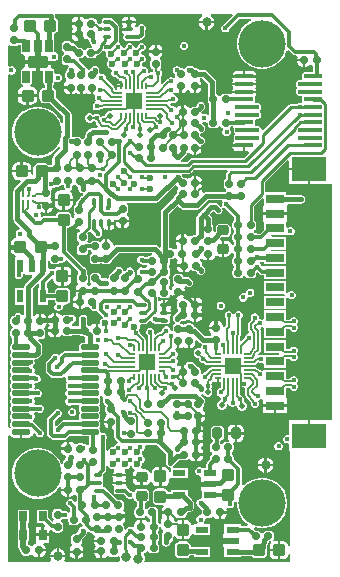
<source format=gbr>
G04*
G04 #@! TF.GenerationSoftware,Altium Limited,Altium Designer,24.9.1 (31)*
G04*
G04 Layer_Physical_Order=1*
G04 Layer_Color=255*
%FSLAX44Y44*%
%MOMM*%
G71*
G04*
G04 #@! TF.SameCoordinates,FD4918BF-9287-427B-8844-C27258197B88*
G04*
G04*
G04 #@! TF.FilePolarity,Positive*
G04*
G01*
G75*
G04:AMPARAMS|DCode=13|XSize=0.65mm|YSize=0.6mm|CornerRadius=0.15mm|HoleSize=0mm|Usage=FLASHONLY|Rotation=0.000|XOffset=0mm|YOffset=0mm|HoleType=Round|Shape=RoundedRectangle|*
%AMROUNDEDRECTD13*
21,1,0.6500,0.3000,0,0,0.0*
21,1,0.3500,0.6000,0,0,0.0*
1,1,0.3000,0.1750,-0.1500*
1,1,0.3000,-0.1750,-0.1500*
1,1,0.3000,-0.1750,0.1500*
1,1,0.3000,0.1750,0.1500*
%
%ADD13ROUNDEDRECTD13*%
G04:AMPARAMS|DCode=14|XSize=1.1mm|YSize=1mm|CornerRadius=0.25mm|HoleSize=0mm|Usage=FLASHONLY|Rotation=0.000|XOffset=0mm|YOffset=0mm|HoleType=Round|Shape=RoundedRectangle|*
%AMROUNDEDRECTD14*
21,1,1.1000,0.5000,0,0,0.0*
21,1,0.6000,1.0000,0,0,0.0*
1,1,0.5000,0.3000,-0.2500*
1,1,0.5000,-0.3000,-0.2500*
1,1,0.5000,-0.3000,0.2500*
1,1,0.5000,0.3000,0.2500*
%
%ADD14ROUNDEDRECTD14*%
G04:AMPARAMS|DCode=15|XSize=0.65mm|YSize=0.6mm|CornerRadius=0.15mm|HoleSize=0mm|Usage=FLASHONLY|Rotation=90.000|XOffset=0mm|YOffset=0mm|HoleType=Round|Shape=RoundedRectangle|*
%AMROUNDEDRECTD15*
21,1,0.6500,0.3000,0,0,90.0*
21,1,0.3500,0.6000,0,0,90.0*
1,1,0.3000,0.1500,0.1750*
1,1,0.3000,0.1500,-0.1750*
1,1,0.3000,-0.1500,-0.1750*
1,1,0.3000,-0.1500,0.1750*
%
%ADD15ROUNDEDRECTD15*%
G04:AMPARAMS|DCode=16|XSize=1.5mm|YSize=0.45mm|CornerRadius=0.1125mm|HoleSize=0mm|Usage=FLASHONLY|Rotation=0.000|XOffset=0mm|YOffset=0mm|HoleType=Round|Shape=RoundedRectangle|*
%AMROUNDEDRECTD16*
21,1,1.5000,0.2250,0,0,0.0*
21,1,1.2750,0.4500,0,0,0.0*
1,1,0.2250,0.6375,-0.1125*
1,1,0.2250,-0.6375,-0.1125*
1,1,0.2250,-0.6375,0.1125*
1,1,0.2250,0.6375,0.1125*
%
%ADD16ROUNDEDRECTD16*%
G04:AMPARAMS|DCode=17|XSize=1.1mm|YSize=0.6mm|CornerRadius=0.05mm|HoleSize=0mm|Usage=FLASHONLY|Rotation=270.000|XOffset=0mm|YOffset=0mm|HoleType=Round|Shape=RoundedRectangle|*
%AMROUNDEDRECTD17*
21,1,1.1000,0.5000,0,0,270.0*
21,1,1.0000,0.6000,0,0,270.0*
1,1,0.1000,-0.2500,-0.5000*
1,1,0.1000,-0.2500,0.5000*
1,1,0.1000,0.2500,0.5000*
1,1,0.1000,0.2500,-0.5000*
%
%ADD17ROUNDEDRECTD17*%
G04:AMPARAMS|DCode=18|XSize=0.975mm|YSize=1.7mm|CornerRadius=0.05mm|HoleSize=0mm|Usage=FLASHONLY|Rotation=270.000|XOffset=0mm|YOffset=0mm|HoleType=Round|Shape=RoundedRectangle|*
%AMROUNDEDRECTD18*
21,1,0.9750,1.6000,0,0,270.0*
21,1,0.8750,1.7000,0,0,270.0*
1,1,0.1000,-0.8000,-0.4375*
1,1,0.1000,-0.8000,0.4375*
1,1,0.1000,0.8000,0.4375*
1,1,0.1000,0.8000,-0.4375*
%
%ADD18ROUNDEDRECTD18*%
G04:AMPARAMS|DCode=19|XSize=0.3mm|YSize=0.66mm|CornerRadius=0.075mm|HoleSize=0mm|Usage=FLASHONLY|Rotation=90.000|XOffset=0mm|YOffset=0mm|HoleType=Round|Shape=RoundedRectangle|*
%AMROUNDEDRECTD19*
21,1,0.3000,0.5100,0,0,90.0*
21,1,0.1500,0.6600,0,0,90.0*
1,1,0.1500,0.2550,0.0750*
1,1,0.1500,0.2550,-0.0750*
1,1,0.1500,-0.2550,-0.0750*
1,1,0.1500,-0.2550,0.0750*
%
%ADD19ROUNDEDRECTD19*%
%ADD20R,0.6096X0.1778*%
%ADD21R,0.1778X0.6096*%
%ADD22R,1.4478X1.4478*%
G04:AMPARAMS|DCode=23|XSize=1.1mm|YSize=1mm|CornerRadius=0.25mm|HoleSize=0mm|Usage=FLASHONLY|Rotation=90.000|XOffset=0mm|YOffset=0mm|HoleType=Round|Shape=RoundedRectangle|*
%AMROUNDEDRECTD23*
21,1,1.1000,0.5000,0,0,90.0*
21,1,0.6000,1.0000,0,0,90.0*
1,1,0.5000,0.2500,0.3000*
1,1,0.5000,0.2500,-0.3000*
1,1,0.5000,-0.2500,-0.3000*
1,1,0.5000,-0.2500,0.3000*
%
%ADD23ROUNDEDRECTD23*%
G04:AMPARAMS|DCode=24|XSize=0.3mm|YSize=0.66mm|CornerRadius=0.075mm|HoleSize=0mm|Usage=FLASHONLY|Rotation=0.000|XOffset=0mm|YOffset=0mm|HoleType=Round|Shape=RoundedRectangle|*
%AMROUNDEDRECTD24*
21,1,0.3000,0.5100,0,0,0.0*
21,1,0.1500,0.6600,0,0,0.0*
1,1,0.1500,0.0750,-0.2550*
1,1,0.1500,-0.0750,-0.2550*
1,1,0.1500,-0.0750,0.2550*
1,1,0.1500,0.0750,0.2550*
%
%ADD24ROUNDEDRECTD24*%
G04:AMPARAMS|DCode=25|XSize=0.95mm|YSize=0.85mm|CornerRadius=0.2125mm|HoleSize=0mm|Usage=FLASHONLY|Rotation=180.000|XOffset=0mm|YOffset=0mm|HoleType=Round|Shape=RoundedRectangle|*
%AMROUNDEDRECTD25*
21,1,0.9500,0.4250,0,0,180.0*
21,1,0.5250,0.8500,0,0,180.0*
1,1,0.4250,-0.2625,0.2125*
1,1,0.4250,0.2625,0.2125*
1,1,0.4250,0.2625,-0.2125*
1,1,0.4250,-0.2625,-0.2125*
%
%ADD25ROUNDEDRECTD25*%
%ADD26C,0.2000*%
%ADD27R,0.6000X1.1000*%
%ADD28R,1.4478X1.4478*%
G04:AMPARAMS|DCode=29|XSize=0.95mm|YSize=0.85mm|CornerRadius=0.2125mm|HoleSize=0mm|Usage=FLASHONLY|Rotation=270.000|XOffset=0mm|YOffset=0mm|HoleType=Round|Shape=RoundedRectangle|*
%AMROUNDEDRECTD29*
21,1,0.9500,0.4250,0,0,270.0*
21,1,0.5250,0.8500,0,0,270.0*
1,1,0.4250,-0.2125,-0.2625*
1,1,0.4250,-0.2125,0.2625*
1,1,0.4250,0.2125,0.2625*
1,1,0.4250,0.2125,-0.2625*
%
%ADD29ROUNDEDRECTD29*%
%ADD30R,1.1000X0.6000*%
G04:AMPARAMS|DCode=31|XSize=1.5mm|YSize=0.4mm|CornerRadius=0.1mm|HoleSize=0mm|Usage=FLASHONLY|Rotation=0.000|XOffset=0mm|YOffset=0mm|HoleType=Round|Shape=RoundedRectangle|*
%AMROUNDEDRECTD31*
21,1,1.5000,0.2000,0,0,0.0*
21,1,1.3000,0.4000,0,0,0.0*
1,1,0.2000,0.6500,-0.1000*
1,1,0.2000,-0.6500,-0.1000*
1,1,0.2000,-0.6500,0.1000*
1,1,0.2000,0.6500,0.1000*
%
%ADD31ROUNDEDRECTD31*%
%ADD32R,1.6000X0.8000*%
%ADD33R,3.0000X2.1000*%
%ADD34R,0.6500X0.8500*%
%ADD44C,0.8000*%
%ADD45C,0.5000*%
%ADD49C,0.6000*%
%ADD51C,0.4000*%
%ADD52C,0.3000*%
%ADD53C,0.3200*%
%ADD54C,0.2000*%
%ADD55C,0.1800*%
%ADD56C,0.2200*%
%ADD57C,0.5000*%
%ADD58C,4.0000*%
%ADD59C,0.4000*%
G36*
X190288Y462614D02*
X183083Y455408D01*
X182017Y454967D01*
X181033Y453983D01*
X180500Y452696D01*
Y451304D01*
X181033Y450017D01*
X182017Y449033D01*
X183304Y448500D01*
X184696D01*
X185983Y449033D01*
X186967Y450017D01*
X187408Y451083D01*
X196267Y459941D01*
X205455D01*
X205753Y458441D01*
X204816Y458053D01*
X201295Y455700D01*
X198300Y452705D01*
X195947Y449184D01*
X194326Y445271D01*
X193500Y441118D01*
Y436882D01*
X194326Y432729D01*
X195947Y428816D01*
X198300Y425295D01*
X201295Y422300D01*
X204816Y419947D01*
X208729Y418326D01*
X212882Y417500D01*
X217118D01*
X221271Y418326D01*
X225184Y419947D01*
X228705Y422300D01*
X231700Y425295D01*
X234053Y428816D01*
X235674Y432729D01*
X235740Y433063D01*
X237176Y433498D01*
X240837Y429837D01*
X241829Y429174D01*
X243000Y428941D01*
X243000Y428941D01*
X244106D01*
X245068Y427441D01*
X244881Y426500D01*
Y426000D01*
X250750D01*
Y425000D01*
X251750D01*
Y419381D01*
X252500D01*
X254076Y419694D01*
X255413Y420587D01*
X255559Y420807D01*
X257139Y421068D01*
X258191Y420247D01*
Y414799D01*
X251500D01*
X250525Y414605D01*
X249698Y414052D01*
X249145Y413225D01*
X248951Y412250D01*
Y410250D01*
X249107Y409466D01*
X248657Y408866D01*
X247988Y408306D01*
X247821Y408375D01*
X246429D01*
X245142Y407842D01*
X244158Y406858D01*
X243625Y405571D01*
Y404179D01*
X244158Y402892D01*
X244445Y402605D01*
X244986Y401625D01*
X244445Y400645D01*
X244158Y400358D01*
X243625Y399071D01*
Y397679D01*
X244158Y396392D01*
X245142Y395408D01*
X246429Y394875D01*
X247821D01*
X248219Y395040D01*
X248431Y394933D01*
X249083Y393831D01*
X249118Y393589D01*
X248951Y392750D01*
Y390750D01*
X249107Y389966D01*
X248657Y389366D01*
X247988Y388806D01*
X247821Y388875D01*
X246429D01*
X245142Y388342D01*
X244826Y388026D01*
X239375D01*
X238361Y387824D01*
X237500Y387249D01*
X237500Y387249D01*
X215875Y365624D01*
X214375Y366245D01*
Y366321D01*
X213842Y367608D01*
X212858Y368592D01*
X211571Y369125D01*
X210179D01*
X209781Y368960D01*
X209569Y369067D01*
X208918Y370169D01*
X208882Y370411D01*
X209049Y371250D01*
Y373250D01*
X208893Y374034D01*
X209343Y374634D01*
X210012Y375194D01*
X210179Y375125D01*
X211571D01*
X212858Y375658D01*
X213842Y376642D01*
X214375Y377929D01*
Y379321D01*
X213842Y380608D01*
X213680Y380770D01*
X213066Y381881D01*
X213680Y382730D01*
X213967Y383017D01*
X214500Y384304D01*
Y385696D01*
X213967Y386983D01*
X212983Y387967D01*
X211696Y388500D01*
X210304D01*
X209786Y388286D01*
X209664D01*
X208855Y389775D01*
X209049Y390750D01*
Y392750D01*
X208855Y393725D01*
X209048Y394695D01*
X209052Y394698D01*
X209835Y395869D01*
X210109Y397250D01*
X189891D01*
X189923Y397086D01*
X188790Y395901D01*
X187822Y395891D01*
X187171Y396326D01*
X186000Y396559D01*
X182500D01*
X181329Y396326D01*
X180337Y395663D01*
X179814Y394880D01*
X179000Y394765D01*
X178186Y394880D01*
X177663Y395663D01*
X176670Y396326D01*
X176069Y396446D01*
Y406500D01*
X175797Y407866D01*
X175023Y409023D01*
X168273Y415773D01*
X167116Y416547D01*
X165750Y416819D01*
X161893D01*
X161663Y417163D01*
X160671Y417826D01*
X159500Y418059D01*
X158488D01*
X157423Y419123D01*
X156266Y419897D01*
X154900Y420169D01*
X153000D01*
X152655Y420100D01*
X152304D01*
X151979Y419966D01*
X151634Y419897D01*
X151342Y419702D01*
X151017Y419567D01*
X150769Y419319D01*
X150477Y419123D01*
X150281Y418831D01*
X150033Y418583D01*
X148671Y417826D01*
X148254Y417909D01*
X147500Y418059D01*
X146184D01*
X145967Y418583D01*
X144983Y419567D01*
X143696Y420100D01*
X142304D01*
X141017Y419567D01*
X140033Y418583D01*
X139500Y417296D01*
Y415904D01*
X140033Y414617D01*
X141017Y413633D01*
X141441Y413457D01*
Y411500D01*
X141657Y410414D01*
X141593Y410321D01*
X140223Y409727D01*
X139983Y409967D01*
X138696Y410500D01*
X137304D01*
X136017Y409967D01*
X135033Y408983D01*
X135003Y408912D01*
X134643Y408840D01*
X133849Y408309D01*
X129981Y404442D01*
X128816Y405398D01*
X129261Y406064D01*
X129447Y407000D01*
Y411497D01*
X129967Y412017D01*
X130500Y413304D01*
Y414696D01*
X129967Y415983D01*
X129415Y416535D01*
X129008Y417240D01*
X129127Y418531D01*
X129326Y418829D01*
X129559Y420000D01*
Y423500D01*
X129326Y424671D01*
X128775Y425495D01*
X128666Y425682D01*
X128948Y427277D01*
X129413Y427587D01*
X130306Y428924D01*
X130619Y430500D01*
Y431250D01*
X125000D01*
X119381D01*
Y430500D01*
X119694Y428924D01*
X120587Y427587D01*
X121052Y427277D01*
X121334Y425682D01*
X121225Y425495D01*
X120674Y424671D01*
X120441Y423500D01*
Y420000D01*
X120674Y418829D01*
X121337Y417837D01*
X122330Y417174D01*
X122753Y417090D01*
Y416071D01*
X122836Y415651D01*
X121697Y414500D01*
X121696Y414500D01*
X120304D01*
X119684Y414243D01*
X118500Y415304D01*
Y416696D01*
X117967Y417983D01*
X116983Y418967D01*
X115696Y419500D01*
X114459D01*
X113912Y420000D01*
X113343Y420726D01*
X113500Y421105D01*
Y422500D01*
X113696D01*
X114983Y423033D01*
X115967Y424017D01*
X116500Y425304D01*
Y426696D01*
X115967Y427983D01*
X114983Y428967D01*
X113847Y429437D01*
X112500Y430105D01*
X112500Y430886D01*
Y431895D01*
X113847Y432562D01*
X114983Y433033D01*
X115967Y434017D01*
X116500Y435304D01*
Y436696D01*
X115967Y437983D01*
X114983Y438967D01*
X113696Y439500D01*
X112304D01*
X111017Y438967D01*
X110033Y437983D01*
X109563Y436847D01*
X108895Y435500D01*
X107105Y435500D01*
X106438Y436847D01*
X105967Y437983D01*
X104983Y438967D01*
X103696Y439500D01*
X102304D01*
X101017Y438967D01*
X100033Y437983D01*
X99563Y436847D01*
X98895Y435500D01*
X97105Y435500D01*
X96437Y436847D01*
X95967Y437983D01*
X94983Y438967D01*
X93920Y440003D01*
X94161Y441213D01*
Y452745D01*
X93920Y453954D01*
X93235Y454980D01*
X88580Y459635D01*
X87554Y460320D01*
X87479Y460335D01*
X87428Y460369D01*
X86550Y460544D01*
X86428D01*
X86345Y460561D01*
X85700D01*
X85616Y460544D01*
X81450D01*
X80572Y460369D01*
X79828Y459872D01*
X79331Y459128D01*
X79156Y458250D01*
Y456750D01*
X77935Y455466D01*
X77250Y455410D01*
X76341Y456319D01*
X75547Y456850D01*
X75105Y456938D01*
Y457364D01*
X74872Y458534D01*
X74209Y459527D01*
X73217Y460190D01*
X72046Y460423D01*
X68546D01*
X67375Y460190D01*
X66551Y459639D01*
X66364Y459530D01*
X64769Y459811D01*
X64459Y460276D01*
X63122Y461169D01*
X61546Y461483D01*
X60796D01*
Y455864D01*
X59796D01*
Y454864D01*
X53927D01*
Y454364D01*
X54240Y452787D01*
X55133Y451451D01*
Y451276D01*
X54240Y449940D01*
X53927Y448364D01*
Y447864D01*
X59796D01*
Y446864D01*
X60796D01*
Y441245D01*
X61546D01*
X63122Y441558D01*
X64459Y442451D01*
X64769Y442916D01*
X66364Y443198D01*
X66551Y443088D01*
X67375Y442538D01*
X68546Y442305D01*
X68739D01*
Y441316D01*
X68980Y440107D01*
X69500Y439328D01*
Y439304D01*
X70033Y438017D01*
X70992Y437059D01*
X70988Y436912D01*
X70656Y435559D01*
X68500D01*
X67330Y435326D01*
X66337Y434663D01*
X65814Y433880D01*
X65000Y433765D01*
X64186Y433880D01*
X63663Y434663D01*
X62670Y435326D01*
X61500Y435559D01*
X60238D01*
X57702Y438095D01*
X56544Y438869D01*
X55178Y439140D01*
X54332D01*
X54326Y439170D01*
X53663Y440163D01*
X52670Y440826D01*
X51500Y441059D01*
X48500D01*
X47330Y440826D01*
X46337Y440163D01*
X45674Y439170D01*
X45441Y438000D01*
Y434500D01*
X45674Y433330D01*
X46337Y432337D01*
X47120Y431814D01*
X47235Y431000D01*
X47120Y430186D01*
X46337Y429663D01*
X45674Y428671D01*
X45441Y427500D01*
Y424000D01*
X45674Y422830D01*
X46337Y421837D01*
X47330Y421174D01*
X48500Y420941D01*
X51032D01*
X51460Y419937D01*
X51490Y419439D01*
X51369Y419319D01*
X51077Y419123D01*
X50881Y418831D01*
X50633Y418583D01*
X50498Y418258D01*
X50303Y417966D01*
X50234Y417621D01*
X50100Y417296D01*
Y416945D01*
X50038Y416631D01*
X49337Y416163D01*
X48674Y415171D01*
X48441Y414000D01*
Y410500D01*
X48674Y409329D01*
X49225Y408505D01*
X49334Y408318D01*
X49052Y406723D01*
X48587Y406413D01*
X47694Y405076D01*
X47381Y403500D01*
Y402750D01*
X53000D01*
Y401750D01*
X54000D01*
Y395881D01*
X54500D01*
X56076Y396194D01*
X57413Y397087D01*
X57587D01*
X58924Y396194D01*
X60500Y395881D01*
X61000D01*
Y401750D01*
X63000D01*
Y395881D01*
X63500D01*
X65076Y396194D01*
X66413Y397087D01*
X66587D01*
X67924Y396194D01*
X69500Y395881D01*
X70000D01*
Y401750D01*
X72000D01*
Y395881D01*
X72500D01*
X72941Y395969D01*
X73287Y395657D01*
X73886Y394627D01*
X73500Y393696D01*
Y392304D01*
X74033Y391017D01*
X74124Y390926D01*
X74140Y390802D01*
X73685Y389244D01*
X73017Y388967D01*
X72033Y387983D01*
X71500Y386696D01*
Y385304D01*
X72033Y384017D01*
X73017Y383033D01*
X74304Y382500D01*
X75696D01*
X76983Y383033D01*
X77924Y383974D01*
X79349D01*
X80286Y384160D01*
X80874Y384553D01*
X88412D01*
Y384500D01*
X94000D01*
Y382548D01*
X93611D01*
Y382500D01*
X87732D01*
X86912Y381952D01*
X86796Y382000D01*
X85204D01*
X83734Y381391D01*
X82609Y380266D01*
X82000Y378796D01*
Y377961D01*
X81539Y377500D01*
X80304D01*
X79017Y376967D01*
X77967Y377983D01*
X76983Y378967D01*
X75696Y379500D01*
X74304D01*
X73017Y378967D01*
X72497Y378447D01*
X72210D01*
X71266Y379391D01*
X69796Y380000D01*
X68204D01*
X66734Y379391D01*
X65609Y378266D01*
X65000Y376796D01*
Y375204D01*
X65609Y373734D01*
X66734Y372609D01*
X68204Y372000D01*
X69796D01*
X71266Y372609D01*
X72210Y373553D01*
X72497D01*
X73017Y373033D01*
X74153Y372562D01*
Y372178D01*
X74339Y371241D01*
X74870Y370447D01*
X76248Y369069D01*
X75627Y367569D01*
X71637D01*
X70271Y367297D01*
X69113Y366523D01*
X66348Y363758D01*
X65575Y362601D01*
X65303Y361235D01*
Y359808D01*
X64337Y359163D01*
X63814Y358380D01*
X63000Y358265D01*
X62186Y358380D01*
X61663Y359163D01*
X60670Y359826D01*
X59500Y360059D01*
X57049D01*
X57000Y360069D01*
X55057D01*
X53694Y360904D01*
X53694Y361563D01*
Y379000D01*
X53422Y380366D01*
X52649Y381523D01*
X52271Y381776D01*
X40578Y393468D01*
Y397500D01*
X40268Y399061D01*
X39384Y400384D01*
X38069Y401263D01*
Y404309D01*
X38442Y404558D01*
X38884Y405220D01*
X39039Y406000D01*
Y406051D01*
X40539Y406817D01*
X41304Y406500D01*
X42696D01*
X43983Y407033D01*
X44967Y408017D01*
X45500Y409304D01*
Y410696D01*
X44967Y411983D01*
X43983Y412967D01*
X42696Y413500D01*
X41304D01*
X40539Y413183D01*
X39039Y413949D01*
Y416000D01*
X38884Y416780D01*
X38442Y417442D01*
X37780Y417884D01*
X37421Y417955D01*
X36100Y419000D01*
Y422375D01*
X26000D01*
Y415900D01*
X29961D01*
Y406000D01*
X30116Y405220D01*
X30558Y404558D01*
X30931Y404309D01*
Y401578D01*
X30500D01*
X28939Y401268D01*
X27616Y400384D01*
X26732Y399061D01*
X26422Y397500D01*
Y392500D01*
X26732Y390939D01*
X27616Y389616D01*
X28939Y388732D01*
X30500Y388422D01*
X35532D01*
X46557Y377396D01*
Y372059D01*
X45057Y371761D01*
X44053Y374184D01*
X41700Y377705D01*
X38705Y380700D01*
X35184Y383053D01*
X31271Y384674D01*
X27118Y385500D01*
X22882D01*
X18729Y384674D01*
X14816Y383053D01*
X11295Y380700D01*
X8300Y377705D01*
X5947Y374184D01*
X4326Y370271D01*
X3500Y366118D01*
Y361882D01*
X4326Y357729D01*
X5947Y353816D01*
X8300Y350295D01*
X11295Y347300D01*
X14816Y344947D01*
X18729Y343326D01*
X22882Y342500D01*
X27118D01*
X31271Y343326D01*
X35184Y344947D01*
X38705Y347300D01*
X41700Y350295D01*
X42540Y351551D01*
X44101Y351188D01*
X44222Y350269D01*
X38477Y344523D01*
X37703Y343366D01*
X37431Y342000D01*
Y337226D01*
X37337Y337163D01*
X36940Y336569D01*
X34107D01*
X33061Y337268D01*
X31500Y337578D01*
X25500D01*
X23939Y337268D01*
X22616Y336384D01*
X21732Y335061D01*
X21422Y333500D01*
Y328500D01*
X20535Y327667D01*
X19874Y328281D01*
X19639Y328777D01*
Y330000D01*
X11500D01*
X3361D01*
Y328500D01*
X3752Y326534D01*
X4866Y324866D01*
X6533Y323752D01*
X8500Y323361D01*
X10202D01*
X10776Y321976D01*
X5377Y316577D01*
X4603Y315419D01*
X4331Y314053D01*
Y290100D01*
X4603Y288734D01*
X5377Y287577D01*
X9953Y283000D01*
X9332Y281500D01*
X9304D01*
X8017Y280967D01*
X7033Y279983D01*
X6500Y278696D01*
Y277304D01*
X7011Y276071D01*
X7030Y276009D01*
X6491Y274438D01*
X5533Y274248D01*
X3866Y273134D01*
X2752Y271467D01*
X2361Y269500D01*
Y268000D01*
X10500D01*
Y266000D01*
X2361D01*
Y264500D01*
X2752Y262533D01*
X3866Y260866D01*
X5533Y259752D01*
X6803Y259500D01*
X6655Y258000D01*
X6000D01*
Y247139D01*
X5992Y247100D01*
Y244885D01*
X5500Y243696D01*
Y242304D01*
X6033Y241017D01*
X7017Y240033D01*
X8304Y239500D01*
X9696D01*
X10983Y240033D01*
X11967Y241017D01*
X12500Y242304D01*
Y243696D01*
X12703Y244000D01*
X14460D01*
Y242960D01*
X19954D01*
X20528Y241574D01*
X14727Y235773D01*
X13953Y234616D01*
X13681Y233250D01*
Y232000D01*
X6000D01*
Y218000D01*
X13681D01*
Y209274D01*
X13342Y208875D01*
X12676Y208855D01*
X11474Y209467D01*
X11467Y209483D01*
X10483Y210467D01*
X9196Y211000D01*
X7804D01*
X6517Y210467D01*
X5533Y209483D01*
X5150Y208559D01*
X5000D01*
X3830Y208326D01*
X2837Y207663D01*
X2174Y206670D01*
X1941Y205500D01*
Y202500D01*
X2174Y201329D01*
X2837Y200337D01*
X3620Y199814D01*
X3735Y199000D01*
X3620Y198186D01*
X2837Y197663D01*
X2174Y196670D01*
X1941Y195500D01*
Y192500D01*
X2174Y191329D01*
X2837Y190337D01*
X3589Y189834D01*
Y185340D01*
X2733Y184767D01*
X2152Y183899D01*
X1949Y182875D01*
Y180625D01*
X2152Y179601D01*
X2631Y178500D01*
X2152Y177399D01*
X1949Y176375D01*
Y174125D01*
X2152Y173101D01*
X2631Y172000D01*
X2152Y170899D01*
X1949Y169875D01*
Y167625D01*
X2152Y166601D01*
X2631Y165500D01*
X2152Y164399D01*
X1949Y163375D01*
Y161125D01*
X2152Y160101D01*
X2631Y159000D01*
X2152Y157899D01*
X1949Y156875D01*
Y154625D01*
X2152Y153601D01*
X2631Y152500D01*
X2152Y151399D01*
X1949Y150375D01*
Y148125D01*
X2152Y147101D01*
X2631Y146000D01*
X2152Y144899D01*
X1949Y143875D01*
Y141625D01*
X2152Y140601D01*
X2631Y139500D01*
X2152Y138399D01*
X1949Y137375D01*
Y135125D01*
X2152Y134101D01*
X2631Y133000D01*
X2152Y131899D01*
X1949Y130875D01*
Y128625D01*
X2152Y127601D01*
X2631Y126500D01*
X2152Y125399D01*
X1949Y124375D01*
Y122125D01*
X2152Y121101D01*
X2631Y120000D01*
X2152Y118899D01*
X1949Y117875D01*
Y115625D01*
X2152Y114601D01*
X2224Y114494D01*
X1461Y113655D01*
X0Y114105D01*
Y412090D01*
X1500Y412948D01*
X2108Y412696D01*
X3500D01*
X4786Y413229D01*
X5771Y414214D01*
X6304Y415500D01*
Y416892D01*
X5771Y418179D01*
X4786Y419163D01*
X3500Y419696D01*
X2108D01*
X1500Y419445D01*
X0Y420302D01*
Y437138D01*
X772Y437542D01*
X1500Y437728D01*
X2330Y437174D01*
X3500Y436941D01*
X6500D01*
X7671Y437174D01*
X8516Y437739D01*
X10961D01*
Y432000D01*
X11116Y431220D01*
X11558Y430558D01*
X12220Y430116D01*
X13000Y429961D01*
X13017D01*
X13317Y429687D01*
X14042Y428461D01*
X13901Y427750D01*
Y424375D01*
X25000D01*
X36819D01*
X37600Y424792D01*
X38304Y424500D01*
X39696D01*
X40983Y425033D01*
X41967Y426017D01*
X42500Y427304D01*
Y428696D01*
X41967Y429983D01*
X40983Y430967D01*
X39696Y431500D01*
X39450D01*
X39039Y432000D01*
Y442000D01*
X38884Y442780D01*
X38569Y443252D01*
Y447435D01*
X40061Y447732D01*
X41384Y448616D01*
X42268Y449939D01*
X42578Y451500D01*
Y456500D01*
X42268Y458061D01*
X41384Y459384D01*
X40061Y460268D01*
X39569Y460366D01*
Y462000D01*
X39500Y462345D01*
Y462696D01*
X40118Y463648D01*
X40476Y463947D01*
X40584Y464000D01*
X164044D01*
X164446Y462500D01*
X163984Y462233D01*
X162767Y461016D01*
X161906Y459524D01*
X161497Y458000D01*
X168000D01*
X174503D01*
X174094Y459524D01*
X173233Y461016D01*
X172016Y462233D01*
X171554Y462500D01*
X171956Y464000D01*
X189714D01*
X190288Y462614D01*
D02*
G37*
G36*
X81017Y433033D02*
X81653Y432770D01*
X82591Y431114D01*
X82500Y430895D01*
Y429105D01*
X83185Y427451D01*
X84265Y426371D01*
X84359Y424723D01*
X84185Y424549D01*
X83500Y422895D01*
Y421105D01*
X84185Y419451D01*
X85451Y418185D01*
X87105Y417500D01*
X87429D01*
X88050Y416000D01*
X88033Y415983D01*
X87500Y414696D01*
Y413304D01*
X88033Y412017D01*
X89017Y411033D01*
X90304Y410500D01*
X91635D01*
X92200Y409935D01*
X92571Y408588D01*
X92571Y408588D01*
X92571D01*
X92571Y408588D01*
Y404000D01*
X96000D01*
Y402000D01*
X92571D01*
Y399947D01*
X90747D01*
Y400700D01*
X90561Y401636D01*
X90030Y402430D01*
X82500Y409961D01*
Y410696D01*
X81967Y411983D01*
X80983Y412967D01*
X79696Y413500D01*
X78304D01*
X77072Y414613D01*
X77169Y415100D01*
Y416600D01*
X77100Y416945D01*
Y417296D01*
X76965Y417621D01*
X76897Y417966D01*
X76702Y418258D01*
X76567Y418583D01*
X76319Y418831D01*
X76123Y419123D01*
X75831Y419319D01*
X75583Y419567D01*
X75258Y419702D01*
X74966Y419897D01*
X74621Y419966D01*
X74296Y420100D01*
X73945D01*
X73600Y420169D01*
X73255Y420100D01*
X72904D01*
X72579Y419966D01*
X72234Y419897D01*
X71942Y419702D01*
X71617Y419567D01*
X71369Y419319D01*
X71077Y419123D01*
X70881Y418831D01*
X70633Y418583D01*
X70498Y418258D01*
X70303Y417966D01*
X70234Y417621D01*
X70100Y417296D01*
Y417059D01*
X69500D01*
X68600Y416880D01*
X67958Y417058D01*
X66934Y417697D01*
X66567Y418583D01*
X65583Y419567D01*
X64763Y419906D01*
X59729Y424941D01*
X60350Y426441D01*
X61500D01*
X62670Y426674D01*
X63663Y427337D01*
X64186Y428120D01*
X65000Y428235D01*
X65814Y428120D01*
X66337Y427337D01*
X67330Y426674D01*
X68500Y426441D01*
X72000D01*
X73170Y426674D01*
X74163Y427337D01*
X74826Y428330D01*
X75071Y429166D01*
X76086Y429368D01*
X76946Y429942D01*
X80274Y433271D01*
X80734Y433316D01*
X81017Y433033D01*
D02*
G37*
G36*
X168931Y405022D02*
Y393000D01*
X168941Y392951D01*
Y390500D01*
X169174Y389329D01*
X169837Y388337D01*
X170181Y388107D01*
Y378728D01*
X170020Y378629D01*
X168681Y378268D01*
X167983Y378967D01*
X166696Y379500D01*
X165304D01*
X163827Y380440D01*
X163721Y381174D01*
X165523Y382977D01*
X166297Y384134D01*
X166569Y385500D01*
Y386000D01*
X166500Y386345D01*
Y386696D01*
X166366Y387021D01*
X166297Y387366D01*
X166102Y387658D01*
X165967Y387983D01*
X165719Y388231D01*
X165523Y388523D01*
X165231Y388719D01*
X164983Y388967D01*
X164658Y389102D01*
X164366Y389297D01*
X164021Y389366D01*
X163696Y389500D01*
X163345D01*
X163000Y389569D01*
X162655Y389500D01*
X162304D01*
X161979Y389366D01*
X161634Y389297D01*
X161342Y389102D01*
X161017Y388967D01*
X160769Y388719D01*
X160477Y388523D01*
X160281Y388231D01*
X160033Y387983D01*
X159898Y387658D01*
X159703Y387366D01*
X159674Y387221D01*
X158012Y385559D01*
X156500D01*
X155330Y385326D01*
X154505Y384775D01*
X154318Y384666D01*
X152723Y384948D01*
X152413Y385413D01*
X151076Y386306D01*
X149500Y386619D01*
X148750D01*
Y381000D01*
X146750D01*
Y386619D01*
X146000D01*
X144424Y386306D01*
X143087Y385413D01*
X142671Y384789D01*
X140978Y384956D01*
X140967Y384983D01*
X139983Y385967D01*
X138696Y386500D01*
X137961D01*
X136880Y387580D01*
X136853Y387691D01*
X136968Y387968D01*
X138017Y389033D01*
X139304Y388500D01*
X140696D01*
X141983Y389033D01*
X142967Y390017D01*
X143500Y391304D01*
Y392696D01*
X142967Y393983D01*
X141983Y394967D01*
X140696Y395500D01*
X140202D01*
X139903Y397000D01*
X139983Y397033D01*
X140286Y397336D01*
X141285Y397913D01*
X142396Y397547D01*
X142924Y397194D01*
X144500Y396881D01*
X145000D01*
Y402750D01*
X147000D01*
Y396881D01*
X147500D01*
X149076Y397194D01*
X150413Y398087D01*
X151197Y399262D01*
X152000Y399348D01*
X152803Y399262D01*
X153587Y398087D01*
X154924Y397194D01*
X156500Y396881D01*
X157000D01*
Y402750D01*
X158000D01*
Y403750D01*
X163619D01*
Y404500D01*
X163305Y406076D01*
X162413Y407413D01*
X162538Y409019D01*
X162875Y409432D01*
X164466Y409487D01*
X168931Y405022D01*
D02*
G37*
G36*
X168780Y372115D02*
X168941Y371930D01*
Y370500D01*
X169174Y369329D01*
X169837Y368337D01*
X170830Y367674D01*
X172000Y367441D01*
X175500D01*
X176670Y367674D01*
X177663Y368337D01*
X178186Y369120D01*
X179000Y369235D01*
X179814Y369120D01*
X180337Y368337D01*
X181329Y367674D01*
X181558Y367629D01*
X182051Y366001D01*
X182033Y365983D01*
X181500Y364696D01*
Y363304D01*
X182033Y362017D01*
X183017Y361033D01*
X184304Y360500D01*
X185696D01*
X186983Y361033D01*
X187967Y362017D01*
X188500Y363304D01*
Y364696D01*
X187967Y365983D01*
X187633Y366316D01*
X187608Y366390D01*
X187831Y368116D01*
X188163Y368337D01*
X188582Y368964D01*
X190169D01*
X190580Y368443D01*
X191093Y367464D01*
X190951Y366750D01*
Y364750D01*
X191145Y363775D01*
X191698Y362948D01*
Y362052D01*
X191145Y361225D01*
X190951Y360250D01*
Y358250D01*
X191145Y357275D01*
X190952Y356305D01*
X190948Y356302D01*
X190165Y355131D01*
X189891Y353750D01*
X200000D01*
Y352750D01*
X201000D01*
Y348141D01*
X203432D01*
X204006Y346755D01*
X199602Y342351D01*
X155700D01*
X154685Y342149D01*
X153826Y341575D01*
X153825Y341574D01*
X151067Y338816D01*
X146726D01*
X146611Y339004D01*
X146258Y340192D01*
X146284Y340317D01*
X146523Y340477D01*
X150523Y344477D01*
X151297Y345634D01*
X151393Y346119D01*
X151671Y346174D01*
X152663Y346837D01*
X153551Y346141D01*
X153587Y346087D01*
X154924Y345194D01*
X156500Y344881D01*
X157000D01*
Y350750D01*
X158000D01*
Y351750D01*
X163619D01*
Y352500D01*
X163538Y352907D01*
X163696Y353100D01*
X164021Y353234D01*
X164366Y353303D01*
X164658Y353498D01*
X164983Y353633D01*
X165231Y353881D01*
X165523Y354077D01*
X165719Y354369D01*
X165967Y354617D01*
X166102Y354942D01*
X166297Y355234D01*
X166366Y355579D01*
X166500Y355904D01*
Y356255D01*
X166569Y356600D01*
X166500Y356945D01*
Y357296D01*
X166366Y357621D01*
X166297Y357966D01*
X166102Y358258D01*
X165967Y358583D01*
X165719Y358831D01*
X165523Y359123D01*
X165231Y359319D01*
X164983Y359567D01*
X164658Y359702D01*
X164366Y359897D01*
X164096Y359950D01*
X162559Y361488D01*
Y361590D01*
X163000Y363031D01*
X163066Y363045D01*
X163696Y363100D01*
X164021Y363234D01*
X164366Y363303D01*
X164658Y363498D01*
X164983Y363633D01*
X165231Y363881D01*
X165523Y364077D01*
X165719Y364369D01*
X165967Y364617D01*
X166102Y364942D01*
X166297Y365234D01*
X166366Y365579D01*
X166500Y365904D01*
Y366255D01*
X166569Y366600D01*
Y367500D01*
X166297Y368866D01*
X165523Y370023D01*
X164222Y371324D01*
X165072Y372596D01*
X165304Y372500D01*
X166696D01*
X167441Y372809D01*
X168780Y372115D01*
D02*
G37*
G36*
X185975Y330849D02*
X185126Y330000D01*
X184551Y329140D01*
X184349Y328125D01*
X184349Y328125D01*
Y324830D01*
X184329Y324826D01*
X183337Y324163D01*
X182674Y323171D01*
X182441Y322000D01*
Y318500D01*
X182674Y317330D01*
X183337Y316337D01*
X184120Y315814D01*
X184235Y315000D01*
X184120Y314186D01*
X183337Y313663D01*
X183107Y313319D01*
X167750D01*
X166384Y313047D01*
X165619Y312536D01*
X164119Y313110D01*
Y313500D01*
X163806Y315076D01*
X163665Y315286D01*
X162963Y316500D01*
X163665Y317714D01*
X163806Y317924D01*
X164119Y319500D01*
Y320000D01*
X158250D01*
Y321000D01*
X157250D01*
Y326619D01*
X156500D01*
X154924Y326306D01*
X153587Y325413D01*
X153277Y324948D01*
X151682Y324666D01*
X151495Y324775D01*
X150670Y325326D01*
X149500Y325559D01*
X147988D01*
X147100Y326447D01*
Y326696D01*
X146966Y327021D01*
X146907Y327315D01*
X146900Y327373D01*
X147272Y328322D01*
X147650Y328763D01*
X147723Y328815D01*
X152749D01*
X152749Y328815D01*
X153763Y329016D01*
X154623Y329591D01*
X157381Y332349D01*
X185353D01*
X185975Y330849D01*
D02*
G37*
G36*
X181446Y305640D02*
X181836Y304681D01*
X181409Y303651D01*
Y302258D01*
X181803Y301309D01*
X180523Y300523D01*
X177930Y303116D01*
X176772Y303890D01*
X175407Y304162D01*
X172093D01*
X170728Y303890D01*
X169570Y303116D01*
X160477Y294023D01*
X159703Y292866D01*
X159431Y291500D01*
Y277978D01*
X158012Y276559D01*
X156500D01*
X155330Y276326D01*
X154505Y275775D01*
X154318Y275666D01*
X152723Y275948D01*
X152413Y276413D01*
X151076Y277306D01*
X149500Y277619D01*
X148750D01*
Y272000D01*
X147750D01*
Y271000D01*
X141881D01*
Y270500D01*
X142194Y268924D01*
X143087Y267587D01*
X143128Y267560D01*
X143115Y265765D01*
X142587Y265413D01*
X142277Y264948D01*
X140682Y264666D01*
X140495Y264775D01*
X139670Y265326D01*
X138500Y265559D01*
X136569D01*
Y294522D01*
X143600Y301553D01*
X145677Y299477D01*
X146834Y298703D01*
X148200Y298431D01*
X160000D01*
X161366Y298703D01*
X162523Y299477D01*
X169228Y306181D01*
X181065D01*
X181446Y305640D01*
D02*
G37*
G36*
X237460Y339751D02*
Y334000D01*
X255000D01*
Y333000D01*
X256000D01*
Y319960D01*
X272540D01*
Y319960D01*
X274000Y319863D01*
Y120136D01*
X272540Y120040D01*
Y120040D01*
X256000D01*
Y107000D01*
X254000D01*
Y120040D01*
X237460D01*
Y107676D01*
X237196Y107500D01*
X235804D01*
X234517Y106967D01*
X233533Y105983D01*
X233000Y104696D01*
Y103304D01*
X233533Y102017D01*
X234517Y101033D01*
X235804Y100500D01*
X237196D01*
X237460Y100324D01*
Y93960D01*
X239000D01*
Y13345D01*
X237500Y13197D01*
X237248Y14467D01*
X236134Y16134D01*
X234466Y17248D01*
X232500Y17639D01*
X230500D01*
Y10000D01*
Y2361D01*
X232500D01*
X234466Y2752D01*
X236134Y3866D01*
X237248Y5533D01*
X237500Y6803D01*
X239000Y6655D01*
Y0D01*
X116060D01*
X115227Y1247D01*
X115500Y1906D01*
Y4094D01*
X114717Y5985D01*
X114734Y6286D01*
X115278Y7596D01*
X115670Y7674D01*
X116663Y8337D01*
X117186Y9120D01*
X118000Y9235D01*
X118814Y9120D01*
X119337Y8337D01*
X120330Y7674D01*
X121500Y7441D01*
X125000D01*
X126171Y7674D01*
X127163Y8337D01*
X127826Y9330D01*
X128059Y10500D01*
Y13500D01*
X127826Y14670D01*
X127163Y15663D01*
Y17337D01*
X127826Y18329D01*
X128059Y19500D01*
Y22500D01*
X127826Y23670D01*
X127163Y24663D01*
Y26337D01*
X127826Y27329D01*
X128059Y28500D01*
Y29458D01*
X129559Y29606D01*
X129694Y28924D01*
X130587Y27587D01*
X131052Y27277D01*
X131334Y25682D01*
X131225Y25495D01*
X130674Y24671D01*
X130441Y23500D01*
Y20799D01*
X130431Y20750D01*
Y18158D01*
X130303Y17966D01*
X130234Y17621D01*
X130100Y17296D01*
Y16945D01*
X130031Y16600D01*
X130100Y16255D01*
Y15904D01*
X130234Y15579D01*
X130303Y15234D01*
X130498Y14942D01*
X130633Y14617D01*
X130881Y14369D01*
X131077Y14077D01*
X131369Y13881D01*
X131617Y13633D01*
X131942Y13498D01*
X132234Y13303D01*
X132579Y13234D01*
X132904Y13100D01*
X133255D01*
X133600Y13031D01*
X133945Y13100D01*
X134296D01*
X134621Y13234D01*
X134966Y13303D01*
X135258Y13498D01*
X135583Y13633D01*
X135831Y13881D01*
X136123Y14077D01*
X136523Y14477D01*
X137297Y15634D01*
X137569Y17000D01*
Y17154D01*
X137670Y17174D01*
X138663Y17837D01*
X139326Y18829D01*
X139559Y20000D01*
Y21620D01*
X141059Y22075D01*
X141866Y20866D01*
X143533Y19752D01*
X145500Y19361D01*
X147000D01*
Y27500D01*
Y35639D01*
X145500D01*
X143533Y35248D01*
X142088Y34282D01*
X141090Y34474D01*
X140471Y34745D01*
X140306Y35576D01*
X140243Y35670D01*
X140413Y37587D01*
X140723Y38052D01*
X142318Y38334D01*
X142505Y38225D01*
X143329Y37674D01*
X144500Y37441D01*
X148000D01*
X149171Y37674D01*
X150163Y38337D01*
X150826Y39330D01*
X151059Y40500D01*
Y41512D01*
X151978Y42431D01*
X153600D01*
X153945Y42500D01*
X154296D01*
X154621Y42635D01*
X154966Y42703D01*
X155258Y42898D01*
X155583Y43033D01*
X155831Y43281D01*
X156123Y43477D01*
X156319Y43769D01*
X156567Y44017D01*
X156702Y44342D01*
X156897Y44634D01*
X156966Y44979D01*
X157100Y45304D01*
Y45655D01*
X157169Y46000D01*
Y50408D01*
X156897Y51773D01*
X156123Y52931D01*
X152006Y57049D01*
Y61002D01*
X138006D01*
Y59570D01*
X135372D01*
X135274Y60062D01*
X134390Y61386D01*
X133067Y62270D01*
X131506Y62580D01*
X126506D01*
X124945Y62270D01*
X123622Y61386D01*
X122738Y60062D01*
X122428Y58502D01*
Y52502D01*
X122738Y50941D01*
X123622Y49618D01*
X124945Y48734D01*
X126506Y48423D01*
X131397D01*
X131503Y48306D01*
X131702Y46823D01*
X131087Y46413D01*
X130194Y45076D01*
X129881Y43500D01*
Y43000D01*
X135750D01*
Y41000D01*
X129881D01*
Y40500D01*
X130194Y38924D01*
X130455Y38534D01*
X130587Y36913D01*
X129694Y35576D01*
X129381Y34000D01*
Y32542D01*
X127881Y32394D01*
X127826Y32671D01*
X127163Y33663D01*
X126608Y34034D01*
Y34115D01*
X127100Y35304D01*
Y36696D01*
X126608Y37885D01*
Y39003D01*
X126826Y39330D01*
X127059Y40500D01*
Y43500D01*
X126826Y44671D01*
X126163Y45663D01*
X125170Y46326D01*
X124000Y46559D01*
X120500D01*
X119330Y46326D01*
X118337Y45663D01*
X117814Y44880D01*
X117000Y44765D01*
X116186Y44880D01*
X115663Y45663D01*
X115536Y45748D01*
Y50429D01*
X115625D01*
X117039Y50710D01*
X118238Y51512D01*
X119040Y52711D01*
X119321Y54125D01*
Y58375D01*
X119040Y59789D01*
X118238Y60988D01*
X117039Y61790D01*
X115625Y62071D01*
X110375D01*
X108961Y61790D01*
X107761Y60988D01*
X107067Y59949D01*
X106439Y59715D01*
X105386Y59564D01*
X104983Y59967D01*
X103794Y60459D01*
X101618Y62635D01*
X100593Y63320D01*
X100558Y63327D01*
X99850Y64964D01*
X99855Y64996D01*
X100055Y66000D01*
X94200D01*
X88345D01*
X88551Y64966D01*
X89278Y63878D01*
X89531Y62128D01*
X89356Y61250D01*
Y59750D01*
X89531Y58872D01*
X90028Y58128D01*
X90772Y57631D01*
X91650Y57456D01*
X93260D01*
X94349Y57239D01*
X98074D01*
X99847Y55467D01*
X100033Y55017D01*
X101017Y54033D01*
X102304Y53500D01*
X103696D01*
X104983Y54033D01*
X105179Y54229D01*
X105680Y54194D01*
X106765Y53694D01*
X106960Y52711D01*
X107761Y51512D01*
X108961Y50710D01*
X109214Y50660D01*
Y46403D01*
X108829Y46326D01*
X107837Y45663D01*
X107174Y44671D01*
X106941Y43500D01*
Y40500D01*
X107174Y39330D01*
X107837Y38337D01*
X108829Y37674D01*
X110000Y37441D01*
X113500D01*
X114670Y37674D01*
X115663Y38337D01*
X116186Y39120D01*
X117000Y39235D01*
X117814Y39120D01*
X118337Y38337D01*
X119329Y37674D01*
X120100Y36696D01*
Y35304D01*
X120286Y34854D01*
Y34693D01*
X119161Y33822D01*
X117636Y34079D01*
X117413Y34413D01*
X116076Y35306D01*
X114500Y35619D01*
X113750D01*
Y30000D01*
X111750D01*
Y35619D01*
X111000D01*
X109424Y35306D01*
X108087Y34413D01*
X107194Y33076D01*
X106881Y31500D01*
Y30390D01*
X106231Y29978D01*
X105381Y29651D01*
X104296Y30100D01*
X102904D01*
X101617Y29567D01*
X100633Y28583D01*
X100163Y27447D01*
X99989Y27231D01*
X99559Y26979D01*
X98059Y27838D01*
Y29500D01*
X97826Y30671D01*
X97275Y31495D01*
X97166Y31682D01*
X97448Y33277D01*
X97913Y33587D01*
X98806Y34924D01*
X99119Y36500D01*
Y37250D01*
X93500D01*
Y39250D01*
X99119D01*
Y40000D01*
X98806Y41576D01*
X97913Y42913D01*
X97822Y42973D01*
X97163Y44337D01*
X97826Y45329D01*
X98059Y46500D01*
Y49500D01*
X97826Y50670D01*
X97163Y51663D01*
X96171Y52326D01*
X95000Y52559D01*
X92911D01*
X82835Y62635D01*
X81810Y63320D01*
X80888Y63503D01*
X80707Y63725D01*
X80439Y64276D01*
X80261Y65061D01*
X80469Y65372D01*
X80644Y66250D01*
Y67750D01*
X80469Y68628D01*
X79972Y69372D01*
Y71128D01*
X80469Y71872D01*
X80644Y72750D01*
Y74250D01*
X80640Y74270D01*
X82235Y75865D01*
X82920Y76890D01*
X83161Y78100D01*
Y81419D01*
X84661Y81717D01*
X85185Y80451D01*
X86451Y79185D01*
X88105Y78500D01*
X89389D01*
X89844Y77000D01*
X89278Y76622D01*
X88551Y75534D01*
X88345Y74500D01*
X94200D01*
X100055D01*
X99849Y75534D01*
X99122Y76622D01*
X98556Y77000D01*
X99011Y78500D01*
X99895D01*
X101549Y79185D01*
X102815Y80451D01*
X103188Y81352D01*
X104812D01*
X105185Y80451D01*
X106451Y79185D01*
X106929Y78987D01*
X107096Y77294D01*
X107012Y77238D01*
X105981Y75695D01*
X105619Y73875D01*
Y72750D01*
X113000D01*
Y71750D01*
X114000D01*
Y64869D01*
X115625D01*
X117445Y65231D01*
X118988Y66262D01*
X120019Y67805D01*
X120097Y68197D01*
X121627Y68197D01*
X121758Y67535D01*
X122872Y65868D01*
X124539Y64754D01*
X126506Y64363D01*
X128006D01*
Y72502D01*
Y80640D01*
X126506D01*
X124539Y80249D01*
X122872Y79135D01*
X121758Y77468D01*
X121470Y76019D01*
X120568Y75817D01*
X119909Y75860D01*
X118988Y77238D01*
X117445Y78269D01*
X115625Y78631D01*
X113117D01*
X112495Y80131D01*
X112815Y80451D01*
X113500Y82105D01*
Y83833D01*
X113983Y84033D01*
X114967Y85017D01*
X115500Y86304D01*
Y87696D01*
X114967Y88983D01*
X113983Y89967D01*
X113389Y91837D01*
X113500Y92105D01*
Y93833D01*
X113983Y94033D01*
X114967Y95017D01*
X115500Y96304D01*
Y97696D01*
X115481Y97741D01*
X116484Y99241D01*
X125712D01*
X133431Y91522D01*
Y84000D01*
X133500Y83655D01*
Y83304D01*
X133635Y82979D01*
X133703Y82634D01*
X133898Y82342D01*
X134033Y82017D01*
X134281Y81769D01*
X134477Y81477D01*
X134769Y81281D01*
X135017Y81033D01*
X135342Y80898D01*
X135634Y80703D01*
X135979Y80634D01*
X136304Y80500D01*
X136655D01*
X136708Y80490D01*
X137067Y80355D01*
X137957Y79331D01*
X138006Y79114D01*
Y76347D01*
X136506Y76199D01*
X136253Y77468D01*
X135140Y79135D01*
X133472Y80249D01*
X131506Y80640D01*
X130006D01*
Y72502D01*
Y64363D01*
X131506D01*
X133472Y64754D01*
X135140Y65868D01*
X136253Y67535D01*
X136645Y69502D01*
Y70667D01*
X138006Y71002D01*
X138145Y71002D01*
X152006D01*
Y80002D01*
X140073D01*
X139792Y80428D01*
X139552Y81366D01*
X139549Y81502D01*
X144478Y86431D01*
X147750D01*
X147799Y86441D01*
X150500D01*
X151671Y86674D01*
X152495Y87225D01*
X152682Y87334D01*
X154277Y87052D01*
X154587Y86587D01*
X155924Y85694D01*
X157500Y85381D01*
X158250D01*
Y91000D01*
X159250D01*
Y92000D01*
X165119D01*
Y92500D01*
X164806Y94076D01*
X163913Y95413D01*
X163635Y95598D01*
Y97402D01*
X163913Y97587D01*
X164806Y98924D01*
X165119Y100500D01*
Y101000D01*
X159250D01*
Y103000D01*
X165119D01*
Y103500D01*
X164806Y105076D01*
X163913Y106413D01*
Y106587D01*
X164806Y107924D01*
X165119Y109500D01*
Y110000D01*
X159250D01*
Y112000D01*
X165119D01*
Y112500D01*
X164806Y114076D01*
X163913Y115413D01*
X162576Y116306D01*
X162198Y116381D01*
X162346Y117881D01*
X162500D01*
X164076Y118194D01*
X165413Y119087D01*
X166306Y120424D01*
X166619Y122000D01*
Y122750D01*
X161000D01*
Y124750D01*
X166619D01*
Y125500D01*
X166306Y127076D01*
X165413Y128413D01*
X164948Y128723D01*
X164666Y130318D01*
X164775Y130505D01*
X165326Y131329D01*
X165559Y132500D01*
Y134030D01*
X165920Y134570D01*
X165967Y134617D01*
X165993Y134679D01*
X166297Y135134D01*
X166404Y135671D01*
X166500Y135904D01*
Y136155D01*
X166569Y136500D01*
Y136600D01*
X166500Y136945D01*
Y137296D01*
X166366Y137621D01*
X166297Y137966D01*
X166102Y138258D01*
X165967Y138583D01*
X165719Y138831D01*
X165523Y139123D01*
X163632Y141015D01*
X164196Y142572D01*
X164993Y142644D01*
X165416Y142201D01*
X165609Y141734D01*
X166734Y140609D01*
X168204Y140000D01*
X169796D01*
X171266Y140609D01*
X172391Y141734D01*
X173000Y143204D01*
Y144796D01*
X172391Y146266D01*
X171803Y146854D01*
X171967Y147017D01*
X172500Y148304D01*
Y149696D01*
X172138Y150571D01*
X172682Y151736D01*
X173000Y152071D01*
X176500D01*
Y155500D01*
X178500D01*
Y152071D01*
X180553D01*
Y147609D01*
X180039Y147095D01*
X179304D01*
X178017Y146562D01*
X177033Y145578D01*
X176500Y144291D01*
Y142899D01*
X177033Y141613D01*
X178017Y140628D01*
X179304Y140095D01*
X179456D01*
X180500Y138696D01*
Y137304D01*
X180297Y137000D01*
X180204D01*
X178734Y136391D01*
X177609Y135266D01*
X177000Y133796D01*
Y132204D01*
X177609Y130734D01*
X178734Y129609D01*
X180204Y129000D01*
X181796D01*
X183266Y129609D01*
X184391Y130734D01*
X185000Y132204D01*
Y133055D01*
X185169Y133354D01*
X185262Y133452D01*
X185339Y133490D01*
X187033Y133017D01*
X188017Y132033D01*
X189304Y131500D01*
X190696D01*
X191983Y132033D01*
X192500Y132550D01*
X194000Y131929D01*
Y131204D01*
X194609Y129734D01*
X195734Y128609D01*
X197204Y128000D01*
X198796D01*
X200266Y128609D01*
X201391Y129734D01*
X202000Y131204D01*
Y132796D01*
X201391Y134266D01*
X200266Y135391D01*
X199835Y135570D01*
Y136017D01*
X199648Y136953D01*
X199467Y137225D01*
X199500Y137304D01*
Y138696D01*
X198967Y139983D01*
X197983Y140967D01*
X196696Y141500D01*
X195961D01*
X195947Y141514D01*
Y147912D01*
X196000D01*
Y153500D01*
X197952D01*
Y153111D01*
X198000D01*
Y147912D01*
X199662D01*
X200898Y146763D01*
X200953Y146629D01*
Y141056D01*
X201139Y140119D01*
X201670Y139325D01*
X205295Y135700D01*
X205444Y134955D01*
X205544Y134804D01*
X205500Y134696D01*
Y133304D01*
X206033Y132017D01*
X207017Y131033D01*
X208304Y130500D01*
X209696D01*
X210983Y131033D01*
X211967Y132017D01*
X212500Y133304D01*
Y134696D01*
X211967Y135983D01*
X211950Y136000D01*
X212571Y137500D01*
X212696D01*
X213983Y138033D01*
X215460Y137389D01*
Y133500D01*
X226000D01*
X236540D01*
Y138431D01*
X236540Y139040D01*
X235500Y140109D01*
X235500Y140540D01*
Y147153D01*
X238770D01*
X239033Y146517D01*
X240017Y145533D01*
X241304Y145000D01*
X242696D01*
X243983Y145533D01*
X244967Y146517D01*
X245500Y147804D01*
Y149196D01*
X244967Y150483D01*
X244200Y151250D01*
X244967Y152017D01*
X245500Y153304D01*
Y154696D01*
X244967Y155983D01*
X243983Y156967D01*
X242696Y157500D01*
X241304D01*
X240017Y156967D01*
X239033Y155983D01*
X238770Y155347D01*
X235500D01*
Y163000D01*
X216500D01*
Y162571D01*
X215000Y161950D01*
X214983Y161967D01*
X213696Y162500D01*
X212961D01*
X212130Y163330D01*
X211460Y163778D01*
X211008Y164230D01*
X210214Y164761D01*
X209277Y164947D01*
X208088D01*
Y165000D01*
X202500D01*
Y167000D01*
X208088D01*
Y167053D01*
X208248D01*
X209184Y167239D01*
X209978Y167770D01*
X211341Y169132D01*
X211918D01*
X212017Y169033D01*
X213304Y168500D01*
X214696D01*
X215000Y168626D01*
X216500Y167624D01*
Y164500D01*
X235500D01*
Y172153D01*
X238770D01*
X239033Y171517D01*
X240017Y170533D01*
X241304Y170000D01*
X242696D01*
X243983Y170533D01*
X244967Y171517D01*
X245500Y172804D01*
Y174196D01*
X244967Y175483D01*
X244200Y176250D01*
X244967Y177017D01*
X245500Y178304D01*
Y179696D01*
X244967Y180983D01*
X243983Y181967D01*
X242696Y182500D01*
X241304D01*
X240017Y181967D01*
X239033Y180983D01*
X238770Y180347D01*
X235500D01*
Y188000D01*
X216500D01*
Y177000D01*
X229224D01*
X229648Y176250D01*
X229224Y175500D01*
X216500D01*
X216500Y175500D01*
Y175500D01*
X215000Y175374D01*
X214696Y175500D01*
X213304D01*
X212545Y175186D01*
X211695Y176457D01*
X213430Y178192D01*
X213961Y178986D01*
X214147Y179923D01*
Y195586D01*
X213961Y196523D01*
X213642Y197000D01*
X213658Y197451D01*
X213821Y198045D01*
X214171Y198697D01*
X214983Y199033D01*
X215000Y199050D01*
X216500Y198429D01*
Y189500D01*
X235500D01*
Y197153D01*
X238770D01*
X239033Y196517D01*
X240017Y195533D01*
X241304Y195000D01*
X242696D01*
X243983Y195533D01*
X244967Y196517D01*
X245500Y197804D01*
Y199196D01*
X244967Y200483D01*
X244200Y201250D01*
X244967Y202017D01*
X245500Y203304D01*
Y204696D01*
X244967Y205983D01*
X243983Y206967D01*
X242696Y207500D01*
X241304D01*
X240017Y206967D01*
X239033Y205983D01*
X238770Y205347D01*
X235500D01*
Y213000D01*
X216500D01*
Y205571D01*
X215000Y204950D01*
X214983Y204967D01*
X213696Y205500D01*
X212500Y206304D01*
Y207696D01*
X211967Y208983D01*
X210983Y209967D01*
X209696Y210500D01*
X208304D01*
X207017Y209967D01*
X206033Y208983D01*
X205500Y207696D01*
Y206304D01*
X205942Y205236D01*
X203775Y203069D01*
X203245Y202275D01*
X203058Y201339D01*
Y197114D01*
X203245Y196178D01*
X203775Y195384D01*
X204159Y195000D01*
X203537Y193500D01*
X203304D01*
X202017Y192967D01*
X201033Y191983D01*
X200500Y190696D01*
Y189961D01*
X197333Y186793D01*
X195947Y187367D01*
Y190264D01*
X196730Y191047D01*
X197261Y191841D01*
X197447Y192778D01*
Y206497D01*
X197967Y207017D01*
X198500Y208304D01*
Y209696D01*
X197967Y210983D01*
X196983Y211967D01*
X195696Y212500D01*
X194304D01*
X193017Y211967D01*
X192033Y210983D01*
X191812Y210449D01*
X190188D01*
X189967Y210983D01*
X188983Y211967D01*
X187696Y212500D01*
X186304D01*
X185017Y211967D01*
X184033Y210983D01*
X183500Y209696D01*
Y208304D01*
X184033Y207017D01*
X184553Y206497D01*
Y200418D01*
X183270Y199135D01*
X183119Y198910D01*
X181619Y199365D01*
Y200000D01*
X181306Y201576D01*
X180413Y202913D01*
X179076Y203806D01*
X177500Y204119D01*
X177000D01*
Y198250D01*
X176000D01*
Y197250D01*
X170381D01*
Y196500D01*
X170694Y194924D01*
X171587Y193587D01*
X171462Y191981D01*
X170922Y191319D01*
X166728D01*
X159523Y198523D01*
X158366Y199297D01*
X157464Y199476D01*
X157326Y200170D01*
X156663Y201163D01*
X155670Y201826D01*
X154500Y202059D01*
X151500D01*
X150330Y201826D01*
X149337Y201163D01*
X149260Y201048D01*
X147740D01*
X147663Y201163D01*
X146671Y201826D01*
X146008Y201958D01*
X145760Y202381D01*
X145563Y203292D01*
X145575Y203528D01*
X146478Y204431D01*
X146750D01*
X146799Y204441D01*
X149500D01*
X150671Y204674D01*
X151495Y205225D01*
X151682Y205334D01*
X153277Y205052D01*
X153587Y204587D01*
X154924Y203694D01*
X156500Y203381D01*
X157250D01*
Y209000D01*
X158250D01*
Y210000D01*
X164119D01*
Y210500D01*
X163806Y212076D01*
X162913Y213413D01*
Y213587D01*
X163806Y214924D01*
X164119Y216500D01*
Y217000D01*
X158250D01*
Y218000D01*
X157250D01*
Y223619D01*
X156500D01*
X154924Y223306D01*
X153587Y222413D01*
X153277Y221948D01*
X151682Y221666D01*
X151495Y221775D01*
X150671Y222326D01*
X149500Y222559D01*
X148825D01*
X148370Y224059D01*
X148413Y224087D01*
X149306Y225424D01*
X149619Y227000D01*
Y227750D01*
X144000D01*
Y229750D01*
X149619D01*
Y230500D01*
X149306Y232076D01*
X149267Y232135D01*
X149485Y233148D01*
X149931Y233799D01*
X150748Y233896D01*
X150769Y233881D01*
X151017Y233633D01*
X151342Y233498D01*
X151634Y233303D01*
X151979Y233235D01*
X152304Y233100D01*
X152655D01*
X153000Y233031D01*
X153345Y233100D01*
X153696D01*
X154021Y233235D01*
X154366Y233303D01*
X154658Y233498D01*
X154983Y233633D01*
X155231Y233881D01*
X155523Y234077D01*
X155719Y234369D01*
X155967Y234617D01*
X156102Y234942D01*
X156297Y235234D01*
X156365Y235579D01*
X156500Y235904D01*
Y236255D01*
X156569Y236600D01*
X156500Y236945D01*
Y237296D01*
X156365Y237621D01*
X156297Y237966D01*
X156102Y238258D01*
X155967Y238583D01*
X155719Y238831D01*
X155523Y239123D01*
X154123Y240523D01*
X152966Y241297D01*
X151600Y241569D01*
X148446D01*
X148326Y242171D01*
X147663Y243163D01*
X146671Y243826D01*
X145500Y244059D01*
X142500D01*
X141329Y243826D01*
X140337Y243163D01*
X139674Y242171D01*
X139441Y241000D01*
Y237500D01*
X139674Y236329D01*
X140225Y235505D01*
X140334Y235318D01*
X140052Y233723D01*
X139587Y233413D01*
X138694Y232076D01*
X138381Y230500D01*
X136881Y230394D01*
X136826Y230671D01*
X136163Y231663D01*
X136085Y231715D01*
Y233285D01*
X136163Y233337D01*
X136826Y234329D01*
X137059Y235500D01*
Y238500D01*
X136826Y239671D01*
X136163Y240663D01*
Y242337D01*
X136826Y243330D01*
X137059Y244500D01*
Y247500D01*
X136826Y248671D01*
X136163Y249663D01*
X136048Y249740D01*
Y251260D01*
X136163Y251337D01*
X136826Y252330D01*
X137059Y253500D01*
Y256441D01*
X138500D01*
X139670Y256674D01*
X140495Y257225D01*
X140682Y257334D01*
X142277Y257052D01*
X142587Y256587D01*
X143015Y256302D01*
X143880Y255585D01*
X143397Y254380D01*
X143194Y254076D01*
X142881Y252500D01*
Y252000D01*
X148750D01*
Y251000D01*
X149750D01*
Y245381D01*
X150500D01*
X152076Y245694D01*
X153413Y246587D01*
X153723Y247052D01*
X155318Y247334D01*
X155505Y247225D01*
X156329Y246674D01*
X157500Y246441D01*
X159012D01*
X159500Y245953D01*
Y245904D01*
X159635Y245579D01*
X159703Y245234D01*
X159898Y244942D01*
X160033Y244617D01*
X160281Y244369D01*
X160477Y244077D01*
X160769Y243881D01*
X161017Y243633D01*
X161342Y243498D01*
X161634Y243303D01*
X161979Y243235D01*
X162304Y243100D01*
X162655D01*
X163000Y243031D01*
X163345Y243100D01*
X163696D01*
X164021Y243235D01*
X164366Y243303D01*
X164658Y243498D01*
X164983Y243633D01*
X165231Y243881D01*
X165523Y244077D01*
X165719Y244369D01*
X165967Y244617D01*
X166102Y244942D01*
X166297Y245234D01*
X166366Y245579D01*
X166500Y245904D01*
Y246255D01*
X166569Y246600D01*
Y247500D01*
X166297Y248866D01*
X165523Y250023D01*
X164059Y251488D01*
Y252500D01*
X163826Y253671D01*
X163163Y254663D01*
X162822Y254891D01*
X162687Y256625D01*
X162694Y256643D01*
X162910Y256821D01*
X164587Y256587D01*
X165924Y255694D01*
X167500Y255381D01*
X168250D01*
Y261000D01*
X170250D01*
Y255381D01*
X171000D01*
X172576Y255694D01*
X173913Y256587D01*
X174806Y257924D01*
X174977Y258786D01*
X175014Y258821D01*
X176525Y259391D01*
X176572Y259387D01*
X177555Y258731D01*
X179375Y258369D01*
X181000D01*
Y265250D01*
Y272131D01*
X179982D01*
X179350Y273621D01*
X180658Y274929D01*
X184625D01*
X186039Y275210D01*
X187239Y276012D01*
X188040Y277211D01*
X188321Y278625D01*
Y282875D01*
X188040Y284289D01*
X187239Y285488D01*
X186039Y286290D01*
X184625Y286571D01*
X179375D01*
X177961Y286290D01*
X176761Y285488D01*
X175960Y284289D01*
X175679Y282875D01*
Y280340D01*
X174944Y279777D01*
X173817Y280366D01*
X173559Y280605D01*
Y284000D01*
X173326Y285170D01*
X172663Y286163D01*
X172569Y286226D01*
Y290500D01*
X172297Y291866D01*
X171523Y293023D01*
X170547Y294000D01*
X173571Y297025D01*
X173929D01*
X175477Y295477D01*
X175769Y295281D01*
X176017Y295033D01*
X176342Y294898D01*
X176634Y294703D01*
X176979Y294634D01*
X177304Y294500D01*
X177655D01*
X178000Y294431D01*
X178345Y294500D01*
X178696D01*
X179021Y294634D01*
X179366Y294703D01*
X179658Y294898D01*
X179983Y295033D01*
X180231Y295281D01*
X180523Y295477D01*
X180719Y295769D01*
X180967Y296017D01*
X181102Y296342D01*
X181297Y296634D01*
X181366Y296979D01*
X181500Y297304D01*
Y297655D01*
X181569Y298000D01*
X181500Y298345D01*
Y298696D01*
X181366Y299021D01*
X181297Y299366D01*
X181102Y299658D01*
X180967Y299983D01*
X182139Y300775D01*
X182927Y299987D01*
X183746Y299648D01*
X191589Y291805D01*
Y289165D01*
X190837Y288663D01*
X190174Y287670D01*
X189941Y286500D01*
Y283500D01*
X190174Y282330D01*
X190837Y281337D01*
X191589Y280835D01*
Y279165D01*
X190837Y278663D01*
X190174Y277670D01*
X189941Y276500D01*
Y273500D01*
X190174Y272330D01*
X190837Y271337D01*
X191450Y270927D01*
X191490Y269441D01*
X190489Y268628D01*
X189053Y269023D01*
X189019Y269195D01*
X187988Y270738D01*
X186445Y271769D01*
X184625Y272131D01*
X183000D01*
Y265250D01*
Y258369D01*
X184625D01*
X186445Y258731D01*
X187988Y259762D01*
X189018Y261302D01*
X190484Y261564D01*
X191589Y260643D01*
Y259165D01*
X190837Y258663D01*
X190174Y257670D01*
X189941Y256500D01*
Y253500D01*
X190174Y252330D01*
X190837Y251337D01*
X191589Y250835D01*
Y249165D01*
X190837Y248663D01*
X190174Y247670D01*
X189941Y246500D01*
Y243500D01*
X190174Y242330D01*
X190837Y241337D01*
X191829Y240674D01*
X193000Y240441D01*
X196500D01*
X197670Y240674D01*
X198663Y241337D01*
X199186Y242120D01*
X200000Y242235D01*
X200814Y242120D01*
X201337Y241337D01*
X202330Y240674D01*
X203500Y240441D01*
X207000D01*
X208171Y240674D01*
X209163Y241337D01*
X209826Y242330D01*
X210059Y243500D01*
Y244350D01*
X211288Y245242D01*
X212840Y243690D01*
X213865Y243005D01*
X215075Y242765D01*
X216500D01*
Y239500D01*
X235500D01*
Y250500D01*
X216500D01*
Y250500D01*
X215000Y250470D01*
X214306Y251164D01*
X213967Y251983D01*
X213053Y252897D01*
X213062Y252993D01*
X213108Y253260D01*
X213570Y254339D01*
X216500D01*
Y252000D01*
X235500D01*
Y263000D01*
X223021D01*
X222314Y264323D01*
X222432Y264500D01*
X235500D01*
Y275500D01*
X223021D01*
X222314Y276823D01*
X222432Y277000D01*
X234954D01*
X235500Y277000D01*
X237000Y277050D01*
X237017Y277033D01*
X238304Y276500D01*
X239696D01*
X240983Y277033D01*
X241967Y278017D01*
X242500Y279304D01*
Y280696D01*
X241967Y281983D01*
X240983Y282967D01*
X239696Y283500D01*
X238304D01*
X237017Y282967D01*
X237000Y282950D01*
X235500Y283571D01*
X235500Y287391D01*
X236540Y288460D01*
X236540Y289069D01*
Y294000D01*
X226000D01*
X215460D01*
Y288460D01*
X216500Y287391D01*
X216500Y286960D01*
Y281470D01*
X213191Y278161D01*
X211515D01*
X210696Y278500D01*
X209304D01*
X209199Y278609D01*
X209163Y278663D01*
X209118Y278693D01*
X208427Y279410D01*
X208546Y280925D01*
X209163Y281337D01*
X209826Y282330D01*
X210059Y283500D01*
Y286500D01*
X209826Y287670D01*
X209163Y288663D01*
X208171Y289326D01*
X207901Y289380D01*
Y301152D01*
X215114Y308365D01*
X216500Y307791D01*
X216500Y302609D01*
X215460Y301540D01*
X215460Y300931D01*
Y296000D01*
X226000D01*
X236540D01*
Y301540D01*
X236159Y301931D01*
X236793Y303431D01*
X248000D01*
X248345Y303500D01*
X248696D01*
X249021Y303634D01*
X249366Y303703D01*
X249658Y303898D01*
X249983Y304033D01*
X250231Y304281D01*
X250523Y304477D01*
X250719Y304769D01*
X250967Y305017D01*
X251102Y305342D01*
X251297Y305634D01*
X251366Y305979D01*
X251500Y306304D01*
Y306655D01*
X251569Y307000D01*
X251500Y307345D01*
Y307696D01*
X251366Y308021D01*
X251297Y308366D01*
X251102Y308658D01*
X250967Y308983D01*
X250719Y309231D01*
X250523Y309523D01*
X250231Y309719D01*
X249983Y309967D01*
X249658Y310102D01*
X249366Y310297D01*
X249021Y310366D01*
X248696Y310500D01*
X248345D01*
X248000Y310569D01*
X235500D01*
Y313000D01*
X217551D01*
Y321802D01*
X236074Y340325D01*
X237460Y339751D01*
D02*
G37*
G36*
X47307Y318882D02*
X47337Y318837D01*
X47391Y318801D01*
X47500Y318696D01*
Y317304D01*
X47983Y316139D01*
X47761Y315513D01*
X47290Y314639D01*
X44500D01*
X42533Y314248D01*
X40866Y313134D01*
X39752Y311467D01*
X39361Y309500D01*
Y307500D01*
X47000D01*
X54639D01*
Y309500D01*
X54248Y311467D01*
X53134Y313134D01*
X52821Y313342D01*
X52983Y315033D01*
X53967Y316017D01*
X54500Y317304D01*
Y318696D01*
X54609Y318801D01*
X54663Y318837D01*
X54693Y318882D01*
X55410Y319573D01*
X56925Y319454D01*
X57337Y318837D01*
X58330Y318174D01*
X59431Y317955D01*
Y316000D01*
X59500Y315655D01*
Y315304D01*
X59634Y314979D01*
X59703Y314634D01*
X59898Y314342D01*
X60033Y314017D01*
X60281Y313769D01*
X60477Y313477D01*
X60769Y313281D01*
X61017Y313033D01*
X61342Y312898D01*
X61634Y312703D01*
X61979Y312635D01*
X62304Y312500D01*
X62655D01*
X63000Y312431D01*
X63540Y311610D01*
X63674Y311000D01*
X62683Y310008D01*
X61617Y309567D01*
X60633Y308583D01*
X60199Y307535D01*
X58324Y305661D01*
X57661Y304668D01*
X57429Y303498D01*
X57330Y302826D01*
X56337Y302163D01*
X55674Y301171D01*
X55441Y300000D01*
Y296500D01*
X55674Y295329D01*
X56225Y294505D01*
X56334Y294318D01*
X56052Y292723D01*
X55587Y292413D01*
X55078Y291651D01*
X53578Y292106D01*
Y292500D01*
X53268Y294061D01*
X52384Y295384D01*
X51061Y296268D01*
X49500Y296578D01*
X44500D01*
X42939Y296268D01*
X41616Y295384D01*
X40732Y294061D01*
X40454Y292661D01*
X30084D01*
X28875Y292420D01*
X28713Y292312D01*
X27500Y293304D01*
Y294696D01*
X27130Y295589D01*
X28296Y296614D01*
X28924Y296194D01*
X30500Y295881D01*
X31000D01*
Y301750D01*
X32000D01*
Y302750D01*
X37619D01*
Y303500D01*
X37306Y305076D01*
X36413Y306413D01*
X35948Y306723D01*
X35666Y308318D01*
X35775Y308505D01*
X36326Y309329D01*
X36559Y310500D01*
Y314000D01*
X36394Y314829D01*
X36995Y315924D01*
X37356Y316329D01*
X37370D01*
X38657Y316862D01*
X39641Y317847D01*
X39680Y317941D01*
X42500D01*
X43671Y318174D01*
X44663Y318837D01*
X45075Y319454D01*
X46590Y319573D01*
X47307Y318882D01*
D02*
G37*
G36*
X143161Y318393D02*
X143174Y318330D01*
X143837Y317337D01*
Y315663D01*
X143174Y314671D01*
X142941Y313500D01*
Y312488D01*
X141077Y310623D01*
X140303Y309466D01*
X140031Y308100D01*
Y308078D01*
X130477Y298523D01*
X129703Y297366D01*
X129431Y296000D01*
Y266575D01*
X128046Y266001D01*
X126523Y267523D01*
X125366Y268297D01*
X124000Y268569D01*
X92000D01*
X90634Y268297D01*
X90119Y267953D01*
X88619Y268734D01*
Y269000D01*
X88306Y270576D01*
X87413Y271913D01*
X86076Y272806D01*
X84500Y273119D01*
X84000D01*
Y267250D01*
X82000D01*
Y273119D01*
X81500D01*
X79924Y272806D01*
X78587Y271913D01*
X78551Y271859D01*
X77663Y271163D01*
X76670Y271826D01*
X75500Y272059D01*
X72500D01*
X71329Y271826D01*
X70337Y271163D01*
X69835Y270411D01*
X67771D01*
X67046Y271911D01*
X67326Y272330D01*
X67559Y273500D01*
Y277000D01*
X67326Y278171D01*
X67182Y278386D01*
X68388Y279591D01*
X70239Y279483D01*
X70332Y279415D01*
X72540Y277206D01*
X73033Y276017D01*
X74017Y275033D01*
X75304Y274500D01*
X76696D01*
X77983Y275033D01*
X78967Y276017D01*
X79500Y277304D01*
Y278696D01*
X79210Y279396D01*
X79500Y280200D01*
X79876Y280791D01*
X80063Y280958D01*
X81034Y281151D01*
X81052Y281163D01*
X82250Y281809D01*
X83448Y281163D01*
X83466Y281151D01*
X84500Y280945D01*
Y286800D01*
X85500D01*
Y287800D01*
X89605D01*
Y289350D01*
X89731Y289481D01*
X90435Y289918D01*
X90666Y289750D01*
X97000D01*
X102619D01*
Y290500D01*
X102306Y292076D01*
X101413Y293413D01*
X100948Y293723D01*
X100666Y295318D01*
X100775Y295505D01*
X101326Y296329D01*
X101559Y297500D01*
Y301000D01*
X101326Y302171D01*
X100818Y302931D01*
X101080Y303823D01*
X101464Y304431D01*
X125600D01*
X126966Y304703D01*
X128123Y305477D01*
X141534Y318887D01*
X143161Y318393D01*
D02*
G37*
G36*
X54671Y284544D02*
X54694Y284424D01*
X55587Y283087D01*
X56924Y282194D01*
X58500Y281881D01*
X60130D01*
X61056Y280686D01*
X61101Y280381D01*
X60665Y279893D01*
X60329Y279826D01*
X59337Y279163D01*
X58674Y278171D01*
X58441Y277000D01*
Y273500D01*
X58674Y272330D01*
X59337Y271337D01*
X60120Y270814D01*
X60235Y270000D01*
X60120Y269186D01*
X59337Y268663D01*
X58674Y267670D01*
X58441Y266500D01*
Y263000D01*
X58674Y261829D01*
X59337Y260837D01*
X60329Y260174D01*
X61500Y259941D01*
X64500D01*
X65670Y260174D01*
X66663Y260837D01*
X67326Y261829D01*
X67559Y263000D01*
Y264089D01*
X69835D01*
X70337Y263337D01*
X71120Y262814D01*
X71235Y262000D01*
X71120Y261186D01*
X70337Y260663D01*
X69674Y259671D01*
X69441Y258500D01*
Y255000D01*
X69674Y253829D01*
X70337Y252837D01*
X71329Y252174D01*
X72500Y251941D01*
X75500D01*
X76670Y252174D01*
X77663Y252837D01*
X77740Y252952D01*
X79260D01*
X79337Y252837D01*
X80330Y252174D01*
X81500Y251941D01*
X84500D01*
X85670Y252174D01*
X86663Y252837D01*
X87326Y253829D01*
X87559Y255000D01*
Y255512D01*
X93478Y261431D01*
X121425D01*
X121674Y261059D01*
X120872Y259559D01*
X120000D01*
X118829Y259326D01*
X117837Y258663D01*
X117502Y258161D01*
X115789D01*
X114983Y258967D01*
X113696Y259500D01*
X112304D01*
X111017Y258967D01*
X110033Y257983D01*
X109500Y256696D01*
Y255304D01*
X110033Y254017D01*
X111017Y253033D01*
X112304Y252500D01*
X112378D01*
X113007Y252080D01*
X114216Y251839D01*
X117387D01*
X117771Y250451D01*
X116564Y249161D01*
X114515D01*
X113696Y249500D01*
X112304D01*
X111017Y248967D01*
X110033Y247983D01*
X109500Y246696D01*
Y245304D01*
X108521Y245119D01*
X108500D01*
X107886Y244997D01*
X107849Y245005D01*
X107438Y245203D01*
X106586Y245984D01*
X106540Y246142D01*
X106500Y246345D01*
Y246696D01*
X106365Y247021D01*
X106297Y247366D01*
X106102Y247658D01*
X105967Y247983D01*
X105719Y248231D01*
X105523Y248523D01*
X105231Y248719D01*
X104983Y248967D01*
X104658Y249102D01*
X104366Y249297D01*
X104021Y249366D01*
X103696Y249500D01*
X103345D01*
X103000Y249569D01*
X102655Y249500D01*
X102304D01*
X101979Y249366D01*
X101634Y249297D01*
X101342Y249102D01*
X101017Y248967D01*
X100769Y248719D01*
X100477Y248523D01*
X100477Y248523D01*
X98589Y246635D01*
X97839Y246791D01*
X97100Y247268D01*
Y247296D01*
X96966Y247621D01*
X96897Y247966D01*
X96702Y248258D01*
X96567Y248583D01*
X96319Y248831D01*
X96123Y249123D01*
X95831Y249319D01*
X95583Y249567D01*
X95258Y249702D01*
X94966Y249897D01*
X94621Y249965D01*
X94296Y250100D01*
X93945D01*
X93600Y250169D01*
X93255Y250100D01*
X92904D01*
X92579Y249965D01*
X92234Y249897D01*
X91942Y249702D01*
X91617Y249567D01*
X91369Y249319D01*
X91077Y249123D01*
X88477Y246523D01*
X87703Y245366D01*
X87607Y244881D01*
X87330Y244826D01*
X86337Y244163D01*
X85674Y243171D01*
X85441Y242000D01*
Y241001D01*
X85413Y240954D01*
X85089Y240627D01*
X84021Y239965D01*
X83696Y240100D01*
X83345D01*
X83000Y240169D01*
X79128D01*
X78559Y240738D01*
Y242000D01*
X78326Y243171D01*
X77663Y244163D01*
X76670Y244826D01*
X75500Y245059D01*
X72500D01*
X71329Y244826D01*
X70337Y244163D01*
X69674Y243171D01*
X69441Y242000D01*
Y238500D01*
X69674Y237330D01*
X70225Y236505D01*
X70334Y236318D01*
X70052Y234723D01*
X69587Y234413D01*
X69402Y234135D01*
X67598D01*
X67413Y234413D01*
X66948Y234723D01*
X66666Y236318D01*
X66775Y236505D01*
X67326Y237330D01*
X67559Y238500D01*
Y242000D01*
X67326Y243171D01*
X66663Y244163D01*
X66569Y244226D01*
Y246600D01*
X66500Y246945D01*
Y247296D01*
X66365Y247621D01*
X66297Y247966D01*
X66102Y248258D01*
X65967Y248583D01*
X65719Y248831D01*
X65523Y249123D01*
X65231Y249319D01*
X64983Y249567D01*
X64658Y249702D01*
X64366Y249897D01*
X64125Y249945D01*
X50161Y263909D01*
Y282553D01*
X51061Y282732D01*
X52384Y283616D01*
X53110Y284702D01*
X54079Y284711D01*
X54671Y284544D01*
D02*
G37*
G36*
X59431Y245699D02*
Y244226D01*
X59337Y244163D01*
X58674Y243171D01*
X58441Y242000D01*
Y238500D01*
X58674Y237330D01*
X59225Y236505D01*
X59334Y236318D01*
X59052Y234723D01*
X58587Y234413D01*
X57694Y233076D01*
X57381Y231500D01*
Y230750D01*
X63000D01*
Y228750D01*
X57381D01*
Y228000D01*
X57694Y226424D01*
X56880Y224942D01*
X56087Y224413D01*
X55194Y223076D01*
X54881Y221500D01*
Y221000D01*
X60750D01*
Y220000D01*
X61750D01*
Y214381D01*
X62500D01*
X64076Y214694D01*
X65413Y215587D01*
X65723Y216052D01*
X67318Y216334D01*
X67505Y216225D01*
X68330Y215674D01*
X69500Y215441D01*
Y215304D01*
X70033Y214017D01*
X71017Y213033D01*
X72304Y212500D01*
X73696D01*
X74025Y212636D01*
X75442Y212518D01*
X75960Y211938D01*
X76265Y211481D01*
X79541Y208206D01*
X80033Y207017D01*
X79824Y205970D01*
X79451Y205815D01*
X78185Y204549D01*
X77500Y202895D01*
Y202029D01*
X77000Y201619D01*
X76250D01*
Y196000D01*
X74250D01*
Y201619D01*
X73500D01*
X71924Y201306D01*
X70587Y200413D01*
X70277Y199948D01*
X68682Y199666D01*
X68495Y199775D01*
X67671Y200326D01*
X67169Y200426D01*
Y206000D01*
X67100Y206345D01*
Y206696D01*
X66965Y207021D01*
X66897Y207366D01*
X66702Y207658D01*
X66567Y207983D01*
X66319Y208231D01*
X66123Y208523D01*
X65831Y208719D01*
X65583Y208967D01*
X65258Y209102D01*
X64966Y209297D01*
X64621Y209366D01*
X64296Y209500D01*
X63945D01*
X63600Y209569D01*
X63255Y209500D01*
X62904D01*
X62579Y209366D01*
X62234Y209297D01*
X61942Y209102D01*
X61617Y208967D01*
X61369Y208719D01*
X61077Y208523D01*
X60881Y208231D01*
X60633Y207983D01*
X60498Y207658D01*
X60303Y207366D01*
X60234Y207021D01*
X60100Y206696D01*
Y206345D01*
X60031Y206000D01*
Y199569D01*
X54226D01*
X54163Y199663D01*
Y201337D01*
X54826Y202330D01*
X54910Y202754D01*
X55583Y203033D01*
X56567Y204017D01*
X57100Y205304D01*
Y206696D01*
X56567Y207983D01*
X55583Y208967D01*
X54296Y209500D01*
X52904D01*
X52706Y209418D01*
X52000Y209559D01*
X48500D01*
X47329Y209326D01*
X46505Y208775D01*
X46318Y208666D01*
X44723Y208948D01*
X44413Y209413D01*
X43076Y210306D01*
X41500Y210619D01*
X40750D01*
Y205000D01*
X38750D01*
Y210619D01*
X38000D01*
X36424Y210306D01*
X35087Y209413D01*
X34194Y208076D01*
X33965Y206923D01*
X32436D01*
X32306Y207576D01*
X31413Y208913D01*
X30076Y209806D01*
X28500Y210119D01*
X28000D01*
Y204250D01*
X26000D01*
Y210119D01*
X25500D01*
X23924Y209806D01*
X22587Y208913D01*
X22340Y208543D01*
X22303Y208515D01*
X20819Y208965D01*
Y231772D01*
X25055Y236009D01*
X26441Y235435D01*
Y232000D01*
X25000D01*
Y218000D01*
X34000D01*
Y221941D01*
X39433D01*
X39732Y220439D01*
X40616Y219116D01*
X40639Y218880D01*
X39789Y218029D01*
X39256Y216742D01*
Y215350D01*
X39789Y214064D01*
X40773Y213079D01*
X42060Y212546D01*
X43452D01*
X44738Y213079D01*
X45723Y214064D01*
X46256Y215350D01*
Y216742D01*
X47044Y217922D01*
X48500D01*
X50061Y218232D01*
X51384Y219116D01*
X52268Y220439D01*
X52578Y222000D01*
Y228000D01*
X52268Y229561D01*
X51384Y230884D01*
X50061Y231768D01*
X48500Y232078D01*
X43500D01*
X41939Y231768D01*
X40616Y230884D01*
X39732Y229561D01*
X39433Y228059D01*
X34000D01*
Y232000D01*
X32559D01*
Y236233D01*
X36861Y240536D01*
X38361Y239914D01*
Y239000D01*
X38752Y237034D01*
X39866Y235366D01*
X41533Y234252D01*
X43500Y233861D01*
X45000D01*
Y242000D01*
Y250139D01*
X43500D01*
X41533Y249748D01*
X39866Y248634D01*
X39452Y248013D01*
X38983Y247967D01*
X37696Y248500D01*
X36304D01*
X35500Y248167D01*
X34241Y248790D01*
X34000Y249046D01*
Y254557D01*
X35500Y254704D01*
X35674Y253829D01*
X36337Y252837D01*
X37329Y252174D01*
X38500Y251941D01*
X41500D01*
X42670Y252174D01*
X43663Y252837D01*
X44149Y253564D01*
X44304Y253500D01*
X45696D01*
X46983Y254033D01*
X47967Y255017D01*
X47974Y255035D01*
X49744Y255386D01*
X59431Y245699D01*
D02*
G37*
G36*
X138506Y226372D02*
X138694Y225424D01*
X139587Y224087D01*
X140924Y223194D01*
X142500Y222881D01*
X142984D01*
X143320Y222402D01*
X143649Y221381D01*
X143174Y220671D01*
X142941Y219500D01*
Y216500D01*
X143174Y215329D01*
X143837Y214337D01*
X143952Y214260D01*
Y212740D01*
X143837Y212663D01*
X143174Y211670D01*
X143018Y210885D01*
X142477Y210523D01*
X140477Y208523D01*
X140281Y208231D01*
X140033Y207983D01*
X139898Y207658D01*
X139703Y207366D01*
X139635Y207021D01*
X139500Y206696D01*
Y206345D01*
X139431Y206000D01*
X139500Y205655D01*
Y205304D01*
X139635Y204979D01*
X139703Y204634D01*
X139898Y204342D01*
X140033Y204017D01*
X140281Y203769D01*
X140477Y203477D01*
X140769Y203281D01*
X140867Y203183D01*
X140899Y203089D01*
X140924Y202131D01*
X140880Y201702D01*
X140788Y201464D01*
X140337Y201163D01*
X139674Y200170D01*
X139441Y199000D01*
Y196338D01*
X138412Y195816D01*
X137500Y196425D01*
Y196696D01*
X136967Y197983D01*
X135983Y198967D01*
X134696Y199500D01*
X133304D01*
X132017Y198967D01*
X131033Y197983D01*
X130500Y196696D01*
Y195961D01*
X129026Y194487D01*
X128040D01*
X127103Y194300D01*
X126309Y193770D01*
X124829Y192290D01*
X123350Y192932D01*
X123311Y193129D01*
X123710Y194093D01*
Y195486D01*
X123178Y196772D01*
X122193Y197757D01*
X120907Y198290D01*
X119514D01*
X118228Y197757D01*
X117243Y196772D01*
X116711Y195486D01*
Y194093D01*
X117243Y192807D01*
X118228Y191822D01*
X118379Y191760D01*
X118553Y191499D01*
Y187088D01*
X118500D01*
Y181500D01*
X116500D01*
Y187088D01*
X116447D01*
Y188000D01*
X116261Y188937D01*
X115730Y189730D01*
X111500Y193961D01*
Y194696D01*
X110967Y195983D01*
X110657Y196293D01*
X110815Y196451D01*
X111500Y198105D01*
Y199895D01*
X111475Y199956D01*
X112477Y201456D01*
X116350D01*
X117228Y201631D01*
X117972Y202128D01*
X118469Y202872D01*
X118609Y203574D01*
X119791Y204456D01*
X121234Y204068D01*
X121411Y203639D01*
X122396Y202654D01*
X123682Y202121D01*
X123746D01*
X124407Y201680D01*
X125617Y201439D01*
X131697D01*
X132200Y201339D01*
X132787Y201456D01*
X134750D01*
X135628Y201631D01*
X136372Y202128D01*
X136869Y202872D01*
X137044Y203750D01*
Y205250D01*
X136869Y206128D01*
X137122Y207878D01*
X137849Y208966D01*
X138055Y210000D01*
X132200D01*
Y212000D01*
X138055D01*
X137849Y213034D01*
X137837Y213052D01*
X137191Y214250D01*
X137837Y215448D01*
X137849Y215466D01*
X138055Y216500D01*
X132200D01*
Y217500D01*
X131200D01*
Y221604D01*
X129650D01*
X128366Y221349D01*
X128151Y221205D01*
X126651Y222007D01*
Y224161D01*
X128151Y224616D01*
X128337Y224337D01*
X129330Y223674D01*
X130500Y223441D01*
X134000D01*
X135170Y223674D01*
X136163Y224337D01*
X136826Y225329D01*
X137059Y226500D01*
X138506Y226372D01*
D02*
G37*
G36*
X162727Y185227D02*
X162984Y185055D01*
X163836Y184184D01*
X163616Y182977D01*
X163500Y182696D01*
Y181918D01*
X162307Y180929D01*
X162114Y180868D01*
X161796Y181000D01*
X160204D01*
X158734Y180391D01*
X157609Y179266D01*
X157000Y177796D01*
Y176204D01*
X157609Y174734D01*
X158734Y173609D01*
X160204Y173000D01*
X161039D01*
X161500Y172539D01*
Y171304D01*
X162033Y170017D01*
X163017Y169033D01*
X164304Y168500D01*
X165635D01*
X166365Y167770D01*
X167159Y167239D01*
X168095Y167053D01*
X171912D01*
Y167000D01*
X177500D01*
Y165000D01*
X171912D01*
Y164830D01*
X171564Y164761D01*
X170770Y164230D01*
X167039Y160500D01*
X166304D01*
X165017Y159967D01*
X164559Y159508D01*
X163059Y160130D01*
Y162500D01*
X162826Y163671D01*
X162163Y164663D01*
X161171Y165326D01*
X160000Y165559D01*
X159938D01*
X159523Y166180D01*
X157180Y168523D01*
X156023Y169297D01*
X154657Y169569D01*
X153600D01*
X153600Y169569D01*
X153255Y169500D01*
X152904D01*
X152579Y169366D01*
X152234Y169297D01*
X151942Y169102D01*
X151617Y168967D01*
X151369Y168719D01*
X151077Y168523D01*
X150881Y168231D01*
X150633Y167983D01*
X150498Y167658D01*
X150303Y167366D01*
X150234Y167021D01*
X150100Y166696D01*
X149907Y166538D01*
X149500Y166619D01*
X148750D01*
Y161000D01*
X146750D01*
Y166619D01*
X146000D01*
X144424Y166306D01*
X143817Y165900D01*
X143738Y165900D01*
X143119Y166235D01*
X142926Y167976D01*
X142967Y168017D01*
X143500Y169304D01*
Y170696D01*
X142967Y171983D01*
X142930Y172020D01*
X142013Y173000D01*
X142930Y173980D01*
X142967Y174017D01*
X143500Y175304D01*
Y176696D01*
X142967Y177983D01*
X141983Y178967D01*
X141658Y180725D01*
X141767Y180931D01*
X141874Y181005D01*
X142500Y180881D01*
X143000D01*
Y186750D01*
X145000D01*
Y180881D01*
X145500D01*
X147076Y181194D01*
X148413Y182087D01*
X148587D01*
X149924Y181194D01*
X151500Y180881D01*
X152000D01*
Y186750D01*
X154000D01*
Y180881D01*
X154500D01*
X156076Y181194D01*
X157413Y182087D01*
X158306Y183424D01*
X158619Y185000D01*
Y187213D01*
X160119Y187834D01*
X162727Y185227D01*
D02*
G37*
G36*
X34093Y202436D02*
X34194Y201924D01*
X35087Y200587D01*
Y200413D01*
X34194Y199076D01*
X33881Y197500D01*
Y197000D01*
X39750D01*
Y196000D01*
X40750D01*
Y190381D01*
X41500D01*
X43076Y190694D01*
X44413Y191587D01*
X44723Y192052D01*
X46318Y192334D01*
X46505Y192225D01*
X47329Y191674D01*
X48500Y191441D01*
X52000D01*
X53170Y191674D01*
X54163Y192337D01*
X54226Y192431D01*
X60774D01*
X60837Y192337D01*
X61830Y191674D01*
X63000Y191441D01*
X64512D01*
X65431Y190522D01*
Y185551D01*
X62625D01*
X61601Y185348D01*
X60732Y184767D01*
X60152Y183899D01*
X59949Y182875D01*
Y180625D01*
X60115Y179786D01*
X59989Y179368D01*
X59227Y178286D01*
X47754D01*
X46545Y178045D01*
X45519Y177360D01*
X44035Y175875D01*
X43172Y175154D01*
X42015Y175935D01*
X41983Y175967D01*
X40696Y176500D01*
X39304D01*
X38017Y175967D01*
X37033Y174983D01*
X36541Y173794D01*
X32765Y170019D01*
X32080Y168993D01*
X31839Y167784D01*
Y162000D01*
X32080Y160790D01*
X32765Y159765D01*
X35765Y156765D01*
X36790Y156080D01*
X38000Y155839D01*
X44783D01*
X45993Y156080D01*
X47018Y156765D01*
X47303Y157050D01*
X48428Y156430D01*
X48625Y156250D01*
Y154929D01*
X49158Y153642D01*
X49445Y153355D01*
X49986Y152375D01*
X49445Y151395D01*
X49158Y151108D01*
X48625Y149821D01*
Y148429D01*
X49158Y147142D01*
X49195Y147105D01*
X49994Y145999D01*
X49195Y145145D01*
X49033Y144983D01*
X48500Y143696D01*
Y142304D01*
X49033Y141017D01*
X49623Y140427D01*
X49873Y139500D01*
X49623Y138573D01*
X49033Y137983D01*
X48500Y136696D01*
Y135304D01*
X49033Y134017D01*
X50017Y133033D01*
X51304Y132500D01*
X52696D01*
X53817Y132964D01*
X59060D01*
X59375Y132657D01*
X60066Y131464D01*
X59949Y130875D01*
Y128625D01*
X60152Y127601D01*
X60631Y126500D01*
X60152Y125399D01*
X59949Y124375D01*
Y122125D01*
X60091Y121411D01*
X59522Y120357D01*
X59143Y119911D01*
X46867D01*
X45657Y119670D01*
X44632Y118985D01*
X41036Y115389D01*
X40886Y115327D01*
X39386Y116296D01*
Y118916D01*
X43163Y122694D01*
X43983Y123033D01*
X44967Y124017D01*
X45500Y125304D01*
Y126696D01*
X44967Y127983D01*
X43983Y128967D01*
X42696Y129500D01*
X41304D01*
X40017Y128967D01*
X39033Y127983D01*
X38694Y127163D01*
X33990Y122460D01*
X33305Y121435D01*
X33065Y120225D01*
Y108774D01*
X33305Y107565D01*
X33990Y106540D01*
X35865Y104665D01*
X36890Y103980D01*
X38100Y103739D01*
X47900D01*
X49110Y103980D01*
X50135Y104665D01*
X52559Y107089D01*
X60947D01*
X61601Y106652D01*
X62625Y106449D01*
X68765D01*
Y105075D01*
X68839Y104700D01*
Y99498D01*
X68337Y99163D01*
X68098Y98806D01*
X67489Y98717D01*
X66380Y98770D01*
X65583Y99567D01*
X64855Y99868D01*
X64170Y100326D01*
X63000Y100559D01*
X59500D01*
X58329Y100326D01*
X57505Y99775D01*
X57318Y99666D01*
X55723Y99948D01*
X55413Y100413D01*
X54076Y101306D01*
X52500Y101619D01*
X51750D01*
Y96000D01*
X50750D01*
Y95000D01*
X44881D01*
Y94500D01*
X45194Y92924D01*
X46087Y91587D01*
X47424Y90694D01*
X47744Y90631D01*
X48014Y90275D01*
X48616Y88928D01*
X48431Y88000D01*
Y86846D01*
X48330Y86826D01*
X47337Y86163D01*
X46674Y85170D01*
X46441Y84000D01*
Y83338D01*
X44941Y83040D01*
X44053Y85184D01*
X41700Y88705D01*
X38705Y91700D01*
X35184Y94053D01*
X31271Y95674D01*
X27118Y96500D01*
X22882D01*
X18729Y95674D01*
X14816Y94053D01*
X11295Y91700D01*
X8300Y88705D01*
X5947Y85184D01*
X4326Y81271D01*
X3500Y77118D01*
Y72882D01*
X4326Y68729D01*
X5947Y64816D01*
X8300Y61295D01*
X11295Y58300D01*
X14816Y55947D01*
X18729Y54326D01*
X22882Y53500D01*
X27118D01*
X31271Y54326D01*
X35184Y55947D01*
X38705Y58300D01*
X41700Y61295D01*
X43710Y64303D01*
X45123Y63717D01*
X44881Y62500D01*
Y62000D01*
X50750D01*
Y61000D01*
X51750D01*
Y55381D01*
X52500D01*
X54076Y55694D01*
X55413Y56587D01*
X55476Y56682D01*
X57116Y56950D01*
X58089Y56182D01*
Y52121D01*
X56589Y51167D01*
X55848Y51513D01*
X55683Y51913D01*
X54698Y52897D01*
X53412Y53430D01*
X52019D01*
X50733Y52897D01*
X49748Y51913D01*
X49215Y50626D01*
Y49234D01*
X49748Y47948D01*
X50733Y46963D01*
X51182Y46777D01*
X52589Y45370D01*
Y41986D01*
X51089Y41688D01*
X50967Y41983D01*
X49983Y42967D01*
X48696Y43500D01*
X47304D01*
X46787Y43286D01*
X46249D01*
X45663Y44163D01*
X44671Y44826D01*
X43500Y45059D01*
X40500D01*
X39330Y44826D01*
X38337Y44163D01*
X37674Y43171D01*
X37441Y42000D01*
Y38500D01*
X37674Y37329D01*
X38337Y36337D01*
X38511Y36221D01*
X38368Y34550D01*
X37667Y34272D01*
X37280Y34624D01*
X34000Y37904D01*
Y44500D01*
X24500D01*
Y33000D01*
X29964D01*
X31538Y31426D01*
X30964Y30040D01*
X30250D01*
Y24250D01*
X35040D01*
Y26159D01*
X36239Y27088D01*
X37039Y26944D01*
X37751Y26715D01*
X38337Y25837D01*
X39330Y25174D01*
X40500Y24941D01*
X43500D01*
X44671Y25174D01*
X45663Y25837D01*
X46326Y26830D01*
X46559Y28000D01*
Y31500D01*
X46326Y32671D01*
X45663Y33663D01*
X44880Y34186D01*
X44765Y35000D01*
X44880Y35814D01*
X45663Y36337D01*
X46082Y36964D01*
X46183D01*
X47304Y36500D01*
X48696D01*
X49441Y36809D01*
X50780Y36115D01*
X50941Y35930D01*
Y34500D01*
X51174Y33330D01*
X51837Y32337D01*
X52829Y31674D01*
X54000Y31441D01*
X57500D01*
X58671Y31674D01*
X59663Y32337D01*
X60186Y33120D01*
X61000Y33235D01*
X61814Y33120D01*
X62337Y32337D01*
X63158Y31788D01*
X63036Y30712D01*
X62907Y30290D01*
X62489Y30100D01*
X62304D01*
X61979Y29966D01*
X61634Y29897D01*
X61342Y29702D01*
X61017Y29567D01*
X60769Y29319D01*
X60477Y29123D01*
X60281Y28831D01*
X60033Y28583D01*
X59898Y28258D01*
X59703Y27966D01*
X59634Y27621D01*
X59500Y27296D01*
Y26945D01*
X59431Y26600D01*
Y25978D01*
X57512Y24059D01*
X56500D01*
X55329Y23826D01*
X54337Y23163D01*
X53674Y22171D01*
X53441Y21000D01*
Y17500D01*
X53674Y16329D01*
X54225Y15505D01*
X54334Y15318D01*
X54052Y13723D01*
X53587Y13413D01*
X52694Y12076D01*
X52381Y10500D01*
Y9750D01*
X58000D01*
X63619D01*
Y10500D01*
X63306Y12076D01*
X62413Y13413D01*
X61948Y13723D01*
X61666Y15318D01*
X61775Y15505D01*
X62326Y16329D01*
X62559Y17500D01*
Y19012D01*
X65523Y21977D01*
X66297Y23134D01*
X66569Y24500D01*
Y24840D01*
X67062Y25225D01*
X68069Y25564D01*
X68786Y25085D01*
X69995Y24844D01*
X71171D01*
X71174Y24829D01*
X71837Y23837D01*
X72804Y23191D01*
X72831Y23171D01*
X73487Y21514D01*
X73194Y21076D01*
X72881Y19500D01*
Y19000D01*
X78750D01*
Y17000D01*
X72881D01*
Y16500D01*
X73194Y14924D01*
X73335Y14714D01*
X74037Y13500D01*
X73335Y12286D01*
X73194Y12076D01*
X72881Y10500D01*
Y10000D01*
X78750D01*
Y9000D01*
X79750D01*
Y3381D01*
X80500D01*
X82076Y3694D01*
X83413Y4587D01*
X83723Y5052D01*
X85318Y5334D01*
X85505Y5225D01*
X86329Y4674D01*
X87500Y4441D01*
X91000D01*
X92171Y4674D01*
X93077Y5280D01*
X93550Y5135D01*
X94500Y4638D01*
Y2906D01*
X95082Y1500D01*
X94262Y0D01*
X48227D01*
X47531Y1500D01*
X48094Y2476D01*
X48503Y4000D01*
X42000D01*
X35497D01*
X35906Y2476D01*
X36469Y1500D01*
X35773Y0D01*
X0D01*
Y106750D01*
X1500Y107205D01*
X1983Y106483D01*
X3195Y105673D01*
X4625Y105388D01*
X10000D01*
Y110250D01*
X12000D01*
Y105388D01*
X17375D01*
X18805Y105673D01*
X20017Y106483D01*
X20827Y107695D01*
X20974Y108434D01*
X22555Y108976D01*
X23694Y107837D01*
X24033Y107017D01*
X25017Y106033D01*
X26304Y105500D01*
X27696D01*
X28983Y106033D01*
X29967Y107017D01*
X30500Y108304D01*
Y109696D01*
X29967Y110983D01*
X28983Y111967D01*
X28163Y112306D01*
X22135Y118335D01*
X21451Y118792D01*
X21313Y119110D01*
X21187Y120016D01*
X21226Y120526D01*
X21842Y121142D01*
X22375Y122429D01*
Y123821D01*
X21842Y125108D01*
X21735Y125214D01*
X22357Y126714D01*
X25360D01*
X26179Y126375D01*
X27571D01*
X28858Y126908D01*
X29842Y127892D01*
X30375Y129179D01*
Y130571D01*
X29842Y131858D01*
X28858Y132842D01*
X27571Y133375D01*
X26179D01*
X25360Y133036D01*
X22857D01*
X22533Y133389D01*
X22005Y134536D01*
X22375Y135429D01*
Y136821D01*
X21842Y138108D01*
X21735Y138214D01*
X22357Y139714D01*
X23786D01*
X24304Y139500D01*
X25696D01*
X26983Y140033D01*
X27967Y141017D01*
X28500Y142304D01*
Y143696D01*
X27967Y144983D01*
X26983Y145967D01*
X25696Y146500D01*
X24304D01*
X23183Y146036D01*
X22857D01*
X22533Y146389D01*
X22005Y147536D01*
X22375Y148429D01*
Y149821D01*
X22155Y150352D01*
X23303Y151500D01*
X23304Y151500D01*
X24696D01*
X25983Y152033D01*
X26967Y153017D01*
X27500Y154304D01*
Y155696D01*
X26967Y156983D01*
X25983Y157967D01*
X24696Y158500D01*
X24560D01*
X24118Y158795D01*
X22908Y159036D01*
X22857D01*
X22533Y159389D01*
X22005Y160536D01*
X22375Y161429D01*
Y162821D01*
X21842Y164108D01*
X21377Y164573D01*
X21087Y165648D01*
X21429Y166479D01*
X21967Y167017D01*
X22500Y168304D01*
Y169696D01*
X22299Y170181D01*
X23082Y171602D01*
X23211Y171698D01*
X24491Y171953D01*
X25649Y172727D01*
X27523Y174601D01*
X28297Y175759D01*
X28569Y177125D01*
Y183000D01*
X28297Y184366D01*
X27523Y185523D01*
X25605Y187441D01*
X26227Y188941D01*
X28500D01*
X29671Y189174D01*
X30663Y189837D01*
X31326Y190830D01*
X31559Y192000D01*
Y195500D01*
X31326Y196670D01*
X30775Y197495D01*
X30666Y197682D01*
X30948Y199277D01*
X31413Y199587D01*
X32306Y200924D01*
X32619Y202500D01*
X34093Y202436D01*
D02*
G37*
G36*
X80087Y139587D02*
X80633Y138583D01*
X80498Y138258D01*
X80303Y137966D01*
X80234Y137621D01*
X80100Y137296D01*
Y136945D01*
X80031Y136600D01*
X80100Y136255D01*
Y135904D01*
X80234Y135579D01*
X80303Y135234D01*
X80498Y134942D01*
X80633Y134617D01*
X80881Y134369D01*
X81077Y134077D01*
X82798Y132356D01*
X82674Y132171D01*
X82441Y131000D01*
Y127500D01*
X82674Y126329D01*
X83225Y125505D01*
X83334Y125318D01*
X83052Y123723D01*
X82587Y123413D01*
X81694Y122076D01*
X81381Y120500D01*
Y119750D01*
X87000D01*
Y118750D01*
X88000D01*
Y112881D01*
X88500D01*
X88782Y112937D01*
X89941Y111985D01*
Y106101D01*
X89941Y106101D01*
X90174Y104931D01*
X90837Y103938D01*
X93175Y101600D01*
X92554Y100100D01*
X92304D01*
X91017Y99567D01*
X90033Y98583D01*
X89584Y97500D01*
X88105D01*
X86451Y96815D01*
X85185Y95549D01*
X84661Y94283D01*
X83161Y94581D01*
Y104485D01*
X83500Y105304D01*
Y106696D01*
X82967Y107983D01*
X81983Y108967D01*
X80696Y109500D01*
X79304D01*
X78051Y110605D01*
Y111375D01*
X77848Y112399D01*
X77369Y113500D01*
X77848Y114601D01*
X78051Y115625D01*
Y117875D01*
X77848Y118899D01*
X77267Y119768D01*
Y120232D01*
X77848Y121101D01*
X78051Y122125D01*
Y124375D01*
X77848Y125399D01*
X77369Y126500D01*
X77848Y127601D01*
X78051Y128625D01*
Y130875D01*
X77848Y131899D01*
X77267Y132767D01*
Y133232D01*
X77848Y134101D01*
X78051Y135125D01*
Y137375D01*
X77848Y138399D01*
X77513Y139169D01*
X77885Y140099D01*
X78033Y140329D01*
X79576Y140352D01*
X80087Y139587D01*
D02*
G37*
%LPC*%
G36*
X104950Y461604D02*
X103400D01*
Y458500D01*
X108255D01*
X108049Y459534D01*
X107322Y460622D01*
X106234Y461349D01*
X104950Y461604D01*
D02*
G37*
G36*
X101400D02*
X99850D01*
X98566Y461349D01*
X97478Y460622D01*
X96751Y459534D01*
X96545Y458500D01*
X101400D01*
Y461604D01*
D02*
G37*
G36*
X58796Y461483D02*
X58046D01*
X56470Y461169D01*
X55133Y460276D01*
X54240Y458940D01*
X53927Y457364D01*
Y456864D01*
X58796D01*
Y461483D01*
D02*
G37*
G36*
X174503Y456000D02*
X169000D01*
Y450497D01*
X170524Y450906D01*
X172016Y451767D01*
X173233Y452984D01*
X174094Y454476D01*
X174503Y456000D01*
D02*
G37*
G36*
X167000D02*
X161497D01*
X161906Y454476D01*
X162767Y452984D01*
X163984Y451767D01*
X165476Y450906D01*
X167000Y450497D01*
Y456000D01*
D02*
G37*
G36*
X108255Y456500D02*
X102400D01*
X96545D01*
X96751Y455466D01*
X96763Y455448D01*
X97409Y454250D01*
X96763Y453052D01*
X96751Y453034D01*
X96545Y452000D01*
X102400D01*
Y450000D01*
X96545D01*
X96751Y448966D01*
X97478Y447878D01*
X97731Y446128D01*
X97556Y445250D01*
Y443750D01*
X97731Y442872D01*
X98228Y442128D01*
X98972Y441631D01*
X99850Y441456D01*
X104016D01*
X104100Y441439D01*
X111125D01*
X112335Y441680D01*
X113361Y442365D01*
X115235Y444240D01*
X115920Y445265D01*
X116161Y446474D01*
Y450485D01*
X116500Y451304D01*
Y452696D01*
X115967Y453983D01*
X114983Y454967D01*
X113696Y455500D01*
X112304D01*
X111017Y454967D01*
X110033Y453983D01*
X109598Y452934D01*
X108723Y452800D01*
X108078Y452886D01*
X108049Y453034D01*
X108037Y453052D01*
X107391Y454250D01*
X108037Y455448D01*
X108049Y455466D01*
X108255Y456500D01*
D02*
G37*
G36*
X58796Y445864D02*
X53927D01*
Y445364D01*
X54240Y443787D01*
X55133Y442451D01*
X56470Y441558D01*
X58046Y441245D01*
X58796D01*
Y445864D01*
D02*
G37*
G36*
X149696Y440500D02*
X148304D01*
X147017Y439967D01*
X146033Y438983D01*
X145500Y437696D01*
Y436304D01*
X146033Y435017D01*
X147017Y434033D01*
X148304Y433500D01*
X149696D01*
X150983Y434033D01*
X151967Y435017D01*
X152500Y436304D01*
Y437696D01*
X151967Y438983D01*
X150983Y439967D01*
X149696Y440500D01*
D02*
G37*
G36*
X126500Y438119D02*
X126000D01*
Y433250D01*
X130619D01*
Y434000D01*
X130306Y435576D01*
X129413Y436913D01*
X128076Y437806D01*
X126500Y438119D01*
D02*
G37*
G36*
X124000D02*
X123500D01*
X121924Y437806D01*
X120587Y436913D01*
X119694Y435576D01*
X119381Y434000D01*
Y433250D01*
X124000D01*
Y438119D01*
D02*
G37*
G36*
X249750Y424000D02*
X244881D01*
Y423500D01*
X245194Y421924D01*
X246087Y420587D01*
X247424Y419694D01*
X249000Y419381D01*
X249750D01*
Y424000D01*
D02*
G37*
G36*
X206500Y415859D02*
X201000D01*
Y412250D01*
X210109D01*
X209835Y413631D01*
X209052Y414802D01*
X207881Y415585D01*
X206500Y415859D01*
D02*
G37*
G36*
X199000D02*
X193500D01*
X192119Y415585D01*
X190948Y414802D01*
X190165Y413631D01*
X189891Y412250D01*
X199000D01*
Y415859D01*
D02*
G37*
G36*
X210109Y410250D02*
X189891D01*
X190165Y408869D01*
X190746Y408000D01*
X190165Y407131D01*
X189891Y405750D01*
X210109D01*
X209835Y407131D01*
X209254Y408000D01*
X209835Y408869D01*
X210109Y410250D01*
D02*
G37*
G36*
Y403750D02*
X189891D01*
X190165Y402369D01*
X190746Y401500D01*
X190165Y400631D01*
X189891Y399250D01*
X210109D01*
X209835Y400631D01*
X209254Y401500D01*
X209835Y402369D01*
X210109Y403750D01*
D02*
G37*
G36*
X24000Y422375D02*
X13901D01*
Y419000D01*
X12579Y417955D01*
X12220Y417884D01*
X11558Y417442D01*
X11116Y416780D01*
X10961Y416000D01*
Y406000D01*
X11116Y405220D01*
X11558Y404558D01*
X12220Y404116D01*
X13000Y403961D01*
X12872Y402514D01*
X11533Y402248D01*
X9866Y401134D01*
X8752Y399467D01*
X8361Y397500D01*
Y396000D01*
X16500D01*
X24639D01*
Y397500D01*
X24248Y399467D01*
X23134Y401134D01*
X21467Y402248D01*
X19500Y402639D01*
X19042D01*
X18780Y404116D01*
X19442Y404558D01*
X19884Y405220D01*
X20039Y406000D01*
Y415900D01*
X24000D01*
Y422375D01*
D02*
G37*
G36*
X52000Y400750D02*
X47381D01*
Y400000D01*
X47694Y398424D01*
X48587Y397087D01*
X49924Y396194D01*
X51500Y395881D01*
X52000D01*
Y400750D01*
D02*
G37*
G36*
X24639Y394000D02*
X17500D01*
Y387361D01*
X19500D01*
X21467Y387752D01*
X23134Y388866D01*
X24248Y390533D01*
X24639Y392500D01*
Y394000D01*
D02*
G37*
G36*
X15500D02*
X8361D01*
Y392500D01*
X8752Y390533D01*
X9866Y388866D01*
X11533Y387752D01*
X13500Y387361D01*
X15500D01*
Y394000D01*
D02*
G37*
G36*
X14500Y338639D02*
X12500D01*
Y332000D01*
X19639D01*
Y333500D01*
X19248Y335466D01*
X18134Y337134D01*
X16466Y338248D01*
X14500Y338639D01*
D02*
G37*
G36*
X10500D02*
X8500D01*
X6533Y338248D01*
X4866Y337134D01*
X3752Y335466D01*
X3361Y333500D01*
Y332000D01*
X10500D01*
Y338639D01*
D02*
G37*
G36*
X163619Y401750D02*
X159000D01*
Y396881D01*
X159500D01*
X161076Y397194D01*
X162413Y398087D01*
X163305Y399424D01*
X163619Y401000D01*
Y401750D01*
D02*
G37*
G36*
X199000Y351750D02*
X189891D01*
X190165Y350369D01*
X190948Y349198D01*
X192119Y348415D01*
X193500Y348141D01*
X199000D01*
Y351750D01*
D02*
G37*
G36*
X163619Y349750D02*
X159000D01*
Y344881D01*
X159500D01*
X161076Y345194D01*
X162413Y346087D01*
X163306Y347424D01*
X163619Y349000D01*
Y349750D01*
D02*
G37*
G36*
X160000Y326619D02*
X159250D01*
Y322000D01*
X164119D01*
Y322500D01*
X163806Y324076D01*
X162913Y325413D01*
X161576Y326306D01*
X160000Y326619D01*
D02*
G37*
G36*
X146750Y277619D02*
X146000D01*
X144424Y277306D01*
X143087Y276413D01*
X142194Y275076D01*
X141881Y273500D01*
Y273000D01*
X146750D01*
Y277619D01*
D02*
G37*
G36*
X254000Y332000D02*
X237460D01*
Y319960D01*
X254000D01*
Y332000D01*
D02*
G37*
G36*
X147750Y250000D02*
X142881D01*
Y249500D01*
X143194Y247924D01*
X144087Y246587D01*
X145424Y245694D01*
X147000Y245381D01*
X147750D01*
Y250000D01*
D02*
G37*
G36*
X205696Y231500D02*
X204304D01*
X203017Y230967D01*
X202033Y229983D01*
X201500Y228696D01*
Y228377D01*
X200000Y227374D01*
X199696Y227500D01*
X198304D01*
X197017Y226967D01*
X196033Y225983D01*
X195500Y224696D01*
Y223304D01*
X196033Y222017D01*
X197017Y221033D01*
X198304Y220500D01*
X199696D01*
X200983Y221033D01*
X201967Y222017D01*
X202500Y223304D01*
Y223624D01*
X204000Y224626D01*
X204304Y224500D01*
X205696D01*
X206983Y225033D01*
X207967Y226017D01*
X208500Y227304D01*
Y228696D01*
X207967Y229983D01*
X206983Y230967D01*
X205696Y231500D01*
D02*
G37*
G36*
X235500Y238000D02*
X216500D01*
Y227000D01*
X233708Y227000D01*
X234555Y226164D01*
X234328Y225500D01*
X216500D01*
Y214500D01*
X235500D01*
Y223798D01*
X237000Y224097D01*
X237033Y224017D01*
X238017Y223033D01*
X239304Y222500D01*
X240696D01*
X241983Y223033D01*
X242967Y224017D01*
X243500Y225304D01*
Y226696D01*
X242967Y227983D01*
X241983Y228967D01*
X240696Y229500D01*
X239304D01*
X238017Y228967D01*
X237749Y228699D01*
X236502Y228002D01*
X235620Y228178D01*
X235620Y228178D01*
X235509Y228200D01*
X235507Y228225D01*
X235500Y228334D01*
X235500Y228451D01*
Y238000D01*
D02*
G37*
G36*
X160000Y223619D02*
X159250D01*
Y219000D01*
X164119D01*
Y219500D01*
X163806Y221076D01*
X162913Y222413D01*
X161576Y223306D01*
X160000Y223619D01*
D02*
G37*
G36*
X180696Y220500D02*
X179304D01*
X178017Y219967D01*
X177033Y218983D01*
X176500Y217696D01*
Y216304D01*
X177033Y215017D01*
X178017Y214033D01*
X179304Y213500D01*
X180696D01*
X181983Y214033D01*
X182967Y215017D01*
X183500Y216304D01*
Y217696D01*
X182967Y218983D01*
X181983Y219967D01*
X180696Y220500D01*
D02*
G37*
G36*
X164119Y208000D02*
X159250D01*
Y203381D01*
X160000D01*
X161576Y203694D01*
X162913Y204587D01*
X163806Y205924D01*
X164119Y207500D01*
Y208000D01*
D02*
G37*
G36*
X175000Y204119D02*
X174500D01*
X172924Y203806D01*
X171587Y202913D01*
X170694Y201576D01*
X170381Y200000D01*
Y199250D01*
X175000D01*
Y204119D01*
D02*
G37*
G36*
X236540Y131500D02*
X227000D01*
Y125960D01*
X236540D01*
Y131500D01*
D02*
G37*
G36*
X225000D02*
X215460D01*
Y125960D01*
X225000D01*
Y131500D01*
D02*
G37*
G36*
X194875Y116381D02*
X193750D01*
Y110000D01*
X199631D01*
Y111625D01*
X199269Y113445D01*
X198238Y114988D01*
X196695Y116019D01*
X194875Y116381D01*
D02*
G37*
G36*
X191750D02*
X190625D01*
X188805Y116019D01*
X187262Y114988D01*
X186231Y113445D01*
X185869Y111625D01*
Y110000D01*
X191750D01*
Y116381D01*
D02*
G37*
G36*
X199631Y108000D02*
X193750D01*
Y101619D01*
X194875D01*
X196695Y101981D01*
X198238Y103012D01*
X199269Y104555D01*
X199631Y106375D01*
Y108000D01*
D02*
G37*
G36*
X229696Y101500D02*
X228304D01*
X227017Y100967D01*
X226033Y99983D01*
X225500Y98696D01*
Y97304D01*
X226033Y96017D01*
X227017Y95033D01*
X228304Y94500D01*
X229696D01*
X230983Y95033D01*
X231967Y96017D01*
X232500Y97304D01*
Y98696D01*
X231967Y99983D01*
X230983Y100967D01*
X229696Y101500D01*
D02*
G37*
G36*
X165119Y90000D02*
X160250D01*
Y85381D01*
X161000D01*
X162576Y85694D01*
X163913Y86587D01*
X164806Y87924D01*
X165119Y89500D01*
Y90000D01*
D02*
G37*
G36*
X219000Y88503D02*
Y83000D01*
X224503D01*
X224094Y84524D01*
X223233Y86016D01*
X222016Y87233D01*
X220524Y88094D01*
X219000Y88503D01*
D02*
G37*
G36*
X217000D02*
X215476Y88094D01*
X213984Y87233D01*
X212767Y86016D01*
X211906Y84524D01*
X211497Y83000D01*
X217000D01*
Y88503D01*
D02*
G37*
G36*
X179375Y115321D02*
X175125D01*
X173711Y115040D01*
X172512Y114239D01*
X171710Y113039D01*
X171429Y111625D01*
Y106375D01*
X171710Y104961D01*
X172512Y103762D01*
X173339Y103209D01*
Y101427D01*
X172829Y101326D01*
X171837Y100663D01*
X171174Y99670D01*
X170941Y98500D01*
Y95500D01*
X171174Y94330D01*
X171837Y93337D01*
X172620Y92814D01*
X172735Y92000D01*
X172620Y91186D01*
X171837Y90663D01*
X171174Y89670D01*
X170941Y88500D01*
Y86911D01*
X168771Y84741D01*
X168086Y83715D01*
X167845Y82506D01*
Y80002D01*
X164006D01*
X164006Y80002D01*
X162702Y80403D01*
X162672Y80403D01*
X161310D01*
X160023Y79871D01*
X159039Y78886D01*
X158506Y77600D01*
Y76207D01*
X159039Y74921D01*
X160023Y73936D01*
X161310Y73404D01*
X161753D01*
X163022Y72036D01*
X162966Y71542D01*
X162966D01*
Y67002D01*
X171006D01*
Y65002D01*
X162966D01*
Y60462D01*
X164006D01*
Y54725D01*
X163000Y53569D01*
X162655Y53500D01*
X162304D01*
X161979Y53366D01*
X161634Y53297D01*
X161342Y53102D01*
X161017Y52967D01*
X160769Y52719D01*
X160477Y52523D01*
X160281Y52231D01*
X160033Y51982D01*
X159898Y51658D01*
X159703Y51366D01*
X159635Y51021D01*
X159500Y50696D01*
Y50345D01*
X159431Y50000D01*
X159500Y49655D01*
Y49304D01*
X159635Y48979D01*
X159703Y48634D01*
X159898Y48342D01*
X160033Y48017D01*
X160281Y47769D01*
X160477Y47477D01*
X163931Y44022D01*
Y43000D01*
X163941Y42951D01*
Y40886D01*
X163863Y40441D01*
X162611Y39500D01*
X162304D01*
X161017Y38967D01*
X160033Y37983D01*
X159500Y36696D01*
Y35304D01*
X160033Y34017D01*
X160548Y33502D01*
X159927Y32002D01*
X157005D01*
Y31320D01*
X155505Y31172D01*
X155248Y32466D01*
X154134Y34134D01*
X152466Y35248D01*
X150500Y35639D01*
X149000D01*
Y27500D01*
Y19361D01*
X150500D01*
X152466Y19752D01*
X154134Y20866D01*
X155248Y22534D01*
X155505Y23828D01*
X157005Y23680D01*
Y23002D01*
X171005D01*
Y32002D01*
X166073D01*
X165452Y33502D01*
X165967Y34017D01*
X166500Y35304D01*
Y36011D01*
X166799Y36865D01*
X167815Y37441D01*
X170500D01*
X171670Y37674D01*
X172495Y38225D01*
X172682Y38334D01*
X174277Y38052D01*
X174587Y37587D01*
X175924Y36694D01*
X177500Y36381D01*
X178250D01*
Y42000D01*
X179250D01*
Y43000D01*
X185119D01*
Y43500D01*
X184806Y45076D01*
X184711Y45218D01*
X185876Y46174D01*
X186017Y46033D01*
X187304Y45500D01*
X188696D01*
X189983Y46033D01*
X190967Y47017D01*
X191500Y48304D01*
Y49696D01*
X191211Y50393D01*
X192108Y51505D01*
X193500Y51083D01*
Y47882D01*
X194326Y43729D01*
X195947Y39816D01*
X198300Y36295D01*
X201295Y33300D01*
X202997Y32162D01*
X202542Y30662D01*
X197005D01*
Y32002D01*
X183005D01*
Y23542D01*
X181965D01*
Y19002D01*
X190005D01*
Y17002D01*
X181965D01*
Y12462D01*
X183005D01*
Y4002D01*
X197005D01*
Y4933D01*
X206404D01*
X206616Y4616D01*
X207939Y3732D01*
X209500Y3422D01*
X215500D01*
X217061Y3732D01*
X218384Y4616D01*
X219268Y5939D01*
X219578Y7500D01*
Y12500D01*
X219268Y14061D01*
X219260Y14073D01*
Y14213D01*
X219523Y14477D01*
X219719Y14769D01*
X219967Y15017D01*
X220102Y15342D01*
X220297Y15634D01*
X220366Y15979D01*
X220500Y16304D01*
Y16655D01*
X220569Y17000D01*
Y17441D01*
X222000D01*
X222176Y17476D01*
X222766Y16329D01*
X222828Y16077D01*
X221752Y14467D01*
X221361Y12500D01*
Y11000D01*
X228500D01*
Y17639D01*
X226500D01*
X225236Y17387D01*
X224445Y18759D01*
X224826Y19330D01*
X225059Y20500D01*
Y23500D01*
X224826Y24671D01*
X224163Y25663D01*
X223171Y26326D01*
X222000Y26559D01*
X218500D01*
X217330Y26326D01*
X216337Y25663D01*
X215814Y24880D01*
X215000Y24765D01*
X214186Y24880D01*
X213663Y25663D01*
X212670Y26326D01*
X211500Y26559D01*
X209411D01*
X207941Y28029D01*
X208729Y29326D01*
X212882Y28500D01*
X217118D01*
X221271Y29326D01*
X225184Y30947D01*
X228705Y33300D01*
X231700Y36295D01*
X234053Y39816D01*
X235674Y43729D01*
X236500Y47882D01*
Y52118D01*
X235674Y56271D01*
X234053Y60184D01*
X231700Y63705D01*
X228705Y66700D01*
X225184Y69053D01*
X221271Y70674D01*
X217118Y71500D01*
X212882D01*
X208729Y70674D01*
X204816Y69053D01*
X201295Y66700D01*
X199466Y64871D01*
X198083Y65610D01*
X198161Y66000D01*
Y78500D01*
X197920Y79710D01*
X197235Y80735D01*
X191059Y86911D01*
Y88500D01*
X190826Y89670D01*
X190163Y90663D01*
X189411Y91166D01*
Y92835D01*
X190163Y93337D01*
X190826Y94330D01*
X191059Y95500D01*
Y98500D01*
X190826Y99670D01*
X190489Y100175D01*
X191227Y101619D01*
X191750D01*
Y108000D01*
X185869D01*
Y106375D01*
X186231Y104555D01*
X187230Y103059D01*
X187175Y102773D01*
X186736Y101559D01*
X184500D01*
X183330Y101326D01*
X182337Y100663D01*
X181814Y99880D01*
X181000Y99765D01*
X180186Y99880D01*
X179663Y100663D01*
X179661Y100664D01*
Y102736D01*
X180789Y102960D01*
X181989Y103762D01*
X182790Y104961D01*
X183071Y106375D01*
Y111625D01*
X182790Y113039D01*
X181989Y114239D01*
X180789Y115040D01*
X179375Y115321D01*
D02*
G37*
G36*
X224503Y81000D02*
X219000D01*
Y75497D01*
X220524Y75906D01*
X222016Y76767D01*
X223233Y77984D01*
X224094Y79476D01*
X224503Y81000D01*
D02*
G37*
G36*
X217000D02*
X211497D01*
X211906Y79476D01*
X212767Y77984D01*
X213984Y76767D01*
X215476Y75906D01*
X217000Y75497D01*
Y81000D01*
D02*
G37*
G36*
X100055Y72500D02*
X94200D01*
X88345D01*
X88551Y71466D01*
X88563Y71448D01*
X89209Y70250D01*
X88563Y69052D01*
X88551Y69034D01*
X88345Y68000D01*
X94200D01*
X100055D01*
X99849Y69034D01*
X99837Y69052D01*
X99191Y70250D01*
X99837Y71448D01*
X99849Y71466D01*
X100055Y72500D01*
D02*
G37*
G36*
X112000Y70750D02*
X105619D01*
Y69625D01*
X105981Y67805D01*
X107012Y66262D01*
X108555Y65231D01*
X110375Y64869D01*
X112000D01*
Y70750D01*
D02*
G37*
G36*
X185119Y41000D02*
X180250D01*
Y36381D01*
X181000D01*
X182576Y36694D01*
X183913Y37587D01*
X184806Y38924D01*
X185119Y40500D01*
Y41000D01*
D02*
G37*
G36*
X150500Y17578D02*
X145500D01*
X143939Y17268D01*
X142616Y16384D01*
X141732Y15061D01*
X141422Y13500D01*
Y7500D01*
X141732Y5939D01*
X142616Y4616D01*
X143939Y3732D01*
X145500Y3422D01*
X150500D01*
X152061Y3732D01*
X153384Y4616D01*
X154263Y5932D01*
X157005D01*
Y4002D01*
X171005D01*
Y13002D01*
X163346D01*
X163006Y13069D01*
X154578D01*
Y13500D01*
X154268Y15061D01*
X153384Y16384D01*
X152061Y17268D01*
X150500Y17578D01*
D02*
G37*
G36*
X228500Y9000D02*
X221361D01*
Y7500D01*
X221752Y5533D01*
X222866Y3866D01*
X224534Y2752D01*
X226500Y2361D01*
X228500D01*
Y9000D01*
D02*
G37*
G36*
X54639Y305500D02*
X48000D01*
Y298361D01*
X49500D01*
X51466Y298752D01*
X53134Y299866D01*
X54248Y301534D01*
X54639Y303500D01*
Y305500D01*
D02*
G37*
G36*
X46000D02*
X39361D01*
Y303500D01*
X39752Y301534D01*
X40866Y299866D01*
X42533Y298752D01*
X44500Y298361D01*
X46000D01*
Y305500D01*
D02*
G37*
G36*
X37619Y300750D02*
X33000D01*
Y295881D01*
X33500D01*
X35076Y296194D01*
X36413Y297087D01*
X37306Y298424D01*
X37619Y300000D01*
Y300750D01*
D02*
G37*
G36*
X102619Y287750D02*
X98000D01*
Y282881D01*
X98500D01*
X100076Y283194D01*
X101413Y284087D01*
X102306Y285424D01*
X102619Y287000D01*
Y287750D01*
D02*
G37*
G36*
X96000D02*
X91381D01*
Y287000D01*
X91694Y285424D01*
X92587Y284087D01*
X93924Y283194D01*
X95500Y282881D01*
X96000D01*
Y287750D01*
D02*
G37*
G36*
X89605Y285800D02*
X86500D01*
Y280945D01*
X87534Y281151D01*
X88622Y281878D01*
X89349Y282966D01*
X89605Y284250D01*
Y285800D01*
D02*
G37*
G36*
X48500Y250139D02*
X47000D01*
Y243000D01*
X53639D01*
Y245000D01*
X53248Y246966D01*
X52134Y248634D01*
X50466Y249748D01*
X48500Y250139D01*
D02*
G37*
G36*
X53639Y241000D02*
X47000D01*
Y233861D01*
X48500D01*
X50466Y234252D01*
X52134Y235366D01*
X53248Y237034D01*
X53639Y239000D01*
Y241000D01*
D02*
G37*
G36*
X59750Y219000D02*
X54881D01*
Y218500D01*
X55194Y216924D01*
X56087Y215587D01*
X57424Y214694D01*
X59000Y214381D01*
X59750D01*
Y219000D01*
D02*
G37*
G36*
X134750Y221604D02*
X133200D01*
Y218500D01*
X138055D01*
X137849Y219534D01*
X137122Y220622D01*
X136034Y221349D01*
X134750Y221604D01*
D02*
G37*
G36*
X38750Y195000D02*
X33881D01*
Y194500D01*
X34194Y192924D01*
X35087Y191587D01*
X36424Y190694D01*
X38000Y190381D01*
X38750D01*
Y195000D01*
D02*
G37*
G36*
X54896Y130500D02*
X53504D01*
X52217Y129967D01*
X51233Y128983D01*
X50700Y127696D01*
Y126304D01*
X51233Y125017D01*
X52217Y124033D01*
X53504Y123500D01*
X54896D01*
X56183Y124033D01*
X57167Y125017D01*
X57700Y126304D01*
Y127696D01*
X57167Y128983D01*
X56183Y129967D01*
X54896Y130500D01*
D02*
G37*
G36*
X49750Y101619D02*
X49000D01*
X47424Y101306D01*
X46087Y100413D01*
X45194Y99076D01*
X44881Y97500D01*
Y97000D01*
X49750D01*
Y101619D01*
D02*
G37*
G36*
X49750Y60000D02*
X44881D01*
Y59500D01*
X45194Y57924D01*
X46087Y56587D01*
X47424Y55694D01*
X49000Y55381D01*
X49750D01*
Y60000D01*
D02*
G37*
G36*
X28250Y30040D02*
X23460D01*
Y24250D01*
X28250D01*
Y30040D01*
D02*
G37*
G36*
X43000Y11503D02*
Y6000D01*
X48503D01*
X48094Y7524D01*
X47233Y9016D01*
X46016Y10233D01*
X44524Y11094D01*
X43000Y11503D01*
D02*
G37*
G36*
X41000Y11503D02*
X39476Y11094D01*
X37984Y10233D01*
X36767Y9016D01*
X35906Y7524D01*
X35497Y6000D01*
X41000D01*
Y11503D01*
D02*
G37*
G36*
X31869Y9000D02*
X27000D01*
Y4381D01*
X27750D01*
X29326Y4694D01*
X30663Y5587D01*
X31556Y6924D01*
X31869Y8500D01*
Y9000D01*
D02*
G37*
G36*
X17500Y44500D02*
X8000D01*
Y33000D01*
X8672D01*
Y29000D01*
X8000D01*
Y17500D01*
X8672D01*
Y12500D01*
X8672Y12500D01*
X8982Y10939D01*
X9866Y9616D01*
X10691Y8791D01*
Y8500D01*
X10924Y7329D01*
X11587Y6337D01*
X12579Y5674D01*
X13750Y5441D01*
X17250D01*
X18420Y5674D01*
X19245Y6225D01*
X19432Y6334D01*
X21027Y6052D01*
X21337Y5587D01*
X22674Y4694D01*
X24250Y4381D01*
X25000D01*
Y10000D01*
X26000D01*
Y11000D01*
X31869D01*
Y11500D01*
X31556Y13076D01*
X30663Y14413D01*
X29843Y14960D01*
X30299Y16460D01*
X35040D01*
Y22250D01*
X23460D01*
Y16991D01*
X23460Y16460D01*
X22674Y15306D01*
X21337Y14413D01*
X21027Y13948D01*
X19432Y13666D01*
X19245Y13775D01*
X18420Y14326D01*
X17250Y14559D01*
X16828D01*
Y17500D01*
X17500D01*
Y29000D01*
X16828D01*
Y33000D01*
X17500D01*
Y44500D01*
D02*
G37*
G36*
X77750Y8000D02*
X72881D01*
Y7500D01*
X73194Y5924D01*
X74087Y4587D01*
X75424Y3694D01*
X77000Y3381D01*
X77750D01*
Y8000D01*
D02*
G37*
G36*
X63619Y7750D02*
X59000D01*
Y2881D01*
X59500D01*
X61076Y3194D01*
X62413Y4087D01*
X63306Y5424D01*
X63619Y7000D01*
Y7750D01*
D02*
G37*
G36*
X57000D02*
X52381D01*
Y7000D01*
X52694Y5424D01*
X53587Y4087D01*
X54924Y3194D01*
X56500Y2881D01*
X57000D01*
Y7750D01*
D02*
G37*
G36*
X86000Y117750D02*
X81381D01*
Y117000D01*
X81694Y115424D01*
X82587Y114087D01*
X83924Y113194D01*
X85500Y112881D01*
X86000D01*
Y117750D01*
D02*
G37*
%LPD*%
D13*
X261250Y425000D02*
D03*
X250750D02*
D03*
X64750Y196000D02*
D03*
X75250D02*
D03*
X220250Y22000D02*
D03*
X209750D02*
D03*
X122250Y42000D02*
D03*
X111750D02*
D03*
X123250Y12000D02*
D03*
X112750D02*
D03*
X123250Y21000D02*
D03*
X112750D02*
D03*
X66250Y36000D02*
D03*
X55750D02*
D03*
X50750Y61000D02*
D03*
X61250D02*
D03*
X186250Y87000D02*
D03*
X175750D02*
D03*
X186250Y97000D02*
D03*
X175750D02*
D03*
X129250Y118000D02*
D03*
X118750D02*
D03*
Y109000D02*
D03*
X129250D02*
D03*
X121750Y237000D02*
D03*
X132250D02*
D03*
X121750Y228000D02*
D03*
X132250D02*
D03*
Y246000D02*
D03*
X121750D02*
D03*
X132250Y255000D02*
D03*
X121750D02*
D03*
X110575Y351265D02*
D03*
X121075D02*
D03*
X110575Y342266D02*
D03*
X121075D02*
D03*
X70250Y431000D02*
D03*
X59750D02*
D03*
X70296Y455864D02*
D03*
X59796D02*
D03*
X184250Y392000D02*
D03*
X173750D02*
D03*
X184250Y372000D02*
D03*
X173750D02*
D03*
X205250Y245000D02*
D03*
X194750D02*
D03*
X205250Y255000D02*
D03*
X194750D02*
D03*
X205250Y265000D02*
D03*
X194750D02*
D03*
X205250Y275000D02*
D03*
X194750D02*
D03*
X205250Y285000D02*
D03*
X194750D02*
D03*
X61250Y96000D02*
D03*
X50750D02*
D03*
X73250Y48000D02*
D03*
X62750D02*
D03*
X82750D02*
D03*
X93250D02*
D03*
X112750Y30000D02*
D03*
X123250D02*
D03*
X147750Y161000D02*
D03*
X158250D02*
D03*
X147750Y152000D02*
D03*
X158250D02*
D03*
X84750Y144000D02*
D03*
X95250D02*
D03*
Y153000D02*
D03*
X84750D02*
D03*
X159250Y111000D02*
D03*
X148750D02*
D03*
X158250Y381000D02*
D03*
X147750D02*
D03*
X158250Y209000D02*
D03*
X147750D02*
D03*
X50250Y205000D02*
D03*
X39750D02*
D03*
X158750Y261000D02*
D03*
X169250D02*
D03*
X158250Y272000D02*
D03*
X147750D02*
D03*
X158250Y321000D02*
D03*
X147750D02*
D03*
Y372000D02*
D03*
X158250D02*
D03*
X168750Y42000D02*
D03*
X179250D02*
D03*
X159250Y91000D02*
D03*
X148750D02*
D03*
X158250Y218000D02*
D03*
X147750D02*
D03*
X159250Y102000D02*
D03*
X148750D02*
D03*
X118750Y134000D02*
D03*
X129250D02*
D03*
X26000Y10000D02*
D03*
X15500D02*
D03*
X17250Y204000D02*
D03*
X6750D02*
D03*
X17250Y194000D02*
D03*
X6750D02*
D03*
X136750Y261000D02*
D03*
X147250D02*
D03*
X78750Y18000D02*
D03*
X89250D02*
D03*
X39750Y196000D02*
D03*
X50250D02*
D03*
X60750Y220000D02*
D03*
X71250D02*
D03*
X148750Y251000D02*
D03*
X159250D02*
D03*
X59796Y446864D02*
D03*
X70296D02*
D03*
X147750Y312000D02*
D03*
X158250D02*
D03*
X146250Y42000D02*
D03*
X135750D02*
D03*
X78750Y9000D02*
D03*
X89250D02*
D03*
D14*
X212500Y10000D02*
D03*
X229500D02*
D03*
X35500Y454000D02*
D03*
X18500D02*
D03*
X33500Y395000D02*
D03*
X16500D02*
D03*
X28500Y331000D02*
D03*
X11500D02*
D03*
X10500Y267000D02*
D03*
X27500D02*
D03*
D15*
X72000Y84750D02*
D03*
Y95250D02*
D03*
X176000Y187750D02*
D03*
Y198250D02*
D03*
X169000Y282250D02*
D03*
Y271750D02*
D03*
X110000Y228750D02*
D03*
Y239250D02*
D03*
X63000Y275250D02*
D03*
Y264750D02*
D03*
X74000Y256750D02*
D03*
Y267250D02*
D03*
X60000Y298250D02*
D03*
Y287750D02*
D03*
X50000Y425750D02*
D03*
Y436250D02*
D03*
X158000Y402750D02*
D03*
Y413250D02*
D03*
X197000Y320250D02*
D03*
Y309750D02*
D03*
X187000Y320250D02*
D03*
Y309750D02*
D03*
X144000Y186750D02*
D03*
Y197250D02*
D03*
X32000Y312250D02*
D03*
Y301750D02*
D03*
X87000Y118750D02*
D03*
Y129250D02*
D03*
X83000Y256750D02*
D03*
Y267250D02*
D03*
X135000Y32250D02*
D03*
Y21750D02*
D03*
X99000Y229750D02*
D03*
Y240250D02*
D03*
X143000Y123750D02*
D03*
Y134250D02*
D03*
X152000Y123750D02*
D03*
Y134250D02*
D03*
X149000Y361250D02*
D03*
Y350750D02*
D03*
X90000Y240250D02*
D03*
Y229750D02*
D03*
X104000Y119250D02*
D03*
Y108750D02*
D03*
X74000Y229750D02*
D03*
Y240250D02*
D03*
X84500Y38250D02*
D03*
Y27750D02*
D03*
X93500D02*
D03*
Y38250D02*
D03*
X58000Y19250D02*
D03*
Y8750D02*
D03*
X61000Y82250D02*
D03*
Y71750D02*
D03*
X51000D02*
D03*
Y82250D02*
D03*
X144000Y228750D02*
D03*
Y239250D02*
D03*
X78000Y344750D02*
D03*
Y355250D02*
D03*
X61000Y322750D02*
D03*
Y333250D02*
D03*
X53000Y401750D02*
D03*
Y412250D02*
D03*
X71000Y401750D02*
D03*
Y412250D02*
D03*
X63000Y240250D02*
D03*
Y229750D02*
D03*
X71000Y333250D02*
D03*
Y322750D02*
D03*
X146000Y413250D02*
D03*
Y402750D02*
D03*
X140000Y361250D02*
D03*
Y350750D02*
D03*
X88000Y344750D02*
D03*
Y355250D02*
D03*
X58000D02*
D03*
Y344750D02*
D03*
X41000Y322750D02*
D03*
Y333250D02*
D03*
X40000Y256750D02*
D03*
Y267250D02*
D03*
X5000Y441750D02*
D03*
Y452250D02*
D03*
X68000Y344750D02*
D03*
Y355250D02*
D03*
X27000Y204250D02*
D03*
Y193750D02*
D03*
X97000Y288750D02*
D03*
Y299250D02*
D03*
X125000Y432250D02*
D03*
Y421750D02*
D03*
X51000Y333250D02*
D03*
Y322750D02*
D03*
X62000Y412250D02*
D03*
Y401750D02*
D03*
X131000Y361250D02*
D03*
Y350750D02*
D03*
X158000D02*
D03*
Y361250D02*
D03*
X75500Y38250D02*
D03*
Y27750D02*
D03*
X161000Y123750D02*
D03*
Y134250D02*
D03*
X153000Y186750D02*
D03*
Y197250D02*
D03*
X42000Y40250D02*
D03*
Y29750D02*
D03*
D16*
X11000Y181750D02*
D03*
X69000D02*
D03*
Y175250D02*
D03*
Y168750D02*
D03*
Y162250D02*
D03*
Y155750D02*
D03*
Y149250D02*
D03*
Y142750D02*
D03*
Y136250D02*
D03*
Y129750D02*
D03*
Y123250D02*
D03*
Y116750D02*
D03*
Y110250D02*
D03*
X11000D02*
D03*
Y116750D02*
D03*
Y123250D02*
D03*
Y129750D02*
D03*
Y136250D02*
D03*
Y142750D02*
D03*
Y149250D02*
D03*
Y155750D02*
D03*
Y162250D02*
D03*
Y168750D02*
D03*
Y175250D02*
D03*
D17*
X34500Y437000D02*
D03*
X25000D02*
D03*
X15500D02*
D03*
Y411000D02*
D03*
X34500D02*
D03*
D18*
X25000Y423375D02*
D03*
D19*
X84000Y444500D02*
D03*
Y451000D02*
D03*
Y457500D02*
D03*
X102400Y444500D02*
D03*
Y451000D02*
D03*
Y457500D02*
D03*
X132200Y217500D02*
D03*
Y211000D02*
D03*
Y204500D02*
D03*
X113800Y217500D02*
D03*
Y211000D02*
D03*
Y204500D02*
D03*
X94200Y73500D02*
D03*
Y67000D02*
D03*
Y60500D02*
D03*
X75800Y73500D02*
D03*
Y67000D02*
D03*
Y60500D02*
D03*
D20*
X94000Y397500D02*
D03*
Y394000D02*
D03*
Y390500D02*
D03*
Y387000D02*
D03*
Y383500D02*
D03*
X119000D02*
D03*
Y387000D02*
D03*
Y390500D02*
D03*
Y394000D02*
D03*
Y397500D02*
D03*
X105000Y176000D02*
D03*
Y172500D02*
D03*
Y169000D02*
D03*
Y165500D02*
D03*
Y162000D02*
D03*
X130000D02*
D03*
Y165500D02*
D03*
Y169000D02*
D03*
Y172500D02*
D03*
Y176000D02*
D03*
X177500Y155500D02*
D03*
Y159000D02*
D03*
Y162500D02*
D03*
Y166000D02*
D03*
Y169500D02*
D03*
Y173000D02*
D03*
Y176500D02*
D03*
X202500D02*
D03*
Y173000D02*
D03*
Y169500D02*
D03*
Y166000D02*
D03*
Y162500D02*
D03*
Y159000D02*
D03*
Y155500D02*
D03*
D21*
X96000Y378000D02*
D03*
X99500D02*
D03*
X103000D02*
D03*
X106500D02*
D03*
X110000D02*
D03*
X113500D02*
D03*
X117000D02*
D03*
Y403000D02*
D03*
X113500D02*
D03*
X110000D02*
D03*
X106500D02*
D03*
X103000D02*
D03*
X99500D02*
D03*
X96000D02*
D03*
X107000Y156500D02*
D03*
X110500D02*
D03*
X114000D02*
D03*
X117500D02*
D03*
X121000D02*
D03*
X124500D02*
D03*
X128000D02*
D03*
Y181500D02*
D03*
X124500D02*
D03*
X121000D02*
D03*
X117500D02*
D03*
X114000D02*
D03*
X110500D02*
D03*
X107000D02*
D03*
X183000Y178500D02*
D03*
X186500D02*
D03*
X190000D02*
D03*
X193500D02*
D03*
X197000D02*
D03*
Y153500D02*
D03*
X193500D02*
D03*
X190000D02*
D03*
X186500D02*
D03*
X183000D02*
D03*
D22*
X106500Y390500D02*
D03*
X117500Y169000D02*
D03*
D23*
X47000Y289500D02*
D03*
Y306500D02*
D03*
X46000Y225000D02*
D03*
Y242000D02*
D03*
X186000Y56500D02*
D03*
Y73500D02*
D03*
X129006Y55502D02*
D03*
Y72502D02*
D03*
X148000Y27500D02*
D03*
Y10500D02*
D03*
D24*
X85500Y286800D02*
D03*
X79000D02*
D03*
X72500D02*
D03*
X85500Y305200D02*
D03*
X79000D02*
D03*
X72500D02*
D03*
D25*
X182000Y265250D02*
D03*
Y280750D02*
D03*
X113000Y71750D02*
D03*
Y56250D02*
D03*
D26*
X13000Y306000D02*
D03*
X17000D02*
D03*
X21000D02*
D03*
Y310000D02*
D03*
X17000D02*
D03*
X13000D02*
D03*
D27*
X29500Y251000D02*
D03*
X20000D02*
D03*
X10500D02*
D03*
Y225000D02*
D03*
X29500D02*
D03*
D28*
X190000Y166000D02*
D03*
D29*
X177250Y109000D02*
D03*
X192750D02*
D03*
D30*
X190005Y8502D02*
D03*
Y18002D02*
D03*
Y27502D02*
D03*
X164005D02*
D03*
Y8502D02*
D03*
X145006Y56502D02*
D03*
Y75502D02*
D03*
X171006D02*
D03*
Y66002D02*
D03*
Y56502D02*
D03*
D31*
X258000Y411250D02*
D03*
Y404750D02*
D03*
Y398250D02*
D03*
Y391750D02*
D03*
Y385250D02*
D03*
Y378750D02*
D03*
Y372250D02*
D03*
Y365750D02*
D03*
Y359250D02*
D03*
Y352750D02*
D03*
X200000Y352750D02*
D03*
Y359250D02*
D03*
Y365750D02*
D03*
Y372250D02*
D03*
Y378750D02*
D03*
Y385250D02*
D03*
Y391750D02*
D03*
Y398250D02*
D03*
Y404750D02*
D03*
Y411250D02*
D03*
D32*
X226000Y132500D02*
D03*
Y145000D02*
D03*
Y157500D02*
D03*
Y170000D02*
D03*
Y182500D02*
D03*
Y195000D02*
D03*
Y207500D02*
D03*
Y220000D02*
D03*
Y232500D02*
D03*
Y245000D02*
D03*
Y257500D02*
D03*
Y270000D02*
D03*
Y282500D02*
D03*
Y295000D02*
D03*
Y307500D02*
D03*
D33*
X255000Y333000D02*
D03*
Y107000D02*
D03*
D34*
X29250Y23250D02*
D03*
X12750D02*
D03*
Y38750D02*
D03*
X29250D02*
D03*
D44*
X110000Y3000D02*
D03*
X100000Y4000D02*
D03*
X42000Y5000D02*
D03*
X168000Y457000D02*
D03*
X218000Y82000D02*
D03*
D45*
X198000Y132000D02*
D03*
X181000Y133000D02*
D03*
X169000Y144000D02*
D03*
X161000Y177000D02*
D03*
X130000Y143000D02*
D03*
X141000Y147000D02*
D03*
X69000Y376000D02*
D03*
X86000Y378000D02*
D03*
X98000Y362000D02*
D03*
X112000D02*
D03*
X120000Y366000D02*
D03*
X129000Y378000D02*
D03*
D49*
X109000Y83000D02*
D03*
X89000D02*
D03*
Y93000D02*
D03*
X107000Y199000D02*
D03*
X99000Y201000D02*
D03*
Y212000D02*
D03*
X82000Y202000D02*
D03*
X90000D02*
D03*
Y212000D02*
D03*
X108000Y431000D02*
D03*
X109000Y422000D02*
D03*
X107000Y320000D02*
D03*
X98000Y331000D02*
D03*
X89000Y320000D02*
D03*
X98000Y321000D02*
D03*
X120000Y316000D02*
D03*
Y325000D02*
D03*
X87000Y430000D02*
D03*
X88000Y422000D02*
D03*
X98000Y431000D02*
D03*
X99000Y422000D02*
D03*
Y83000D02*
D03*
Y93000D02*
D03*
X109000D02*
D03*
D51*
X48000Y358778D02*
X50125Y360904D01*
X48000Y349000D02*
Y358778D01*
X41000Y342000D02*
X48000Y349000D01*
X128897Y108647D02*
X129250Y109000D01*
X127700Y102300D02*
X128897Y103497D01*
X127250Y102750D02*
X127700Y102300D01*
X137000Y93000D01*
X129250Y109000D02*
Y118000D01*
X128897Y103497D02*
Y108647D01*
X137000Y84000D02*
Y93000D01*
Y84000D02*
X143000Y90000D01*
X147750D01*
X132250Y246000D02*
Y255250D01*
X133000Y256000D02*
X133000Y256000D01*
X132250Y256000D02*
X133000D01*
X132250D02*
Y256750D01*
Y255250D02*
X133000Y256000D01*
X124000Y265000D02*
X132250Y256750D01*
X133000Y256000D02*
Y261000D01*
X7900Y290100D02*
Y314053D01*
X16347Y322500D01*
X7900Y290100D02*
X18000Y280000D01*
Y276500D02*
Y280000D01*
X28271Y331000D02*
X28500D01*
X25309Y328038D02*
X28271Y331000D01*
X16347Y322500D02*
X22793D01*
X25309Y325016D02*
Y328038D01*
X22793Y322500D02*
X25309Y325016D01*
X31000Y312250D02*
Y328500D01*
X28500Y331000D02*
X31000Y328500D01*
X18000Y276500D02*
X24156Y270344D01*
X55178Y435572D02*
X58500Y432250D01*
X50000Y436000D02*
X50428Y435572D01*
X55178D01*
X58500Y432000D02*
X59500Y431000D01*
X58500Y432000D02*
Y432250D01*
X59500Y431000D02*
X59750D01*
X50000Y436000D02*
Y436250D01*
X83000Y256000D02*
X92000Y265000D01*
X82250Y256750D02*
X83000Y256000D01*
X74000Y256750D02*
X82250D01*
X52000Y88000D02*
X53000Y89000D01*
X51000Y82250D02*
Y82500D01*
X52000Y83500D02*
Y88000D01*
X51000Y82500D02*
X52000Y83500D01*
X50750Y97750D02*
X51000Y98000D01*
X50750Y96000D02*
Y97750D01*
X88010Y312000D02*
X92010Y308000D01*
X87000Y312000D02*
X88010D01*
X92010Y308000D02*
X125600D01*
X99000Y240250D02*
X100000Y241250D01*
Y243000D02*
X103000Y246000D01*
Y246000D01*
X100000Y241250D02*
Y243000D01*
X92000Y265000D02*
X124000D01*
X87000Y129250D02*
Y133200D01*
X83600Y136600D02*
X87000Y133200D01*
X58000Y19250D02*
Y19500D01*
X63000Y24500D02*
Y26600D01*
X58000Y19500D02*
X63000Y24500D01*
X64750Y196000D02*
X65000D01*
X63600Y197000D02*
Y206000D01*
Y197000D02*
X64600Y196000D01*
X50250D02*
X64600D01*
X69000Y181750D02*
Y192000D01*
X64600Y196000D02*
X64750D01*
X64750Y196000D01*
X65000D02*
X69000Y192000D01*
X97000Y127000D02*
X98100Y125900D01*
Y124322D02*
Y125900D01*
Y124322D02*
X101922Y120500D01*
X161000Y134000D02*
Y134500D01*
X163000Y136500D01*
Y136600D01*
X161000Y112750D02*
Y124000D01*
X159500Y111000D02*
X160500Y112000D01*
Y112250D01*
X159250Y111000D02*
X159500D01*
X160500Y112250D02*
X161000Y112750D01*
X158600Y141000D02*
X163000Y136600D01*
X137400Y141000D02*
X158600D01*
X133000Y136600D02*
X137400Y141000D01*
X143000Y123750D02*
X152000D01*
X30500Y333000D02*
X40500D01*
X28500Y331000D02*
X30500Y333000D01*
X169000Y271750D02*
Y272000D01*
X170000Y273000D01*
X173682D01*
X181432Y280750D01*
X182000D01*
X163000Y265000D02*
Y266000D01*
X159000Y261000D02*
X163000Y265000D01*
X158750Y261000D02*
X159000D01*
X169000Y282250D02*
Y290500D01*
X165500Y294000D02*
X169000Y290500D01*
X243000Y307000D02*
X248000D01*
X226500D02*
X243000D01*
X19510Y251490D02*
Y258490D01*
X11000Y267000D02*
X19510Y258490D01*
X3000Y267000D02*
X11000D01*
X19510Y251490D02*
X20000Y251000D01*
X171006Y66002D02*
X171751Y66747D01*
X182809Y70309D02*
X183038D01*
X171751Y66747D02*
X179247D01*
X182809Y70309D01*
X183038D02*
X186000Y73271D01*
Y73500D01*
X161000Y66000D02*
X172000D01*
X133600Y16600D02*
X134000Y17000D01*
Y20750D01*
X135000Y21750D01*
X154657Y166000D02*
X157000Y163657D01*
X153600Y166000D02*
X154657D01*
X153600Y166000D02*
X153600Y166000D01*
X157000Y162000D02*
Y163657D01*
Y162000D02*
X158000Y161000D01*
X158250D01*
X163000Y146600D02*
Y147500D01*
X158500Y152000D02*
X163000Y147500D01*
X158250Y152000D02*
X158500D01*
X165500Y294000D02*
X172093Y300593D01*
X163000Y291500D02*
X165500Y294000D01*
X148000Y347000D02*
Y349750D01*
X144000Y343000D02*
X148000Y347000D01*
Y349750D02*
X149000Y350750D01*
X143600Y196600D02*
X144250Y197250D01*
X152350D02*
X153000Y196600D01*
X144250Y197250D02*
X152350D01*
X153000Y197000D02*
Y197250D01*
X68000Y355250D02*
X68872Y356122D01*
Y361235D01*
X71637Y364000D01*
X83000D01*
X11000Y175250D02*
X23126D01*
X17250Y194000D02*
X18505Y192745D01*
Y189495D02*
Y192745D01*
Y189495D02*
X25000Y183000D01*
Y177125D02*
Y183000D01*
X23126Y175250D02*
X25000Y177125D01*
X132100Y136600D02*
X133000D01*
X129500Y134000D02*
X132100Y136600D01*
X129250Y134000D02*
X129500D01*
X91000Y244000D02*
X93600Y246600D01*
X91000Y241250D02*
Y244000D01*
X90000Y240250D02*
X91000Y241250D01*
X39375Y204625D02*
X39750Y204250D01*
Y196000D02*
Y204250D01*
X27375Y204625D02*
X39375D01*
X27000Y204250D02*
X27375Y204625D01*
X39375D02*
X39750Y205000D01*
X29500Y251000D02*
Y265000D01*
X27500Y267000D02*
X28500Y266000D01*
X29500Y265000D01*
X28500Y244500D02*
Y250000D01*
X29500Y251000D01*
X17250Y233250D02*
X28500Y244500D01*
X17250Y204000D02*
Y233250D01*
Y199000D02*
Y204000D01*
X24156Y270331D02*
Y270344D01*
Y270331D02*
X27487Y267000D01*
X27500D01*
X17250Y194000D02*
Y199000D01*
X172093Y300593D02*
X175407D01*
X178000Y298000D01*
X167750Y309750D02*
X187000D01*
X160000Y302000D02*
X167750Y309750D01*
X148200Y302000D02*
X160000D01*
X163000Y276000D02*
Y291500D01*
X147750Y210000D02*
X148750Y209000D01*
X61000Y321500D02*
X61250D01*
X60375Y322125D02*
X61000Y321500D01*
X63000Y319000D02*
Y319750D01*
Y316000D02*
Y319000D01*
X40000Y389000D02*
X50000Y379000D01*
X34000Y395000D02*
X40000Y389000D01*
X33500Y395000D02*
X34500Y396000D01*
Y411000D01*
X33500Y395000D02*
X34000D01*
X50125Y360904D02*
Y379000D01*
X41000Y333250D02*
Y342000D01*
X50000Y379000D02*
X50125D01*
X28500Y266000D02*
X29750Y267250D01*
X40000D01*
X18900Y193750D02*
X27000D01*
X18505Y193355D02*
X18900Y193750D01*
X18505Y192745D02*
Y193355D01*
X89250Y17000D02*
X90250D01*
X71000Y412500D02*
X73600Y415100D01*
X71000Y412250D02*
Y412500D01*
X73600Y415100D02*
Y416600D01*
X53600Y412850D02*
Y416600D01*
X53000Y412250D02*
X53600Y412850D01*
X154000Y196000D02*
X157000D01*
X153000Y197000D02*
X154000Y196000D01*
X165250Y187750D02*
X176000D01*
X157000Y196000D02*
X165250Y187750D01*
X147750Y210000D02*
Y218000D01*
X145000Y208000D02*
X146750D01*
X147750Y209000D01*
X143000Y206000D02*
X145000Y208000D01*
X147750Y90000D02*
X148750Y91000D01*
X101922Y120500D02*
X103000D01*
X104000Y119500D01*
Y119250D02*
Y119500D01*
X60375Y322125D02*
X61000Y322750D01*
X60375Y322125D02*
Y322125D01*
X61250Y321500D02*
X63000Y319750D01*
X53600Y356600D02*
X53700Y356500D01*
X57000D01*
X58000Y355500D01*
Y355250D02*
Y355500D01*
X78000Y340000D02*
Y344750D01*
X93000Y356600D02*
X93600D01*
X92900Y356500D02*
X93000Y356600D01*
X89000Y356500D02*
X92900D01*
X88000Y355500D02*
X89000Y356500D01*
X88000Y355250D02*
Y355500D01*
X133000Y261000D02*
Y296000D01*
X125600Y308000D02*
X143600Y326000D01*
X83000Y316000D02*
X87000Y312000D01*
X129506Y56002D02*
X144506D01*
X129006Y55502D02*
X129506Y56002D01*
X144506D02*
X145006Y56502D01*
X153600Y46000D02*
Y50408D01*
X145006Y56502D02*
X147506D01*
X153600Y50408D01*
X158000Y413250D02*
X165750D01*
X172500Y393000D02*
Y406500D01*
X165750Y413250D02*
X172500Y406500D01*
X158000Y413250D02*
Y413500D01*
X143600Y306600D02*
X148200Y302000D01*
X133000Y296000D02*
X143600Y306600D01*
X167500Y43000D02*
X168500Y42000D01*
X167500Y43000D02*
Y45500D01*
X163000Y50000D02*
X167500Y45500D01*
X168500Y42000D02*
X168750D01*
X35000Y453500D02*
X35500Y454000D01*
X34500Y437000D02*
X35000Y437500D01*
Y453500D01*
X36000Y454500D02*
Y462000D01*
X212729Y10000D02*
X215691Y12962D01*
X212500Y10000D02*
X212729D01*
X215691Y12962D02*
Y15691D01*
X217000Y17000D02*
Y19000D01*
X220000Y22000D01*
X215691Y15691D02*
X217000Y17000D01*
X211002Y8502D02*
X212500Y10000D01*
X190005Y8502D02*
X211002D01*
X220000Y22000D02*
X220250D01*
X226000Y307500D02*
X226500Y307000D01*
X131000Y361500D02*
X132000Y362500D01*
Y364657D02*
X134343Y367000D01*
X135000D01*
X132000Y362500D02*
Y364657D01*
X130947Y361197D02*
X131000Y361250D01*
X121075Y351265D02*
X121098Y351289D01*
X121075Y342266D02*
Y351265D01*
X121098Y351289D02*
Y357098D01*
X125197Y361197D02*
X130947D01*
X121098Y357098D02*
X125197Y361197D01*
X140450Y345343D02*
Y350300D01*
X140000Y350750D02*
X140450Y350300D01*
Y345343D02*
X142793Y343000D01*
X96500Y139909D02*
X98204Y138204D01*
X96500Y139909D02*
Y143000D01*
X95250Y144000D02*
X95500D01*
X96500Y143000D01*
X95250Y144000D02*
Y153000D01*
X148750Y102000D02*
Y111000D01*
X143000Y96000D02*
Y96500D01*
X148500Y102000D02*
X148750D01*
X143000Y96500D02*
X148500Y102000D01*
X143600Y324900D02*
X147500Y321000D01*
X147750D01*
X143600Y324900D02*
Y326000D01*
X158250Y372000D02*
X158500D01*
X163000Y367500D01*
Y366600D02*
Y367500D01*
Y385500D02*
Y386000D01*
X158250Y381000D02*
X158500D01*
X163000Y385500D01*
X154900Y416600D02*
X158000Y413500D01*
X153000Y416600D02*
X154900D01*
X173500Y392000D02*
X173750D01*
X172500Y393000D02*
X173500Y392000D01*
X173750Y372000D02*
Y392000D01*
X158000Y361000D02*
X162400Y356600D01*
X158000Y361000D02*
Y361250D01*
X162400Y356600D02*
X163000D01*
X162500Y276000D02*
X163000D01*
X158250Y272000D02*
X158500D01*
X162500Y276000D01*
X145000Y238000D02*
X151600D01*
X153000Y236600D01*
X144000Y239000D02*
Y239250D01*
Y239000D02*
X145000Y238000D01*
X75000Y239000D02*
X75250D01*
X74000Y240000D02*
Y240250D01*
Y240000D02*
X75000Y239000D01*
X75250D02*
X77650Y236600D01*
X83000D01*
X63000Y240250D02*
Y246600D01*
X187000Y309750D02*
X197000D01*
X143600Y306600D02*
Y308100D01*
X147500Y312000D02*
X147750D01*
X143600Y308100D02*
X147500Y312000D01*
X159500Y251000D02*
X163000Y247500D01*
X159250Y251000D02*
X159500D01*
X163000Y246600D02*
Y247500D01*
X89250Y9000D02*
Y17000D01*
Y18000D02*
X90250Y17000D01*
X93200D01*
X93600Y16600D01*
X146500Y42000D02*
X150500Y46000D01*
X153600D01*
X146250Y42000D02*
X146500D01*
X156003Y9501D02*
X163006D01*
X148999D02*
X156003D01*
X163006D02*
X164005Y8502D01*
X148000Y10500D02*
X148999Y9501D01*
D52*
X9500Y462500D02*
X35229D01*
X6000Y459000D02*
X9500Y462500D01*
X6000Y453250D02*
Y459000D01*
X35729Y462000D02*
X36000D01*
X35229Y462500D02*
X35729Y462000D01*
X96801Y102300D02*
X127700D01*
X93000Y106101D02*
X96801Y102300D01*
X50875Y71625D02*
X51000Y71750D01*
X50750Y61000D02*
X50875Y61125D01*
Y71625D01*
X94500Y39250D02*
X99119D01*
X93500Y38250D02*
X94500Y39250D01*
X84500Y38250D02*
X93500D01*
X75500D02*
X84500D01*
X77243Y311500D02*
X79000Y309743D01*
X68500Y311500D02*
X77243D01*
X79000Y297000D02*
Y309743D01*
X81500Y294500D02*
X92500D01*
X79000Y297000D02*
X81500Y294500D01*
X92500D02*
X97000Y299000D01*
Y299250D01*
X63600Y306600D02*
X68500Y311500D01*
X120000Y235500D02*
X122000Y237500D01*
Y238000D01*
X110000Y229000D02*
X116500Y235500D01*
X120000D01*
X123250Y238500D02*
X124243D01*
X126000Y240257D01*
X129000Y243000D02*
X132000Y246000D01*
X126000Y240257D02*
Y240364D01*
X128636Y243000D01*
X129000D01*
X132000Y246000D02*
X132250D01*
X121750Y237000D02*
X123250Y238500D01*
X87000Y129000D02*
Y129250D01*
Y129000D02*
X93000Y123000D01*
Y106101D02*
Y123000D01*
X195000Y463000D02*
X223527D01*
X184000Y452000D02*
X195000Y463000D01*
X243000Y432000D02*
X259000D01*
X260757Y430243D01*
Y425493D02*
X261250Y425000D01*
X260757Y425493D02*
Y430243D01*
X238000Y437000D02*
X243000Y432000D01*
X223527Y463000D02*
X224527Y462000D01*
X224527D02*
X238000Y448527D01*
Y437000D02*
Y448527D01*
X224527Y462000D02*
X224527D01*
X258000Y411250D02*
X260750D01*
X261250Y411750D02*
Y425000D01*
X260750Y411250D02*
X261250Y411750D01*
X29500Y225000D02*
Y237500D01*
X37000Y245000D01*
X29500Y225000D02*
X46000D01*
X29500Y225000D02*
X29500Y225000D01*
X63000Y319000D02*
X66007Y322007D01*
X83000Y316000D02*
Y328000D01*
X94000Y339000D01*
X71243Y322507D02*
X76493D01*
X71000Y322750D02*
X71243Y322507D01*
X76493D02*
X83000Y316000D01*
X70257Y322007D02*
X71000Y322750D01*
X66007Y322007D02*
X70257D01*
X60487Y303498D02*
X63600Y306610D01*
X60487Y298737D02*
Y303498D01*
X60000Y298250D02*
X60487Y298737D01*
X93600Y356329D02*
Y356600D01*
Y356329D02*
X94000Y355929D01*
Y339000D02*
Y355929D01*
X5000Y452250D02*
X6000Y453250D01*
D53*
X25000Y423375D02*
X25475Y422900D01*
X38304D01*
X23000Y413000D02*
X25000Y415000D01*
Y423375D01*
X12375D02*
X25000D01*
X12000Y423000D02*
X12375Y423375D01*
X73125Y48125D02*
X73250Y48000D01*
X73000Y55000D02*
X73125Y54875D01*
Y48125D02*
Y54875D01*
X110000Y3000D02*
Y4028D01*
X111100Y5128D01*
Y10600D01*
X112500Y12000D01*
X112750D01*
X99000Y229855D02*
Y230000D01*
X110000Y239000D02*
Y239250D01*
X99000Y230000D02*
X106600Y237600D01*
X108600D01*
X110000Y239000D01*
X32000Y301875D02*
X36875D01*
X23000Y287000D02*
X27584D01*
X14000Y296000D02*
X23000Y287000D01*
X32000Y301750D02*
Y301875D01*
X36875D02*
X37000Y302000D01*
X27584Y287000D02*
X30084Y289500D01*
X47000D01*
X50000Y425500D02*
X51400Y424100D01*
X50000Y425500D02*
Y425750D01*
X51400Y424100D02*
X56100D01*
X63600Y416600D01*
X73000Y440000D02*
Y440216D01*
X71900Y441316D02*
X73000Y440216D01*
X71900Y441316D02*
Y445464D01*
X70296Y446864D02*
X70500D01*
X71900Y445464D01*
X63000Y264750D02*
Y265000D01*
X65424Y266400D02*
X66274Y267250D01*
X63000Y265000D02*
X64400Y266400D01*
X65424D01*
X66274Y267250D02*
X74000D01*
X63000Y264750D02*
Y265000D01*
X55587Y283087D02*
X60000Y287500D01*
Y287750D01*
X72500Y281716D02*
Y286800D01*
Y281716D02*
X76000Y278216D01*
X36226Y108774D02*
X38100Y106900D01*
X36226Y120225D02*
X42000Y126000D01*
X36226Y108774D02*
Y120225D01*
X61250Y44750D02*
Y61000D01*
X80600Y60400D02*
X93000Y48000D01*
X93250D01*
X75900Y60400D02*
X80600D01*
X75800Y60500D02*
X75900Y60400D01*
X72000Y84500D02*
Y84750D01*
X70600Y83100D02*
X72000Y84500D01*
X70042Y83100D02*
X70600D01*
X68000Y81784D02*
X68726D01*
X70042Y83100D01*
X68000Y65505D02*
Y81784D01*
X64000Y85784D02*
X68000Y81784D01*
X52125Y136125D02*
X68875D01*
X52000Y136000D02*
X52125Y136125D01*
X68875D02*
X69000Y136250D01*
X52125Y142875D02*
X68875D01*
X52000Y143000D02*
X52125Y142875D01*
X68875D02*
X69000Y142750D01*
X68938Y149187D02*
X69000Y149250D01*
X52188Y149187D02*
X68938D01*
X52125Y149125D02*
X52188Y149187D01*
Y155688D02*
X68938D01*
X69000Y155750D01*
X52125Y155625D02*
X52188Y155688D01*
X72000Y95250D02*
Y105000D01*
X71276Y110250D02*
X71926Y109600D01*
Y105075D02*
X72000Y105000D01*
X51250Y110250D02*
X71276D01*
X71926Y105075D02*
Y109600D01*
X52716Y49714D02*
Y49930D01*
Y49714D02*
X55750Y46679D01*
Y36000D02*
Y46679D01*
X42117Y112000D02*
X46867Y116750D01*
X69000D01*
X42000Y112000D02*
X42117D01*
X38100Y106900D02*
X47900D01*
X51250Y110250D01*
X64000Y85784D02*
Y86000D01*
X63847Y85847D02*
X64000Y86000D01*
X63847Y85347D02*
Y85847D01*
X61000Y82500D02*
X63847Y85347D01*
X85000Y300217D02*
X85400Y300616D01*
Y305100D01*
X85500Y305200D01*
X85000Y300000D02*
Y300217D01*
X76000Y278000D02*
Y278216D01*
X113000Y246000D02*
X121750D01*
X113000Y256000D02*
X113216D01*
X114216Y255000D01*
X121750D01*
X62847Y440153D02*
X63000Y440000D01*
X61446Y445214D02*
X62847Y443813D01*
Y440153D02*
Y443813D01*
X87900Y438066D02*
Y438112D01*
X83000Y436000D02*
X83153Y436153D01*
X85987D01*
X87900Y438112D02*
X91000Y441213D01*
X85987Y436153D02*
X87900Y438066D01*
X47000Y262600D02*
X63000Y246600D01*
X47000Y262600D02*
Y289500D01*
X61250Y44750D02*
X67000Y39000D01*
Y31000D02*
Y39000D01*
X75245Y28005D02*
X75500Y27750D01*
X69995Y28005D02*
X75245D01*
X67000Y31000D02*
X69995Y28005D01*
X64895Y62400D02*
X68000Y65505D01*
X62650Y62400D02*
X64895D01*
X61250Y61000D02*
X62650Y62400D01*
X75500Y26600D02*
X83000D01*
X123447Y30197D02*
Y35847D01*
X111350Y22400D02*
X112750Y21000D01*
X108017Y22400D02*
X111350D01*
Y13400D02*
X112750Y12000D01*
X107016Y13400D02*
X111350D01*
X123250Y12000D02*
Y21000D01*
Y30000D01*
X123447Y30197D01*
X103816Y16600D02*
X107016Y13400D01*
X103600Y16600D02*
X103816D01*
Y26600D02*
X108017Y22400D01*
X103600Y26600D02*
X103816D01*
X123447Y35847D02*
X123600Y36000D01*
X112375Y42625D02*
Y55625D01*
X113000Y56250D01*
X111750Y42000D02*
X112375Y42625D01*
X143000Y134250D02*
X152000D01*
X123447Y36153D02*
Y40803D01*
X122250Y42000D02*
X123447Y40803D01*
Y36153D02*
X123600Y36000D01*
X103600Y26384D02*
Y26600D01*
X186250Y96250D02*
X187000Y97000D01*
X186250Y87000D02*
Y96250D01*
X176500Y108500D02*
X178000Y110000D01*
X176500Y97750D02*
Y108500D01*
X175750Y97000D02*
X176500Y97750D01*
X84750Y144000D02*
Y159250D01*
X19900Y116100D02*
X27000Y109000D01*
X7400Y181750D02*
X11000D01*
X6750Y182400D02*
Y194000D01*
Y182400D02*
X7400Y181750D01*
X11125Y142875D02*
X24875D01*
X25000Y143000D01*
X54533Y168750D02*
X69000D01*
X38000Y159000D02*
X44783D01*
X54533Y168750D01*
X11125Y129875D02*
X26875D01*
X47754Y175125D02*
X68875D01*
X41000Y165000D02*
Y165217D01*
X45492Y172862D02*
X47754Y175125D01*
X45492Y169708D02*
Y172862D01*
X41000Y165217D02*
X45492Y169708D01*
X69125Y162125D02*
X81875D01*
X82000Y162000D01*
X11125Y155875D02*
X22908D01*
X11000Y142750D02*
X11125Y142875D01*
X11000Y116750D02*
X11650Y116100D01*
X19900D01*
X68875Y175125D02*
X69000Y175250D01*
Y162250D02*
X69125Y162125D01*
X11000Y136250D02*
X11063Y136187D01*
X18813D01*
X18875Y136125D01*
X11000Y123250D02*
X11063Y123188D01*
X18813D01*
X18875Y123125D01*
X11000Y162250D02*
X11063Y162188D01*
X18813D01*
X18875Y162125D01*
X11000Y149250D02*
X11063Y149187D01*
X18813D01*
X18875Y149125D01*
X11000Y129750D02*
X11125Y129875D01*
X11000Y168750D02*
X11125Y168875D01*
X18875D01*
X19000Y169000D01*
X11000Y155750D02*
X11125Y155875D01*
X23784Y155000D02*
X24000D01*
X22908Y155875D02*
X23784Y155000D01*
X40000Y172784D02*
Y173000D01*
X35000Y167784D02*
X40000Y172784D01*
X35000Y162000D02*
Y167784D01*
Y162000D02*
X38000Y159000D01*
X83916Y145595D02*
X84750D01*
X187847Y49153D02*
Y54653D01*
X186000Y56500D02*
X187847Y54653D01*
Y49153D02*
X188000Y49000D01*
X145255Y227495D02*
X148505D01*
X144000Y228750D02*
X145255Y227495D01*
X148505D02*
X158000Y218000D01*
X158250Y209000D02*
X172000D01*
X176000Y205000D01*
Y198250D02*
Y205000D01*
X158000Y218000D02*
X158250Y217750D01*
Y209000D02*
Y217750D01*
X158000Y218000D02*
X158250D01*
X132200Y211000D02*
Y217500D01*
X142600Y227350D02*
X144000Y228750D01*
X132200Y217500D02*
X133800D01*
X142600Y226300D01*
Y227350D01*
X99000Y229750D02*
Y229855D01*
X100400Y231255D01*
X90000Y229750D02*
X99000D01*
X74500D02*
X90000D01*
X74000Y229250D02*
X74500Y229750D01*
X63500Y229250D02*
X74000D01*
X60750Y220000D02*
Y227250D01*
X63000Y229500D01*
Y229750D01*
X63500Y229250D01*
X51000Y71750D02*
X61000D01*
X159250Y102000D02*
Y111000D01*
Y91000D02*
Y102000D01*
X82000Y162000D02*
X84750Y159250D01*
X18513Y454000D02*
X25000Y447513D01*
Y437000D02*
Y447513D01*
X18500Y454000D02*
X18513D01*
X10500Y248447D02*
Y251000D01*
X9153Y247100D02*
X10500Y248447D01*
X9153Y243153D02*
Y247100D01*
X9000Y243000D02*
X9153Y243153D01*
X184909Y302955D02*
X194750Y293114D01*
Y285000D02*
Y293114D01*
X186500Y87000D02*
X195000Y78500D01*
X186250Y87000D02*
X186500D01*
X186000Y56500D02*
Y57000D01*
X195000Y66000D01*
Y78500D01*
X171007Y56501D02*
X185999D01*
X186000Y56500D01*
X171006Y56502D02*
X171007Y56501D01*
X194750Y275000D02*
Y285000D01*
Y265000D02*
Y275000D01*
Y255000D02*
Y265000D01*
Y245000D02*
Y255000D01*
X102400Y451000D02*
Y457500D01*
X60046Y446864D02*
X61446Y445464D01*
Y445214D02*
Y445464D01*
X59796Y446864D02*
X60046D01*
X59796D02*
Y455864D01*
X210937Y257847D02*
X212853D01*
X210784Y258000D02*
X210937Y257847D01*
X211000Y250000D02*
X211892Y249108D01*
X215075Y245926D01*
X206650Y246400D02*
X207400D01*
X211000Y250000D01*
X215075Y245926D02*
X225075D01*
X211000Y250000D02*
X211000D01*
X225075Y245926D02*
X226000Y245000D01*
X205250D02*
X206650Y246400D01*
X212853Y257847D02*
X213200Y257500D01*
X226000D01*
X206650Y256400D02*
X209184D01*
X210784Y258000D01*
X205250Y255000D02*
X206650Y256400D01*
X51000Y318000D02*
Y322750D01*
X133000Y261000D02*
X136750D01*
X69495Y67000D02*
X75800D01*
X68000Y65505D02*
X69495Y67000D01*
X75800Y73900D02*
X80000Y78100D01*
X75800Y73500D02*
Y73900D01*
X80000Y78100D02*
Y106000D01*
X94249Y60500D02*
X94349Y60400D01*
X94200Y60500D02*
X94249D01*
X94349Y60400D02*
X99383D01*
X102783Y57000D02*
X103000D01*
X99383Y60400D02*
X102783Y57000D01*
X143000Y416500D02*
Y416600D01*
X146000Y413250D02*
Y413500D01*
X143000Y416500D02*
X146000Y413500D01*
X105900Y221100D02*
X109500Y217500D01*
X81488Y221100D02*
X105900D01*
X109500Y217500D02*
X113800D01*
X6750Y204000D02*
X6947D01*
X8347Y205400D02*
Y207347D01*
X6947Y204000D02*
X8347Y205400D01*
Y207347D02*
X8500Y207500D01*
X210000Y275000D02*
X214500D01*
X222000Y282500D01*
X78500Y213717D02*
Y218112D01*
Y213717D02*
X83000Y209216D01*
X29250Y37750D02*
Y38750D01*
Y37750D02*
X30900Y36100D01*
X31334D01*
X36962Y30472D01*
X41278D01*
X42000Y29750D01*
X83000Y209000D02*
Y209216D01*
X51097Y205847D02*
X53447D01*
X50250Y205000D02*
X51097Y205847D01*
X53447D02*
X53600Y206000D01*
X176000Y181000D02*
Y187750D01*
X14100Y440900D02*
X15500Y439500D01*
X5850Y440900D02*
X14100D01*
X5000Y441750D02*
X5850Y440900D01*
X15500Y437000D02*
Y439500D01*
X104100Y444600D02*
X111125D01*
X113000Y446474D01*
Y452000D01*
X44875Y256875D02*
X45000Y257000D01*
X40000Y256750D02*
X40125Y256875D01*
X44875D01*
X132100Y204600D02*
X132200Y204500D01*
X124595Y205621D02*
X125617Y204600D01*
X124379Y205621D02*
X124595D01*
X125617Y204600D02*
X132100D01*
X72847Y216153D02*
Y218600D01*
Y216153D02*
X73000Y216000D01*
X71250Y220000D02*
X71447D01*
X72847Y218600D01*
X78500Y218112D02*
X81488Y221100D01*
X47875Y40125D02*
X48000Y40000D01*
X42000Y40250D02*
X42125Y40125D01*
X47875D01*
X210000Y265000D02*
X217000D01*
X205250D02*
X210000D01*
X205250Y275000D02*
X210000D01*
X247125Y359375D02*
X247250Y359250D01*
X258000D01*
X247125Y365875D02*
X247250Y365750D01*
X258000D01*
X247125Y398375D02*
X247250Y398250D01*
X258000D01*
X247125Y404875D02*
X247250Y404750D01*
X258000D01*
X210750Y359250D02*
X210875Y359125D01*
X200000Y359250D02*
X210750D01*
Y365750D02*
X210875Y365625D01*
X200000Y365750D02*
X210750D01*
Y378750D02*
X210875Y378625D01*
X200000Y378750D02*
X210750D01*
X184375Y391875D02*
X199875D01*
X184250Y392000D02*
X184375Y391875D01*
X200125Y385125D02*
X210875D01*
X211000Y385000D01*
X184375Y372125D02*
X199875D01*
X184250Y372000D02*
X184375Y372125D01*
X199875Y391875D02*
X200000Y391750D01*
Y385250D02*
X200125Y385125D01*
X199875Y372125D02*
X200000Y372250D01*
X63400Y416184D02*
X63600Y416384D01*
Y416600D01*
X62000Y412250D02*
X63400Y413650D01*
Y416184D01*
X91000Y441213D02*
Y452745D01*
X85700Y457400D02*
X86345D01*
X91000Y452745D01*
X209500Y22000D02*
X209750D01*
X190005Y27502D02*
X203998D01*
X209500Y22000D01*
X171006Y82506D02*
X175500Y87000D01*
X175750D01*
X171006Y75502D02*
Y82506D01*
X217000Y265000D02*
X222000Y270000D01*
X226000D01*
X222000Y282500D02*
X226000D01*
D54*
X26684Y303691D02*
X30059D01*
X23309D02*
X26684D01*
X17000Y310000D02*
X17500Y310500D01*
Y315875D01*
X108500Y240750D02*
X110000Y239250D01*
X108500Y240750D02*
Y248500D01*
X108000Y249000D02*
X108500Y248500D01*
X21000Y306000D02*
X23309Y303691D01*
X30059D02*
X32000Y301750D01*
X17000Y300000D02*
Y302000D01*
X13000Y296000D02*
X17000Y300000D01*
Y302000D02*
Y306000D01*
X13000Y296000D02*
Y306000D01*
X37057Y320212D02*
X38442D01*
X40979Y322750D01*
X41000D01*
X36674Y319830D02*
X37057Y320212D01*
X13000Y310000D02*
Y318000D01*
X31385Y311635D02*
X32000Y312250D01*
X24000Y311635D02*
X31385D01*
X22365Y310000D02*
X24000Y311635D01*
X21000Y310000D02*
X22365D01*
X103600Y136600D02*
X108500Y131700D01*
Y128607D02*
Y131700D01*
Y128607D02*
X113000Y124107D01*
Y123750D02*
Y124107D01*
Y123750D02*
X118750Y118000D01*
X115056Y127000D02*
X129157D01*
X112000Y130056D02*
X115056Y127000D01*
X112000Y130056D02*
Y137000D01*
X107900Y141100D02*
X112000Y137000D01*
X110672Y109000D02*
X118750D01*
X109500Y110172D02*
X110672Y109000D01*
X109500Y110172D02*
Y120321D01*
X148375Y361875D02*
Y371375D01*
X140000Y361500D02*
X145809Y367309D01*
X147750Y372000D02*
X148375Y371375D01*
X140000Y361250D02*
X149000D01*
X138309Y359559D02*
X140000Y361250D01*
X148375Y361875D02*
X149000Y361250D01*
X145809Y370059D02*
X147750Y372000D01*
X140000Y361250D02*
Y361500D01*
X145809Y367309D02*
Y370059D01*
X143000Y376500D02*
X147500Y372000D01*
Y381000D02*
X147750D01*
X143000Y376500D02*
X147500Y381000D01*
X143000Y376500D02*
X143000D01*
X147500Y372000D02*
X147750D01*
X131000Y350750D02*
X138309Y358059D01*
Y359559D01*
X88000Y344500D02*
Y344750D01*
X80000Y333000D02*
X83346Y336346D01*
Y339846D02*
X88000Y344500D01*
X83346Y336346D02*
Y339846D01*
X71000Y333250D02*
X71125Y333125D01*
X79875D01*
X80000Y333000D01*
X68000Y336825D02*
Y344750D01*
Y336825D02*
X71000Y333825D01*
Y333250D02*
Y333825D01*
X59000Y335250D02*
X61000Y333250D01*
X59000Y335250D02*
Y336000D01*
X58000Y337595D02*
Y344500D01*
Y337595D02*
X58719Y336876D01*
Y336281D02*
Y336876D01*
X129157Y127000D02*
X135000Y121157D01*
X109500Y120321D02*
Y122657D01*
X107157Y125000D02*
X109500Y122657D01*
X105741Y125000D02*
X107157D01*
X104141Y126600D02*
X105741Y125000D01*
X103600Y126600D02*
X104141D01*
X135000Y114000D02*
Y121157D01*
Y114000D02*
X138000Y111000D01*
X101736Y141100D02*
X107900D01*
X138000Y111000D02*
X148750D01*
X98745Y138204D02*
X99746Y139204D01*
X99840D02*
X101736Y141100D01*
X99746Y139204D02*
X99840D01*
X98204Y138204D02*
X98745D01*
X147750Y372000D02*
Y381000D01*
X58000Y344500D02*
Y344750D01*
X51000Y333250D02*
X52730Y334980D01*
Y339230D01*
X58000Y344500D01*
X78000Y355000D02*
X88000Y345000D01*
Y344750D02*
Y345000D01*
X78000Y355000D02*
Y355250D01*
X61000Y333250D02*
X71000D01*
X51000D02*
X61000D01*
D55*
X26421Y301421D02*
Y303429D01*
X26684Y303691D01*
X26000Y301000D02*
X26421Y301421D01*
X79390Y282610D02*
X83000Y279000D01*
X79000Y286800D02*
X79390Y286410D01*
Y282610D02*
Y286410D01*
X197000Y183000D02*
X204000Y190000D01*
X197000Y178500D02*
Y183000D01*
X134000Y157000D02*
Y157595D01*
X132148Y159447D02*
Y161989D01*
Y159447D02*
X134000Y157595D01*
X130000Y162000D02*
X132137D01*
X132148Y161989D01*
X134684Y376316D02*
X139000Y372000D01*
X134684Y376316D02*
Y379528D01*
X130712Y383500D02*
X134684Y379528D01*
X119000Y383500D02*
X130712D01*
X71571Y454589D02*
X74611D01*
X78200Y451000D01*
X70296Y455864D02*
X71571Y454589D01*
X85270Y117020D02*
X87000Y118750D01*
X85270Y111020D02*
Y117020D01*
X85020Y110770D02*
X85270Y111020D01*
X84439Y110770D02*
X85020D01*
X84398Y110730D02*
X84439Y110770D01*
X81364Y110730D02*
X84398D01*
X80594Y111500D02*
X81364Y110730D01*
X79998Y111500D02*
X80594D01*
X159270Y125480D02*
X161000Y123750D01*
X159270Y125480D02*
Y126730D01*
X152000Y134000D02*
X159270Y126730D01*
X152000Y134000D02*
Y134250D01*
X138843Y151157D02*
X139421Y150579D01*
Y149445D02*
Y150579D01*
Y149445D02*
X141000Y147866D01*
Y147000D02*
Y147866D01*
X135375Y32625D02*
Y41625D01*
X135000Y32250D02*
X142884D01*
X135000D02*
X135375Y32625D01*
X147134Y28000D02*
X148000D01*
X142884Y32250D02*
X147134Y28000D01*
X135375Y41625D02*
X135750Y42000D01*
X136000D02*
X141000Y37000D01*
X142000D01*
X130000Y143500D02*
X133000Y146500D01*
Y147000D01*
X130000Y143000D02*
Y143500D01*
X165000Y172000D02*
Y172500D01*
X161000Y176500D02*
Y177000D01*
Y176500D02*
X165000Y172500D01*
X169000Y144000D02*
Y149000D01*
X181000Y133866D02*
X183579Y136445D01*
X181000Y133000D02*
Y133866D01*
X183579Y136445D02*
Y137579D01*
X184000Y138000D01*
X197388Y132612D02*
Y136017D01*
Y132612D02*
X198000Y132000D01*
X196000Y137405D02*
X197388Y136017D01*
X196000Y137405D02*
Y138000D01*
X143246Y156579D02*
X143596Y156229D01*
X140000Y157000D02*
X140421Y156579D01*
X143246D01*
X147750Y152075D02*
Y161000D01*
X143596Y156229D02*
Y157421D01*
X147750Y152000D02*
Y152075D01*
X143596Y156229D02*
X147750Y152075D01*
X140421Y157421D02*
X143596D01*
X147175Y161000D02*
X147750D01*
X143596Y157421D02*
X147175Y161000D01*
X140000Y157000D02*
X140421Y157421D01*
X93600Y215800D02*
Y216000D01*
X90000Y212000D02*
Y212200D01*
X93600Y215800D01*
X136278Y172500D02*
X139777Y176000D01*
X130000Y172500D02*
X136278D01*
X139777Y176000D02*
X140000D01*
X117500Y169000D02*
Y181500D01*
X110500Y162000D02*
X117500Y169000D01*
X107579Y194421D02*
Y198421D01*
Y194421D02*
X108000Y194000D01*
X107000Y199000D02*
X107579Y198421D01*
X99000Y201200D02*
X103300Y205500D01*
Y205700D01*
X99000Y201000D02*
Y201200D01*
X90000Y202000D02*
Y202200D01*
X93600Y205800D01*
Y206000D01*
X82579Y196421D02*
Y201421D01*
Y196421D02*
X83000Y196000D01*
X82000Y202000D02*
X82579Y201421D01*
X99300Y212000D02*
X103300Y216000D01*
X103600D01*
X99000Y212000D02*
X99300D01*
X109000Y422000D02*
X113000Y426000D01*
X108000Y431000D02*
X113000Y436000D01*
X99000Y422000D02*
X103000Y426000D01*
X98000Y431000D02*
X103000Y436000D01*
X87000Y430000D02*
X93000Y436000D01*
X88500Y422000D02*
X92500Y426000D01*
X93000D01*
X88000Y422000D02*
X88500D01*
X129000Y373000D02*
Y378000D01*
X120000Y366000D02*
X120612Y366612D01*
X123017D01*
X124405Y368000D01*
X125000D01*
X112000Y362000D02*
Y367000D01*
X98612Y362612D02*
Y365017D01*
X100000Y366405D01*
X98000Y362000D02*
X98612Y362612D01*
X100000Y366405D02*
Y367000D01*
X81500Y374000D02*
X81595D01*
X81500D02*
X85500Y378000D01*
X81000Y374000D02*
X81500D01*
X85500Y378000D02*
X86000D01*
X69000Y376000D02*
X75000D01*
X120000Y316000D02*
X120000Y316000D01*
X113000Y316000D02*
X120000D01*
X113421Y325579D02*
X119421D01*
X120000Y325000D01*
X113000Y326000D02*
X113421Y325579D01*
X103000Y316000D02*
X107000Y320000D01*
X98000Y331000D02*
Y331000D01*
Y331000D02*
X103000Y326000D01*
X93000D02*
X93000D01*
X98000Y321000D01*
X89000Y320000D02*
Y320000D01*
Y320000D02*
X93000Y316000D01*
X112000Y96500D02*
Y97000D01*
X109000Y93000D02*
Y93500D01*
X112000Y96500D01*
X109000Y83500D02*
X112000Y86500D01*
Y87000D01*
X109000Y83000D02*
Y83500D01*
X102800Y86600D02*
X103000D01*
X99000Y83000D02*
X99200D01*
X102800Y86600D01*
X99000Y93000D02*
X99200D01*
X102800Y96600D01*
X103000D01*
X92800Y86600D02*
X93000D01*
X89000Y83000D02*
X89200D01*
X92800Y86600D01*
Y96600D02*
X93000D01*
X89000Y93000D02*
X89200D01*
X92800Y96600D01*
X103000Y387000D02*
X106500Y390500D01*
X99500Y383500D02*
X103000Y387000D01*
X90000Y185000D02*
X93863D01*
X102852Y176011D01*
X87000Y188000D02*
X90000Y185000D01*
X98000Y109000D02*
X98125Y108875D01*
X103875D02*
X104000Y108750D01*
X98125Y108875D02*
X103875D01*
X118000Y146405D02*
X118750Y145655D01*
X118000Y146405D02*
Y147000D01*
X118750Y134000D02*
Y145655D01*
X147250Y261000D02*
X147500Y261250D01*
Y271750D01*
X147750Y272000D01*
X148000Y251750D02*
Y260250D01*
X147250Y261000D02*
X148000Y260250D01*
Y251750D02*
X148750Y251000D01*
X158250Y312000D02*
X158825D01*
X162825Y316000D01*
X166000D01*
X158250Y312000D02*
Y321000D01*
X202500Y166000D02*
X212000D01*
X190000D02*
X202500D01*
X190000D02*
X197000Y159000D01*
Y153500D02*
Y159000D01*
X177500Y166000D02*
X190000D01*
X106500Y390500D02*
Y403000D01*
Y378000D02*
Y390500D01*
X94000Y383500D02*
X99500D01*
X117500Y156500D02*
Y169000D01*
X105000Y162000D02*
X110500D01*
X78200Y451000D02*
X84000D01*
X84622Y369600D02*
X87832Y366390D01*
X75000Y375446D02*
Y376000D01*
X87832Y366390D02*
X92057D01*
X90690Y369690D02*
X96000Y375000D01*
X79177Y369600D02*
X84622D01*
X82695Y372900D02*
X85989D01*
X96000Y375000D02*
Y378000D01*
X81595Y374000D02*
X82695Y372900D01*
X76600Y372178D02*
Y373846D01*
X89199Y369690D02*
X90690D01*
X85989Y372900D02*
X89199Y369690D01*
X75000Y375446D02*
X76600Y373846D01*
Y372178D02*
X79177Y369600D01*
X92057Y366390D02*
X99300Y373633D01*
Y375663D01*
X127000Y414000D02*
Y414271D01*
Y407000D02*
Y414000D01*
X134400Y390500D02*
X135479Y391579D01*
X119000Y390500D02*
X134400D01*
X135479Y391579D02*
X139579D01*
X140000Y392000D01*
X125200Y416071D02*
Y421550D01*
Y416071D02*
X127000Y414271D01*
X123000Y403000D02*
X127000Y407000D01*
X102000Y146000D02*
X107052Y151052D01*
X108883D01*
X110489Y152658D01*
Y156489D01*
X102000Y153000D02*
X104454Y155454D01*
X106989D02*
X107000Y155465D01*
Y156500D01*
X104454Y155454D02*
X106989D01*
X110489Y156489D02*
X110500Y156500D01*
X129000Y394000D02*
X134977Y399977D01*
X119000Y394000D02*
X129000D01*
X134977Y399977D02*
X137977D01*
X138000Y400000D01*
X183000Y146595D02*
Y153500D01*
X180000Y143595D02*
X183000Y146595D01*
X199648Y151352D02*
X200000Y151000D01*
X197011Y151352D02*
X199648D01*
X197000Y151363D02*
X197011Y151352D01*
X207704Y135891D02*
Y136751D01*
X209000Y134000D02*
Y134595D01*
X206342Y158989D02*
X210798Y154533D01*
X204648Y158989D02*
X206342D01*
X211579Y141421D02*
X212000Y141000D01*
X208899Y141421D02*
X211579D01*
X206700Y143620D02*
Y145345D01*
X207704Y135891D02*
X209000Y134595D01*
X206700Y143620D02*
X208899Y141421D01*
X203400Y146712D02*
X207498Y150810D01*
X203400Y141056D02*
Y146712D01*
X210798Y149443D02*
Y154533D01*
X203400Y141056D02*
X207704Y136751D01*
X197000Y151363D02*
Y153500D01*
X135579Y406579D02*
X137579D01*
X126500Y397500D02*
X135579Y406579D01*
X137579D02*
X138000Y407000D01*
X190000Y135000D02*
Y153500D01*
X99300Y375663D02*
X99489Y375852D01*
X103000Y372252D02*
Y378000D01*
X100421Y369673D02*
X103000Y372252D01*
X100421Y367421D02*
Y369673D01*
X100000Y367000D02*
X100421Y367421D01*
X93000Y175000D02*
X93595D01*
X96095Y172500D02*
X105000D01*
X93595Y175000D02*
X96095Y172500D01*
X82000Y168000D02*
X82595D01*
X85095Y165500D01*
X105000Y162000D02*
X105000Y162000D01*
X85095Y165500D02*
X105000D01*
X82000Y162000D02*
X105000D01*
X125000Y421750D02*
X125200Y421550D01*
X120211Y194790D02*
X120421Y194579D01*
X114000Y194778D02*
X117500Y191277D01*
X120421Y193023D02*
X121000Y192444D01*
X114000Y194778D02*
Y195000D01*
X120421Y193023D02*
Y194579D01*
X121000Y181500D02*
Y192444D01*
X117500Y181500D02*
Y191277D01*
X130040Y192040D02*
X134000Y196000D01*
X128040Y192040D02*
X130040D01*
X124500Y188500D02*
X128040Y192040D01*
X124500Y154363D02*
Y156500D01*
X124700Y152469D02*
Y154163D01*
Y152469D02*
X126117Y151052D01*
X126171D01*
X128000Y153889D02*
Y156500D01*
X135066Y151157D02*
X138843D01*
X132405Y147000D02*
X133000D01*
X126171Y151052D02*
X128923Y148300D01*
X128000Y153889D02*
X130289Y151600D01*
X128923Y148300D02*
X131105D01*
X130289Y151600D02*
X134622D01*
X124500Y154363D02*
X124700Y154163D01*
X134622Y151600D02*
X135066Y151157D01*
X131105Y148300D02*
X132405Y147000D01*
X94562Y411034D02*
X97214D01*
X91595Y414000D02*
X94562Y411034D01*
X91000Y414000D02*
X91595D01*
X97214Y411034D02*
X99500Y408748D01*
X78595Y381000D02*
X81095Y383500D01*
X78000Y381000D02*
X78595D01*
X79928Y387000D02*
X94000D01*
X75000Y386000D02*
X75421Y386421D01*
X81095Y383500D02*
X94000D01*
X75421Y386421D02*
X79349D01*
X79928Y387000D01*
X241405Y148500D02*
X242000D01*
X233100Y148546D02*
X234154Y149600D01*
X240305D01*
X241405Y148500D01*
X233100Y153954D02*
X234154Y152900D01*
X240305D02*
X241405Y154000D01*
X234154Y152900D02*
X240305D01*
X241405Y154000D02*
X242000D01*
X230000Y145000D02*
X233100Y148100D01*
Y148546D01*
X230000Y157500D02*
X233100Y154400D01*
X226000Y157500D02*
X230000D01*
X233100Y153954D02*
Y154400D01*
X226000Y145000D02*
X230000D01*
X240305Y174600D02*
X241405Y173500D01*
X233100Y173546D02*
X234154Y174600D01*
X233100Y173100D02*
Y173546D01*
X241405Y173500D02*
X242000D01*
X240305Y177900D02*
X241405Y179000D01*
X242000D01*
X230000Y170000D02*
X233100Y173100D01*
Y178954D02*
Y179400D01*
X234154Y177900D02*
X240305D01*
X230000Y182500D02*
X233100Y179400D01*
X226000Y182500D02*
X230000D01*
X234154Y174600D02*
X240305D01*
X226000Y170000D02*
X230000D01*
X233100Y178954D02*
X234154Y177900D01*
X240305Y199600D02*
X241405Y198500D01*
X234154Y199600D02*
X240305D01*
X233100Y198546D02*
X234154Y199600D01*
X233100Y198100D02*
Y198546D01*
Y203954D02*
X234154Y202900D01*
X240305D01*
X230000Y195000D02*
X233100Y198100D01*
X226000Y207500D02*
X230000D01*
X233100Y204400D01*
X241405Y198500D02*
X242000D01*
X233100Y203954D02*
Y204400D01*
X226000Y195000D02*
X230000D01*
X241405Y204000D02*
X242000D01*
X240305Y202900D02*
X241405Y204000D01*
X111579Y367421D02*
Y370673D01*
Y367421D02*
X112000Y367000D01*
X110000Y372252D02*
Y378000D01*
Y372252D02*
X111579Y370673D01*
X113500Y375863D02*
X113700Y375663D01*
X122767Y372400D02*
X124579Y370587D01*
X117000Y375863D02*
X117011Y375852D01*
X115269Y372400D02*
X122767D01*
X113700Y373969D02*
Y375663D01*
X123981Y375852D02*
X126412Y373421D01*
X128579D01*
X124579Y368421D02*
Y370587D01*
X117011Y375852D02*
X123981D01*
X113700Y373969D02*
X115269Y372400D01*
X138000Y181841D02*
Y191000D01*
X132159Y176000D02*
X138000Y181841D01*
X130000Y176000D02*
X132159D01*
X128011Y181511D02*
Y184011D01*
X131000Y187000D02*
Y187000D01*
X128011Y184011D02*
X131000Y187000D01*
X128000Y181500D02*
X128011Y181511D01*
X124500Y181500D02*
Y188500D01*
X114000Y181500D02*
Y188000D01*
X108000Y194000D02*
X114000Y188000D01*
X193500Y191278D02*
X195000Y192778D01*
Y209000D01*
X169421Y149421D02*
Y153198D01*
X171400Y155177D01*
X169000Y149000D02*
X169421Y149421D01*
X171400Y155177D02*
Y156731D01*
X166000Y164000D02*
X166595D01*
X168595Y166000D01*
X177500D01*
X165000Y172000D02*
X165595D01*
X168095Y169500D01*
X177500D01*
X167358Y177642D02*
X172000Y173000D01*
X167358Y177642D02*
Y181642D01*
X172000Y173000D02*
X177500D01*
X167000Y182000D02*
X167358Y181642D01*
X176000Y176511D02*
X176011Y176500D01*
X176000Y176511D02*
Y181000D01*
X176011Y176500D02*
X177500D01*
X93000Y190000D02*
X100000D01*
X101600Y188400D01*
X107431D02*
X110489Y185342D01*
X101600Y188400D02*
X107431D01*
X113500Y403000D02*
Y406831D01*
X117248Y410579D01*
X184000Y138000D02*
Y138595D01*
X186500Y141095D02*
Y153500D01*
X184000Y138595D02*
X186500Y141095D01*
X209277Y162500D02*
X210177Y161600D01*
X210400D01*
X202500Y162500D02*
X209277D01*
X210400Y161600D02*
X213000Y159000D01*
X202500Y169500D02*
X208248D01*
X210327Y171579D02*
X213579D01*
X214000Y172000D01*
X208248Y169500D02*
X210327Y171579D01*
X206331Y173000D02*
X208600Y175269D01*
X202500Y173000D02*
X206331D01*
X205300Y177163D02*
Y178189D01*
X205505Y197114D02*
Y201339D01*
X205300Y178189D02*
X208400Y181289D01*
X205505Y201339D02*
X208579Y204412D01*
X208600Y175269D02*
Y176822D01*
X208805Y198481D02*
Y199972D01*
X208600Y176822D02*
X211700Y179923D01*
X204637Y176500D02*
X205300Y177163D01*
X208805Y199972D02*
X210413Y201579D01*
X212579D02*
X213000Y202000D01*
X208579Y204412D02*
Y206579D01*
X209000Y207000D01*
X205505Y197114D02*
X208400Y194219D01*
Y181289D02*
Y194219D01*
X211700Y179923D02*
Y195586D01*
X208805Y198481D02*
X211700Y195586D01*
X210413Y201579D02*
X212579D01*
X202500Y155500D02*
X205164D01*
X207498Y153167D01*
Y150810D02*
Y153167D01*
X206700Y145345D02*
X210798Y149443D01*
X193500Y140500D02*
Y153500D01*
Y140500D02*
X196000Y138000D01*
X185000Y188405D02*
Y197405D01*
X187000Y199405D01*
Y209000D01*
X193500Y178500D02*
Y191278D01*
X83000Y188000D02*
X87000D01*
X110489Y181511D02*
X110500Y181500D01*
X110489Y181511D02*
Y185342D01*
X106989Y183648D02*
X107000Y183637D01*
X103352Y183648D02*
X106989D01*
X103000Y184000D02*
X103352Y183648D01*
X81000Y400000D02*
X87000Y394000D01*
X77600Y400000D02*
X81000D01*
X87000Y394000D02*
X94000D01*
X88300Y398554D02*
Y400700D01*
Y398554D02*
X89354Y397500D01*
X79000Y410000D02*
X88300Y400700D01*
X89354Y397500D02*
X94000D01*
X106000Y414405D02*
X106500Y413905D01*
Y403000D02*
Y413905D01*
X106000Y414405D02*
Y415000D01*
X114595Y416000D02*
X115000D01*
X110000Y411405D02*
X114595Y416000D01*
X117248Y410579D02*
X120579D01*
X121000Y411000D01*
X113500Y375863D02*
Y378000D01*
X117000Y375863D02*
Y378000D01*
X124579Y368421D02*
X125000Y368000D01*
X128579Y373421D02*
X129000Y373000D01*
X134000Y387000D02*
X138000Y383000D01*
X119000Y387000D02*
X134000D01*
X117000Y403000D02*
X123000D01*
X119000Y397500D02*
X126500D01*
X176000Y150000D02*
Y150571D01*
X177500Y152071D02*
Y155500D01*
X176000Y150571D02*
X177500Y152071D01*
X202500Y176500D02*
X204637D01*
X173658Y158989D02*
X177489D01*
X171400Y156731D02*
X173658Y158989D01*
X177489D02*
X177500Y159000D01*
X167000Y157000D02*
X172500Y162500D01*
X177500D01*
X182989Y178511D02*
X183000Y178500D01*
X182989Y178511D02*
Y182416D01*
X182057Y183347D02*
X182989Y182416D01*
X182057Y183347D02*
Y183943D01*
X186500Y178500D02*
Y186905D01*
X185000Y188405D02*
X186500Y186905D01*
X190000Y178500D02*
Y194000D01*
X139351Y170000D02*
X140000D01*
X130000Y169000D02*
X138351D01*
X139351Y170000D01*
X136905Y165500D02*
X139405Y163000D01*
X130000Y165500D02*
X136905D01*
X139405Y163000D02*
X140000D01*
X124000Y147000D02*
Y147595D01*
X121000Y150595D02*
Y156500D01*
Y150595D02*
X124000Y147595D01*
X118000Y147000D02*
Y147595D01*
X117500Y148095D02*
Y156500D01*
Y148095D02*
X118000Y147595D01*
X111000D02*
X114000Y150595D01*
Y156500D01*
X111000Y147000D02*
Y147595D01*
X90000Y169000D02*
X105000D01*
X83000Y176000D02*
X90000Y169000D01*
X107000Y181500D02*
Y183637D01*
X117500Y181500D02*
X117500Y181500D01*
X106000Y368000D02*
Y368595D01*
X106500Y369095D02*
Y378000D01*
X106000Y368595D02*
X106500Y369095D01*
X79500Y390500D02*
X94000D01*
X77000Y393000D02*
X79500Y390500D01*
X110000Y403000D02*
Y411405D01*
X100000Y414405D02*
X103000Y411405D01*
Y405148D02*
Y411405D01*
X100000Y414405D02*
Y415000D01*
X99500Y403000D02*
Y408748D01*
D56*
X78400Y435146D02*
Y437905D01*
X70250Y431000D02*
X71067Y431817D01*
X75071D01*
X78400Y435146D01*
Y437905D02*
X81800Y441305D01*
Y444100D01*
X82200Y444500D02*
X84000D01*
X81800Y444100D02*
X82200Y444500D01*
X68300Y296300D02*
X72500Y300500D01*
X68300Y283253D02*
Y296300D01*
X72500Y300500D02*
Y305200D01*
X63000Y275250D02*
X64468Y276718D01*
Y279421D01*
X68300Y283253D01*
X123653Y225158D02*
Y226131D01*
X124000Y212900D02*
Y224811D01*
X116000Y204900D02*
X124000Y212900D01*
X123653Y225158D02*
X124000Y224811D01*
X121784Y228000D02*
X123653Y226131D01*
X116500Y222000D02*
X117711D01*
X119700Y220011D01*
X121750Y228000D02*
X121784D01*
X115600Y211000D02*
X119700Y215100D01*
Y220011D01*
X110000Y228750D02*
Y229000D01*
X132250Y232625D02*
Y237000D01*
Y228250D02*
Y232625D01*
X116000Y204900D02*
Y205100D01*
X73250Y48000D02*
X82000D01*
X132000Y228000D02*
X132250Y228250D01*
X110000Y228500D02*
X116500Y222000D01*
X100000Y4000D02*
Y10000D01*
X99000Y11000D02*
X100000Y10000D01*
X99000Y11000D02*
Y21783D01*
X103600Y26384D01*
X105534Y331466D02*
X152749D01*
X155700Y339700D02*
X200700D01*
X116675Y336166D02*
X152166D01*
X155700Y339700D01*
X156283Y335000D02*
X203250D01*
X152749Y331466D02*
X156283Y335000D01*
X112225Y340616D02*
Y340866D01*
X110825Y342266D02*
X112225Y340866D01*
X200700Y339700D02*
X215975Y354975D01*
X98500Y338500D02*
X105534Y331466D01*
X203250Y335000D02*
X247125Y378875D01*
X110575Y342266D02*
X110825D01*
X112225Y340616D02*
X116675Y336166D01*
X98500Y338500D02*
Y351500D01*
X103600Y356600D01*
X113800Y211000D02*
X115600D01*
X246995Y372250D02*
X258000D01*
X242525Y367780D02*
X246995Y372250D01*
X242525Y366525D02*
Y367780D01*
X215975Y354975D02*
Y361975D01*
X206000Y330000D02*
X242525Y366525D01*
X188874Y330000D02*
X206000D01*
X209300Y325300D02*
X237000Y353000D01*
X201800Y325300D02*
X209300D01*
X237000Y353000D02*
X257750D01*
X238600Y346600D02*
X265148D01*
X214900Y311900D02*
Y322900D01*
X238600Y346600D01*
X265148D02*
X268600Y350052D01*
X205250Y302250D02*
X214900Y311900D01*
X205250Y285000D02*
Y302250D01*
X187000Y328125D02*
X188874Y330000D01*
X187000Y320250D02*
Y328125D01*
X215975Y361975D02*
X239375Y385375D01*
X247125D01*
X197000Y320500D02*
X201800Y325300D01*
X197000Y320250D02*
Y320500D01*
X257750Y353000D02*
X258000Y352750D01*
X103600Y346600D02*
X103600D01*
X106535Y343666D02*
X109175D01*
X103600Y346600D02*
X106535Y343666D01*
X109175D02*
X110575Y342266D01*
X247125Y378875D02*
X247250Y378750D01*
X258000D01*
X247125Y385375D02*
X247250Y385250D01*
X258000D01*
X265198Y391350D02*
X268600Y387948D01*
Y350052D02*
Y387948D01*
X258400Y391350D02*
X265198D01*
X258000Y391750D02*
X258400Y391350D01*
X108934Y351265D02*
X110575D01*
X103600Y356600D02*
X108934Y351265D01*
X94672Y406656D02*
X96000Y405327D01*
Y403000D02*
Y405327D01*
X92344Y406656D02*
X94672D01*
X92000Y407000D02*
X92344Y406656D01*
D57*
X179000Y16000D02*
X180502Y17502D01*
X189505D02*
X190005Y18002D01*
X180502Y17502D02*
X189505D01*
X25000Y428000D02*
Y437000D01*
X25000Y437000D01*
X12750Y12500D02*
Y15000D01*
Y23250D01*
Y38750D01*
X15250Y10000D02*
X15500D01*
X12750Y12500D02*
X15250Y10000D01*
D58*
X215000Y439000D02*
D03*
X25000Y75000D02*
D03*
X215000Y50000D02*
D03*
X25000Y364000D02*
D03*
D59*
X18500Y454000D02*
D03*
X25000Y423375D02*
D03*
X2804Y416196D02*
D03*
X39000Y428000D02*
D03*
X42000Y410000D02*
D03*
X133000Y256000D02*
D03*
X26000Y301000D02*
D03*
X73000Y55000D02*
D03*
X36674Y319830D02*
D03*
X17500Y315875D02*
D03*
X50000Y436250D02*
D03*
X73000Y440000D02*
D03*
X63000Y264750D02*
D03*
X132250Y232625D02*
D03*
X42000Y126000D02*
D03*
X134000Y157000D02*
D03*
X52716Y49930D02*
D03*
X42000Y112000D02*
D03*
X53000Y89000D02*
D03*
X63600Y96600D02*
D03*
X64000Y86000D02*
D03*
X204000Y190000D02*
D03*
X113000Y256000D02*
D03*
Y246000D02*
D03*
X63000Y440000D02*
D03*
X83000Y436000D02*
D03*
X79998Y111500D02*
D03*
X83600Y136600D02*
D03*
X83000Y256000D02*
D03*
X63000Y26600D02*
D03*
X63600Y206000D02*
D03*
X49000Y31000D02*
D03*
Y20000D02*
D03*
X12000Y343000D02*
D03*
X4000Y385000D02*
D03*
Y407000D02*
D03*
X23000D02*
D03*
Y413000D02*
D03*
X4000Y426000D02*
D03*
X195000Y453000D02*
D03*
X198000Y421000D02*
D03*
X194000Y37000D02*
D03*
X179000Y25000D02*
D03*
Y16000D02*
D03*
X172000D02*
D03*
X226000Y75000D02*
D03*
X233000Y68000D02*
D03*
X3000Y92000D02*
D03*
Y100000D02*
D03*
X11000D02*
D03*
X3000Y4000D02*
D03*
Y16000D02*
D03*
Y32000D02*
D03*
X20681Y32660D02*
D03*
X21000Y49000D02*
D03*
X3000D02*
D03*
X188000D02*
D03*
X243000Y307000D02*
D03*
X133600Y16600D02*
D03*
X140000Y176000D02*
D03*
X93600Y216000D02*
D03*
X116000Y170000D02*
D03*
X122150Y171150D02*
D03*
X103000Y387000D02*
D03*
Y394000D02*
D03*
X78000Y328000D02*
D03*
X165000Y321000D02*
D03*
Y330000D02*
D03*
X104000Y258000D02*
D03*
X133000Y326000D02*
D03*
X76000Y188000D02*
D03*
X140000Y157000D02*
D03*
X122000Y84000D02*
D03*
X230000Y24000D02*
D03*
X207000Y75000D02*
D03*
X233000D02*
D03*
X241000Y235000D02*
D03*
Y257000D02*
D03*
Y270000D02*
D03*
X140000Y170000D02*
D03*
Y163000D02*
D03*
X143000Y376500D02*
D03*
X187000Y444000D02*
D03*
X166000Y350000D02*
D03*
X59000Y336000D02*
D03*
X80000Y333000D02*
D03*
X37000Y302000D02*
D03*
X54000Y277000D02*
D03*
X93300Y271300D02*
D03*
X58300Y211300D02*
D03*
X168000Y208000D02*
D03*
X98000Y109000D02*
D03*
X83916Y145595D02*
D03*
X58000Y131000D02*
D03*
X141000Y247000D02*
D03*
X139000Y270000D02*
D03*
X154000Y244000D02*
D03*
X177000Y319000D02*
D03*
X158000Y330000D02*
D03*
X129000Y84000D02*
D03*
X112000Y394000D02*
D03*
X111000Y387000D02*
D03*
X4000Y396000D02*
D03*
Y343000D02*
D03*
X237000Y422000D02*
D03*
X220000Y382000D02*
D03*
X240000Y142000D02*
D03*
X242000Y189000D02*
D03*
X241000Y163000D02*
D03*
X49000Y9000D02*
D03*
X40000Y20000D02*
D03*
X35000Y10000D02*
D03*
X68000Y9000D02*
D03*
X179000Y7000D02*
D03*
X134000Y6000D02*
D03*
X184000Y452000D02*
D03*
X10000Y278000D02*
D03*
X37000Y245000D02*
D03*
X24000Y294000D02*
D03*
X12750Y15000D02*
D03*
X17250Y199000D02*
D03*
X165500Y294000D02*
D03*
X178000Y298000D02*
D03*
X124379Y205621D02*
D03*
X149000Y437000D02*
D03*
X184909Y302955D02*
D03*
X185000Y364000D02*
D03*
X186100Y380000D02*
D03*
X40000Y389000D02*
D03*
X210784Y258000D02*
D03*
X211000Y250000D02*
D03*
X199000Y224000D02*
D03*
X205000Y228000D02*
D03*
X137000Y84000D02*
D03*
X103600Y126600D02*
D03*
Y136600D02*
D03*
X78200Y451000D02*
D03*
X54200Y127000D02*
D03*
X163000Y50000D02*
D03*
X166000Y376000D02*
D03*
X239000Y280000D02*
D03*
X240000Y226000D02*
D03*
X180000Y217000D02*
D03*
X162006Y76904D02*
D03*
X42756Y216046D02*
D03*
X41000Y165000D02*
D03*
X40000Y173000D02*
D03*
X26875Y129875D02*
D03*
X8500Y207500D02*
D03*
X9000Y243000D02*
D03*
X229000Y98000D02*
D03*
X236500Y104000D02*
D03*
X25000Y143000D02*
D03*
X24000Y155000D02*
D03*
X36000Y462000D02*
D03*
X217000Y17000D02*
D03*
X248000Y307000D02*
D03*
X144000Y343000D02*
D03*
X140000Y392000D02*
D03*
X103000Y316000D02*
D03*
X127000Y414000D02*
D03*
X103000Y436000D02*
D03*
X138000Y400000D02*
D03*
X112000Y97000D02*
D03*
Y87000D02*
D03*
X180000Y143595D02*
D03*
X200000Y151000D02*
D03*
X212000Y141000D02*
D03*
X209000Y134000D02*
D03*
X83000Y209000D02*
D03*
X97000Y127000D02*
D03*
X98204Y138204D02*
D03*
X138000Y407000D02*
D03*
X190000Y135000D02*
D03*
X83000Y364000D02*
D03*
X75000Y376000D02*
D03*
X81000Y374000D02*
D03*
X93000Y175000D02*
D03*
X80000Y106000D02*
D03*
X82000Y162000D02*
D03*
X78000Y340000D02*
D03*
X163000Y36000D02*
D03*
X153600Y46000D02*
D03*
X156003Y9501D02*
D03*
X123600Y36000D02*
D03*
X19000Y169000D02*
D03*
X113000Y452000D02*
D03*
X120211Y194790D02*
D03*
X134000Y196000D02*
D03*
X82000Y168000D02*
D03*
X138000Y191000D02*
D03*
X52000Y143000D02*
D03*
X27000Y109000D02*
D03*
X45000Y257000D02*
D03*
X135000Y367000D02*
D03*
X91000Y414000D02*
D03*
X78000Y381000D02*
D03*
X103000Y57000D02*
D03*
X76000Y278000D02*
D03*
X85000Y300000D02*
D03*
X51000Y318000D02*
D03*
X48000Y40000D02*
D03*
X210000Y265000D02*
D03*
Y275000D02*
D03*
X18875Y162125D02*
D03*
X52125Y155625D02*
D03*
Y149125D02*
D03*
X52000Y136000D02*
D03*
X18875Y123125D02*
D03*
Y136125D02*
D03*
Y149125D02*
D03*
X247125Y359375D02*
D03*
Y365875D02*
D03*
Y378875D02*
D03*
Y385375D02*
D03*
Y398375D02*
D03*
Y404875D02*
D03*
X210875Y359125D02*
D03*
Y365625D02*
D03*
Y378625D02*
D03*
X211000Y385000D02*
D03*
X242000Y154000D02*
D03*
Y148500D02*
D03*
Y179000D02*
D03*
Y173500D02*
D03*
Y204000D02*
D03*
Y198500D02*
D03*
X100000Y367000D02*
D03*
X112000D02*
D03*
X131000Y187000D02*
D03*
X108000Y194000D02*
D03*
X83000Y196000D02*
D03*
X195000Y209000D02*
D03*
X169000Y149000D02*
D03*
X166000Y164000D02*
D03*
X165000Y172000D02*
D03*
X167000Y182000D02*
D03*
X176000Y181000D02*
D03*
X93000Y190000D02*
D03*
X139000Y151000D02*
D03*
X133000Y147000D02*
D03*
X102000Y153000D02*
D03*
Y146000D02*
D03*
X103300Y205700D02*
D03*
X103600Y216000D02*
D03*
X93600Y206000D02*
D03*
X83600Y216000D02*
D03*
X93000Y96600D02*
D03*
Y86600D02*
D03*
X103000Y96600D02*
D03*
Y86600D02*
D03*
X113000Y426000D02*
D03*
X103000D02*
D03*
X113000Y436000D02*
D03*
X93000Y426000D02*
D03*
Y436000D02*
D03*
X153600Y166000D02*
D03*
X184000Y138000D02*
D03*
X213000Y159000D02*
D03*
X214000Y172000D02*
D03*
X209000Y207000D02*
D03*
X213000Y202000D02*
D03*
X187000Y209000D02*
D03*
X114000Y195000D02*
D03*
X83000Y176000D02*
D03*
X103000Y184000D02*
D03*
X83000Y188000D02*
D03*
X79000Y410000D02*
D03*
X92000Y407000D02*
D03*
X115000Y416000D02*
D03*
X121000Y411000D02*
D03*
X75000Y386000D02*
D03*
X129000Y373000D02*
D03*
X125000Y368000D02*
D03*
X139000Y372000D02*
D03*
X138000Y383000D02*
D03*
X153000Y416600D02*
D03*
X143000D02*
D03*
X113000Y326000D02*
D03*
Y316000D02*
D03*
X103000Y326000D02*
D03*
X93000Y316000D02*
D03*
Y326000D02*
D03*
X93600Y16600D02*
D03*
Y26600D02*
D03*
X83000D02*
D03*
X103600Y16600D02*
D03*
Y26600D02*
D03*
X143000Y96000D02*
D03*
X163000Y146600D02*
D03*
Y136600D02*
D03*
X143000Y126600D02*
D03*
X133000Y136600D02*
D03*
X163000Y246600D02*
D03*
X143600Y196600D02*
D03*
X143000Y206000D02*
D03*
X73000Y216000D02*
D03*
X53600Y206000D02*
D03*
X163000Y276000D02*
D03*
Y266000D02*
D03*
X83000Y236600D02*
D03*
X63000Y246600D02*
D03*
X93600D02*
D03*
X103000Y246000D02*
D03*
X153000Y236600D02*
D03*
X143600Y326000D02*
D03*
Y306600D02*
D03*
X83000Y316000D02*
D03*
X63600Y306600D02*
D03*
X63000Y316000D02*
D03*
X163000Y386000D02*
D03*
Y366600D02*
D03*
Y356600D02*
D03*
X103600Y346600D02*
D03*
Y356600D02*
D03*
X93600D02*
D03*
X53600D02*
D03*
Y416600D02*
D03*
X63600D02*
D03*
X73600Y416600D02*
D03*
X212000Y166000D02*
D03*
X196000Y138000D02*
D03*
X176000Y150000D02*
D03*
X167000Y157000D02*
D03*
X182057Y183943D02*
D03*
X190000Y194000D02*
D03*
X124000Y147000D02*
D03*
X118000D02*
D03*
X111000D02*
D03*
X106000Y368000D02*
D03*
X77000Y393000D02*
D03*
X77600Y400000D02*
D03*
X106000Y415000D02*
D03*
X100000D02*
D03*
M02*

</source>
